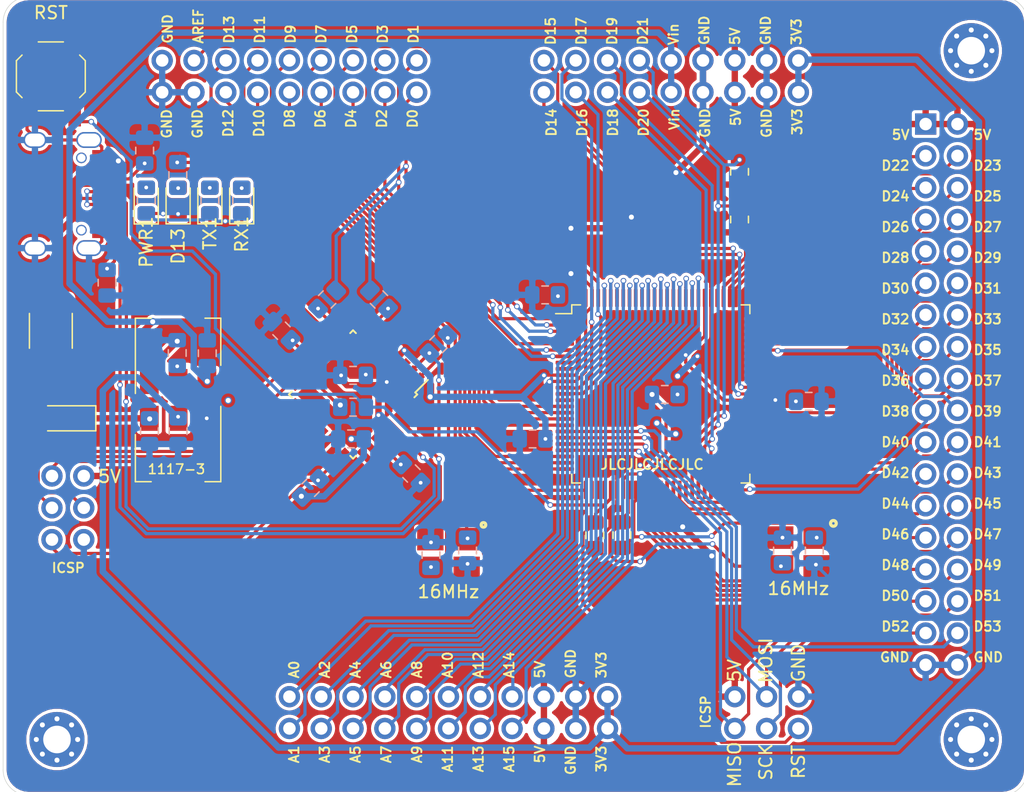
<source format=kicad_pcb>
(kicad_pcb (version 20171130) (host pcbnew "(5.1.2-1)-1")
  (layers (0 F.Cu signal) (31 B.Cu signal) (34 B.Paste user hide) (35 F.Paste user hide) (36 B.SilkS user) (37 F.SilkS user) (38 B.Mask user) (39 F.Mask user) (44 Edge.Cuts user hide))
  (net 0 "")
  (net 1 GNDREF)
  (net 2 +VSW)
  (net 3 +5V)
  (net 4 +3V3)
  (net 5 RST)
  (net 6 "Net-(C9-Pad1)")
  (net 7 "Net-(C10-Pad1)")
  (net 8 "Net-(D1-Pad2)")
  (net 9 "Net-(D13-Pad2)")
  (net 10 "Net-(F1-Pad1)")
  (net 11 D7)
  (net 12 D6)
  (net 13 D5)
  (net 14 D4)
  (net 15 D3)
  (net 16 D2)
  (net 17 D1)
  (net 18 D0)
  (net 19 "Net-(P1-PadB8)")
  (net 20 "Net-(P1-PadA5)")
  (net 21 "Net-(P1-PadA8)")
  (net 22 "Net-(PWR1-Pad2)")
  (net 23 TX)
  (net 24 RX)
  (net 25 D21)
  (net 26 D20)
  (net 27 D13)
  (net 28 "Net-(U3-Pad14)")
  (net 29 "Net-(U3-Pad12)")
  (net 30 AREF)
  (net 31 A0)
  (net 32 A1)
  (net 33 A2)
  (net 34 A3)
  (net 35 A4)
  (net 36 A5)
  (net 37 A6)
  (net 38 A7)
  (net 39 A8)
  (net 40 A9)
  (net 41 A10)
  (net 42 A11)
  (net 43 A12)
  (net 44 A13)
  (net 45 A14)
  (net 46 A15)
  (net 47 "Net-(U4-Pad79)")
  (net 48 D22)
  (net 49 D23)
  (net 50 D24)
  (net 51 D25)
  (net 52 D26)
  (net 53 D27)
  (net 54 D28)
  (net 55 D29)
  (net 56 D39)
  (net 57 "Net-(U4-Pad69)")
  (net 58 "Net-(U4-Pad68)")
  (net 59 "Net-(U4-Pad67)")
  (net 60 "Net-(U4-Pad66)")
  (net 61 "Net-(U4-Pad65)")
  (net 62 D14)
  (net 63 D15)
  (net 64 D30)
  (net 65 D31)
  (net 66 D32)
  (net 67 D33)
  (net 68 D34)
  (net 69 D35)
  (net 70 D36)
  (net 71 D37)
  (net 72 D40)
  (net 73 D41)
  (net 74 D38)
  (net 75 "Net-(U4-Pad49)")
  (net 76 "Net-(U4-Pad48)")
  (net 77 "Net-(U4-Pad47)")
  (net 78 D18)
  (net 79 D19)
  (net 80 D42)
  (net 81 D43)
  (net 82 D44)
  (net 83 D45)
  (net 84 D46)
  (net 85 D47)
  (net 86 D48)
  (net 87 D49)
  (net 88 "Net-(U4-Pad29)")
  (net 89 "Net-(U4-Pad28)")
  (net 90 "Net-(U4-Pad27)")
  (net 91 D12)
  (net 92 D11)
  (net 93 D10)
  (net 94 D9)
  (net 95 D8)
  (net 96 "Net-(U4-Pad14)")
  (net 97 D16)
  (net 98 D17)
  (net 99 "Net-(U4-Pad9)")
  (net 100 "Net-(U4-Pad8)")
  (net 101 "Net-(U4-Pad4)")
  (net 102 D53_SS)
  (net 103 D52_SCK)
  (net 104 D51_MOSI)
  (net 105 D50_MISO)
  (net 106 /D+)
  (net 107 "Net-(C7-Pad1)")
  (net 108 "Net-(C8-Pad1)")
  (net 109 "Net-(C11-Pad2)")
  (net 110 "Net-(C12-Pad2)")
  (net 111 "Net-(P1-PadB5)")
  (net 112 /D-)
  (net 113 "Net-(U3-Pad26)")
  (net 114 "Net-(U3-Pad25)")
  (net 115 "Net-(U3-Pad23)")
  (net 116 "Net-(U3-Pad22)")
  (net 117 "Net-(U3-Pad21)")
  (net 118 "Net-(U3-Pad20)")
  (net 119 "Net-(U3-Pad19)")
  (net 120 "Net-(U3-Pad18)")
  (net 121 "Net-(U3-Pad7)")
  (net 122 "Net-(U3-Pad6)")
  (net 123 "Net-(U3-Pad5)")
  (net 124 RXL)
  (net 125 TXL)
  (net 126 /RST_1)
  (net 127 /MOSI_1)
  (net 128 /SCK_1)
  (net 129 /MISO_1)
  (net 130 "Net-(R14-Pad2)")
  (net 131 "Net-(R15-Pad2)")
  (module MountingHole:MountingHole_2.2mm_M2_Pad_Via (layer F.Cu) (at 90 72)
    (fp_text reference H4 hide)
    (fp_text value MountingHole hide)
    (pad 1 thru_hole circle (at 1.166726 -1.166726) (size 0.7 0.7) (drill 0.4) (layers *.Cu *.Mask))
    (pad 1 thru_hole circle (at 0 -1.65) (size 0.7 0.7) (drill 0.4) (layers *.Cu *.Mask))
    (pad 1 thru_hole circle (at -1.166726 -1.166726) (size 0.7 0.7) (drill 0.4) (layers *.Cu *.Mask))
    (pad 1 thru_hole circle (at -1.65 0) (size 0.7 0.7) (drill 0.4) (layers *.Cu *.Mask))
    (pad 1 thru_hole circle (at -1.166726 1.166726) (size 0.7 0.7) (drill 0.4) (layers *.Cu *.Mask))
    (pad 1 thru_hole circle (at 0 1.65) (size 0.7 0.7) (drill 0.4) (layers *.Cu *.Mask))
    (pad 1 thru_hole circle (at 1.166726 1.166726) (size 0.7 0.7) (drill 0.4) (layers *.Cu *.Mask))
    (pad 1 thru_hole circle (at 1.65 0) (size 0.7 0.7) (drill 0.4) (layers *.Cu *.Mask))
    (pad 1 thru_hole circle (at 0 0) (size 4.4 4.4) (drill 2.2) (layers *.Cu *.Mask))
  )
  (module MountingHole:MountingHole_2.2mm_M2_Pad_Via (layer F.Cu) (at 90 17)
    (fp_text reference H3 hide)
    (fp_text value MountingHole hide)
    (pad 1 thru_hole circle (at 1.166726 -1.166726) (size 0.7 0.7) (drill 0.4) (layers *.Cu *.Mask))
    (pad 1 thru_hole circle (at 0 -1.65) (size 0.7 0.7) (drill 0.4) (layers *.Cu *.Mask))
    (pad 1 thru_hole circle (at -1.166726 -1.166726) (size 0.7 0.7) (drill 0.4) (layers *.Cu *.Mask))
    (pad 1 thru_hole circle (at -1.65 0) (size 0.7 0.7) (drill 0.4) (layers *.Cu *.Mask))
    (pad 1 thru_hole circle (at -1.166726 1.166726) (size 0.7 0.7) (drill 0.4) (layers *.Cu *.Mask))
    (pad 1 thru_hole circle (at 0 1.65) (size 0.7 0.7) (drill 0.4) (layers *.Cu *.Mask))
    (pad 1 thru_hole circle (at 1.166726 1.166726) (size 0.7 0.7) (drill 0.4) (layers *.Cu *.Mask))
    (pad 1 thru_hole circle (at 1.65 0) (size 0.7 0.7) (drill 0.4) (layers *.Cu *.Mask))
    (pad 1 thru_hole circle (at 0 0) (size 4.4 4.4) (drill 2.2) (layers *.Cu *.Mask))
  )
  (module MountingHole:MountingHole_2.2mm_M2_Pad_Via (layer F.Cu) (at 17 72)
    (fp_text reference H1 hide)
    (fp_text value MountingHole hide)
    (pad 1 thru_hole circle (at 1.166726 -1.166726) (size 0.7 0.7) (drill 0.4) (layers *.Cu *.Mask))
    (pad 1 thru_hole circle (at 0 -1.65) (size 0.7 0.7) (drill 0.4) (layers *.Cu *.Mask))
    (pad 1 thru_hole circle (at -1.166726 -1.166726) (size 0.7 0.7) (drill 0.4) (layers *.Cu *.Mask))
    (pad 1 thru_hole circle (at -1.65 0) (size 0.7 0.7) (drill 0.4) (layers *.Cu *.Mask))
    (pad 1 thru_hole circle (at -1.166726 1.166726) (size 0.7 0.7) (drill 0.4) (layers *.Cu *.Mask))
    (pad 1 thru_hole circle (at 0 1.65) (size 0.7 0.7) (drill 0.4) (layers *.Cu *.Mask))
    (pad 1 thru_hole circle (at 1.166726 1.166726) (size 0.7 0.7) (drill 0.4) (layers *.Cu *.Mask))
    (pad 1 thru_hole circle (at 1.65 0) (size 0.7 0.7) (drill 0.4) (layers *.Cu *.Mask))
    (pad 1 thru_hole circle (at 0 0) (size 4.4 4.4) (drill 2.2) (layers *.Cu *.Mask))
  )
  (module LED_SMD:LED_0805_2012Metric_Pad1.15x1.40mm_HandSolder (layer F.Cu) (at 24.125 28.975 90)
    (fp_text reference PWR1 (at -5.452 0 90) (layer F.SilkS) (effects (justify left)))
    (fp_text value LED)
    (pad 2 smd roundrect (at 1.025 0 90) (size 1.15 1.4) (layers F.Cu F.Paste F.Mask) (roundrect_rratio 0.217391) (net 22 "Net-(PWR1-Pad2)"))
    (pad 1 smd roundrect (at -1.025 0 90) (size 1.15 1.4) (layers F.Cu F.Paste F.Mask) (roundrect_rratio 0.217391) (net 1 GNDREF))
  )
  (module Connector_PinHeader_2.54mm:PinHeader_2x03_P2.54mm_Vertical (layer F.Cu) (at 16.6 50.96)
    (fp_text reference J6 hide)
    (fp_text value ICSP hide)
    (pad 6 thru_hole oval (at 2.54 5.08) (size 1.7 1.7) (drill 1) (layers *.Cu *.Mask) (net 1 GNDREF))
    (pad 5 thru_hole oval (at 0 5.08) (size 1.7 1.7) (drill 1) (layers *.Cu *.Mask) (net 126 /RST_1))
    (pad 4 thru_hole oval (at 2.54 2.54) (size 1.7 1.7) (drill 1) (layers *.Cu *.Mask) (net 127 /MOSI_1))
    (pad 3 thru_hole oval (at 0 2.54) (size 1.7 1.7) (drill 1) (layers *.Cu *.Mask) (net 128 /SCK_1))
    (pad 2 thru_hole oval (at 2.54 0) (size 1.7 1.7) (drill 1) (layers *.Cu *.Mask) (net 3 +5V))
    (pad 1 thru_hole circle (at 0 0) (size 1.7 1.7) (drill 1) (layers *.Cu *.Mask) (net 129 /MISO_1))
  )
  (module "Connector_USB:USB C C167321" (layer F.Cu) (at 12.7 24.13 270)
    (fp_text reference P1 hide)
    (fp_text value USB_C_Plug hide)
    (pad H thru_hole circle (at 1.43 -6.25 270) (size 0.85 0.85) (drill 0.65) (layers *.Cu *.Mask))
    (pad H thru_hole circle (at 7.2 -6.25 270) (size 0.85 0.85) (drill 0.65) (layers *.Cu *.Mask))
    (pad A12 smd rect (at 7.6835 -7.874 270) (size 0.299974 1.524) (layers F.Cu F.Paste F.Mask) (net 1 GNDREF))
    (pad B1 smd rect (at 7.4295 -7.874 270) (size 0.299974 1.524) (layers F.Cu F.Paste F.Mask) (net 1 GNDREF))
    (pad A9 smd rect (at 6.9215 -7.874 270) (size 0.299974 1.524) (layers F.Cu F.Paste F.Mask) (net 10 "Net-(F1-Pad1)"))
    (pad B4 smd rect (at 6.6675 -7.874 270) (size 0.299974 1.524) (layers F.Cu F.Paste F.Mask) (net 10 "Net-(F1-Pad1)"))
    (pad B5 smd rect (at 6.1595 -7.874 270) (size 0.299974 1.524) (layers F.Cu F.Paste F.Mask) (net 111 "Net-(P1-PadB5)"))
    (pad B8 smd rect (at 5.6515 -7.874 270) (size 0.299974 1.524) (layers F.Cu F.Paste F.Mask) (net 19 "Net-(P1-PadB8)"))
    (pad B6 smd rect (at 5.1435 -7.874 270) (size 0.299974 1.524) (layers F.Cu F.Paste F.Mask) (net 106 /D+))
    (pad A7 smd rect (at 4.6355 -7.874 270) (size 0.299974 1.524) (layers F.Cu F.Paste F.Mask) (net 112 /D-))
    (pad A6 smd rect (at 4.1275 -7.874 270) (size 0.299974 1.524) (layers F.Cu F.Paste F.Mask) (net 106 /D+))
    (pad B7 smd rect (at 3.6195 -7.874 270) (size 0.299974 1.524) (layers F.Cu F.Paste F.Mask) (net 112 /D-))
    (pad A5 smd rect (at 3.1115 -7.874 270) (size 0.299974 1.524) (layers F.Cu F.Paste F.Mask) (net 20 "Net-(P1-PadA5)"))
    (pad A8 smd rect (at 2.6035 -7.874 270) (size 0.299974 1.524) (layers F.Cu F.Paste F.Mask) (net 21 "Net-(P1-PadA8)"))
    (pad B9 smd rect (at 2.0955 -7.874 270) (size 0.299974 1.524) (layers F.Cu F.Paste F.Mask) (net 10 "Net-(F1-Pad1)"))
    (pad A4 smd rect (at 1.8415 -7.874 270) (size 0.299974 1.524) (layers F.Cu F.Paste F.Mask) (net 10 "Net-(F1-Pad1)"))
    (pad B12 smd rect (at 1.25 -7.874 270) (size 0.299974 1.524) (layers F.Cu F.Paste F.Mask) (net 1 GNDREF))
    (pad A1 smd rect (at 0.9525 -7.874 270) (size 0.299974 1.524) (layers F.Cu F.Paste F.Mask) (net 1 GNDREF))
    (pad S1 thru_hole oval (at 0 -2.54 270) (size 1.27 1.8288) (drill oval 1.016 1.5748) (layers *.Cu *.Mask) (net 1 GNDREF))
    (pad S1 thru_hole oval (at 0 -6.858 270) (size 1.27 2.032) (drill oval 1.016 1.778) (layers *.Cu *.Mask) (net 1 GNDREF))
    (pad S1 thru_hole oval (at 8.636 -2.54 270) (size 1.27 1.8288) (drill oval 1.016 1.5748) (layers *.Cu *.Mask) (net 1 GNDREF))
    (pad S1 thru_hole oval (at 8.636 -6.858 270) (size 1.27 2.032) (drill oval 1.016 1.778) (layers *.Cu *.Mask) (net 1 GNDREF))
  )
  (module Resistor_SMD:R_0805_2012Metric_Pad1.15x1.40mm_HandSolder (layer B.Cu) (at 31.75 28.965 90)
    (fp_text reference R15 hide)
    (fp_text value 330Ω)
    (pad 2 smd roundrect (at 1.025 0 90) (size 1.15 1.4) (layers B.Cu B.Paste B.Mask) (roundrect_rratio 0.217391) (net 131 "Net-(R15-Pad2)"))
    (pad 1 smd roundrect (at -1.025 0 90) (size 1.15 1.4) (layers B.Cu B.Paste B.Mask) (roundrect_rratio 0.217391) (net 3 +5V))
  )
  (module Resistor_SMD:R_0805_2012Metric_Pad1.15x1.40mm_HandSolder (layer B.Cu) (at 29.21 28.965 90)
    (fp_text reference R14 hide)
    (fp_text value R_Small_US)
    (pad 2 smd roundrect (at 1.025 0 90) (size 1.15 1.4) (layers B.Cu B.Paste B.Mask) (roundrect_rratio 0.217391) (net 130 "Net-(R14-Pad2)"))
    (pad 1 smd roundrect (at -1.025 0 90) (size 1.15 1.4) (layers B.Cu B.Paste B.Mask) (roundrect_rratio 0.217391) (net 3 +5V))
  )
  (module Resistor_SMD:R_0805_2012Metric_Pad1.15x1.40mm_HandSolder (layer B.Cu) (at 26.65 26.925 270)
    (fp_text reference R13 hide)
    (fp_text value R_Small_US)
    (pad 2 smd roundrect (at 1.025 0 270) (size 1.15 1.4) (layers B.Cu B.Paste B.Mask) (roundrect_rratio 0.217391) (net 9 "Net-(D13-Pad2)"))
    (pad 1 smd roundrect (at -1.025 0 270) (size 1.15 1.4) (layers B.Cu B.Paste B.Mask) (roundrect_rratio 0.217391) (net 27 D13))
  )
  (module Resistor_SMD:R_0805_2012Metric_Pad1.15x1.40mm_HandSolder (layer B.Cu) (at 24.13 28.965 90)
    (fp_text reference R12 hide)
    (fp_text value R_Small_US)
    (pad 2 smd roundrect (at 1.025 0 90) (size 1.15 1.4) (layers B.Cu B.Paste B.Mask) (roundrect_rratio 0.217391) (net 22 "Net-(PWR1-Pad2)"))
    (pad 1 smd roundrect (at -1.025 0 90) (size 1.15 1.4) (layers B.Cu B.Paste B.Mask) (roundrect_rratio 0.217391) (net 3 +5V))
  )
  (module Package_TO_SOT_SMD:SOT-223 (layer F.Cu) (at 26.67 40.27 90)
    (fp_text reference U1 hide)
    (fp_text value 1115-5)
    (pad 1 smd rect (at -3.15 -2.3 90) (size 2 1.5) (layers F.Cu F.Paste F.Mask) (net 1 GNDREF))
    (pad 3 smd rect (at -3.15 2.3 90) (size 2 1.5) (layers F.Cu F.Paste F.Mask) (net 2 +VSW))
    (pad 2 smd rect (at -3.15 0 90) (size 2 1.5) (layers F.Cu F.Paste F.Mask) (net 3 +5V))
    (pad 4 smd rect (at 3.15 0 90) (size 2 3.8) (layers F.Cu F.Paste F.Mask))
  )
  (module Resistor_SMD:R_0805_2012Metric_Pad1.15x1.40mm_HandSolder (layer B.Cu) (at 21 35.525 90)
    (fp_text reference R11 hide)
    (fp_text value 5.1KΩ)
    (pad 2 smd roundrect (at 1.025 0 90) (size 1.15 1.4) (layers B.Cu B.Paste B.Mask) (roundrect_rratio 0.217391) (net 111 "Net-(P1-PadB5)"))
    (pad 1 smd roundrect (at -1.025 0 90) (size 1.15 1.4) (layers B.Cu B.Paste B.Mask) (roundrect_rratio 0.217391) (net 1 GNDREF))
  )
  (module Resistor_SMD:R_0805_2012Metric_Pad1.15x1.40mm_HandSolder (layer B.Cu) (at 24 24.975 270)
    (fp_text reference R10 hide)
    (fp_text value 5.1KΩ)
    (pad 2 smd roundrect (at 1.025 0 270) (size 1.15 1.4) (layers B.Cu B.Paste B.Mask) (roundrect_rratio 0.217391) (net 20 "Net-(P1-PadA5)"))
    (pad 1 smd roundrect (at -1.025 0 270) (size 1.15 1.4) (layers B.Cu B.Paste B.Mask) (roundrect_rratio 0.217391) (net 1 GNDREF))
  )
  (module Capacitor_SMD:C_0805_2012Metric_Pad1.15x1.40mm_HandSolder (layer B.Cu) (at 40.475 48)
    (fp_text reference C16 hide)
    (fp_text value 100nF)
    (pad 2 smd roundrect (at 1.025 0) (size 1.15 1.4) (layers B.Cu B.Paste B.Mask) (roundrect_rratio 0.217391) (net 3 +5V))
    (pad 1 smd roundrect (at -1.025 0) (size 1.15 1.4) (layers B.Cu B.Paste B.Mask) (roundrect_rratio 0.217391) (net 1 GNDREF))
  )
  (module Capacitor_SMD:C_0805_2012Metric_Pad1.15x1.40mm_HandSolder (layer B.Cu) (at 55.975 36.5)
    (fp_text reference C15 hide)
    (fp_text value 100nF)
    (pad 2 smd roundrect (at 1.025 0) (size 1.15 1.4) (layers B.Cu B.Paste B.Mask) (roundrect_rratio 0.217391) (net 3 +5V))
    (pad 1 smd roundrect (at -1.025 0) (size 1.15 1.4) (layers B.Cu B.Paste B.Mask) (roundrect_rratio 0.217391) (net 1 GNDREF))
  )
  (module Capacitor_SMD:C_0805_2012Metric_Pad1.15x1.40mm_HandSolder (layer B.Cu) (at 77.025 45 180)
    (fp_text reference C14 hide)
    (fp_text value 100nF)
    (pad 2 smd roundrect (at 1.025 0 180) (size 1.15 1.4) (layers B.Cu B.Paste B.Mask) (roundrect_rratio 0.217391) (net 3 +5V))
    (pad 1 smd roundrect (at -1.025 0 180) (size 1.15 1.4) (layers B.Cu B.Paste B.Mask) (roundrect_rratio 0.217391) (net 1 GNDREF))
  )
  (module Capacitor_SMD:C_0805_2012Metric_Pad1.15x1.40mm_HandSolder (layer B.Cu) (at 54.975 48)
    (fp_text reference C13 hide)
    (fp_text value 100nF)
    (pad 2 smd roundrect (at 1.025 0) (size 1.15 1.4) (layers B.Cu B.Paste B.Mask) (roundrect_rratio 0.217391) (net 3 +5V))
    (pad 1 smd roundrect (at -1.025 0) (size 1.15 1.4) (layers B.Cu B.Paste B.Mask) (roundrect_rratio 0.217391) (net 1 GNDREF))
  )
  (module Connector_PinHeader_2.54mm:PinHeader_2x11_P2.54mm_Vertical (layer F.Cu) (at 35.56 71.12 90)
    (fp_text reference J5 hide)
    (fp_text value A0-15)
    (pad 22 thru_hole oval (at 2.54 25.4 90) (size 1.7 1.7) (drill 1) (layers *.Cu *.Mask) (net 4 +3V3))
    (pad 21 thru_hole oval (at 0 25.4 90) (size 1.7 1.7) (drill 1) (layers *.Cu *.Mask) (net 4 +3V3))
    (pad 20 thru_hole oval (at 2.54 22.86 90) (size 1.7 1.7) (drill 1) (layers *.Cu *.Mask) (net 1 GNDREF))
    (pad 19 thru_hole oval (at 0 22.86 90) (size 1.7 1.7) (drill 1) (layers *.Cu *.Mask) (net 1 GNDREF))
    (pad 18 thru_hole oval (at 2.54 20.32 90) (size 1.7 1.7) (drill 1) (layers *.Cu *.Mask) (net 3 +5V))
    (pad 17 thru_hole oval (at 0 20.32 90) (size 1.7 1.7) (drill 1) (layers *.Cu *.Mask) (net 3 +5V))
    (pad 16 thru_hole oval (at 2.54 17.78 90) (size 1.7 1.7) (drill 1) (layers *.Cu *.Mask) (net 45 A14))
    (pad 15 thru_hole oval (at 0 17.78 90) (size 1.7 1.7) (drill 1) (layers *.Cu *.Mask) (net 46 A15))
    (pad 14 thru_hole oval (at 2.54 15.24 90) (size 1.7 1.7) (drill 1) (layers *.Cu *.Mask) (net 43 A12))
    (pad 13 thru_hole oval (at 0 15.24 90) (size 1.7 1.7) (drill 1) (layers *.Cu *.Mask) (net 44 A13))
    (pad 12 thru_hole oval (at 2.54 12.7 90) (size 1.7 1.7) (drill 1) (layers *.Cu *.Mask) (net 41 A10))
    (pad 11 thru_hole oval (at 0 12.7 90) (size 1.7 1.7) (drill 1) (layers *.Cu *.Mask) (net 42 A11))
    (pad 10 thru_hole oval (at 2.54 10.16 90) (size 1.7 1.7) (drill 1) (layers *.Cu *.Mask) (net 39 A8))
    (pad 9 thru_hole oval (at 0 10.16 90) (size 1.7 1.7) (drill 1) (layers *.Cu *.Mask) (net 40 A9))
    (pad 8 thru_hole oval (at 2.54 7.62 90) (size 1.7 1.7) (drill 1) (layers *.Cu *.Mask) (net 37 A6))
    (pad 7 thru_hole oval (at 0 7.62 90) (size 1.7 1.7) (drill 1) (layers *.Cu *.Mask) (net 38 A7))
    (pad 6 thru_hole oval (at 2.54 5.08 90) (size 1.7 1.7) (drill 1) (layers *.Cu *.Mask) (net 35 A4))
    (pad 5 thru_hole oval (at 0 5.08 90) (size 1.7 1.7) (drill 1) (layers *.Cu *.Mask) (net 36 A5))
    (pad 4 thru_hole oval (at 2.54 2.54 90) (size 1.7 1.7) (drill 1) (layers *.Cu *.Mask) (net 33 A2))
    (pad 3 thru_hole oval (at 0 2.54 90) (size 1.7 1.7) (drill 1) (layers *.Cu *.Mask) (net 34 A3))
    (pad 2 thru_hole oval (at 2.54 0 90) (size 1.7 1.7) (drill 1) (layers *.Cu *.Mask) (net 31 A0))
    (pad 1 thru_hole circle (at 0 0 90) (size 1.7 1.7) (drill 1) (layers *.Cu *.Mask) (net 32 A1))
  )
  (module Connector_PinHeader_2.54mm:PinHeader_2x03_P2.54mm_Vertical (layer F.Cu) (at 71.12 71.12 90)
    (fp_text reference J4 hide)
    (fp_text value ICSP)
    (pad 6 thru_hole oval (at 2.54 5.08 90) (size 1.7 1.7) (drill 1) (layers *.Cu *.Mask) (net 1 GNDREF))
    (pad 5 thru_hole oval (at 0 5.08 90) (size 1.7 1.7) (drill 1) (layers *.Cu *.Mask) (net 5 RST))
    (pad 4 thru_hole oval (at 2.54 2.54 90) (size 1.7 1.7) (drill 1) (layers *.Cu *.Mask) (net 104 D51_MOSI))
    (pad 3 thru_hole oval (at 0 2.54 90) (size 1.7 1.7) (drill 1) (layers *.Cu *.Mask) (net 103 D52_SCK))
    (pad 2 thru_hole oval (at 2.54 0 90) (size 1.7 1.7) (drill 1) (layers *.Cu *.Mask) (net 3 +5V))
    (pad 1 thru_hole circle (at 0 0 90) (size 1.7 1.7) (drill 1) (layers *.Cu *.Mask) (net 105 D50_MISO))
  )
  (module Crystal:Crystal_SMD_3225-4Pin_3.2x2.5mm_HandSoldering (layer F.Cu) (at 76.2 57.03 180)
    (fp_text reference Y1 hide)
    (fp_text value 16MHz (at 0 -2.914 180) (layer F.SilkS))
    (pad 4 smd rect (at -1.45 -1.15 180) (size 2.1 1.8) (layers F.Cu F.Paste F.Mask) (net 1 GNDREF))
    (pad 3 smd rect (at 1.45 -1.15 180) (size 2.1 1.8) (layers F.Cu F.Paste F.Mask) (net 7 "Net-(C10-Pad1)"))
    (pad 2 smd rect (at 1.45 1.15 180) (size 2.1 1.8) (layers F.Cu F.Paste F.Mask) (net 1 GNDREF))
    (pad 1 smd rect (at -1.45 1.15 180) (size 2.1 1.8) (layers F.Cu F.Paste F.Mask) (net 6 "Net-(C9-Pad1)"))
  )
  (module Crystal:Crystal_SMD_3225-4Pin_3.2x2.5mm_HandSoldering (layer F.Cu) (at 48.26 57.15 180)
    (fp_text reference Y2 hide)
    (fp_text value 16MHz (at 0 -3.048 180) (layer F.SilkS))
    (pad 4 smd rect (at -1.45 -1.15 180) (size 2.1 1.8) (layers F.Cu F.Paste F.Mask) (net 1 GNDREF))
    (pad 3 smd rect (at 1.45 -1.15 180) (size 2.1 1.8) (layers F.Cu F.Paste F.Mask) (net 108 "Net-(C8-Pad1)"))
    (pad 2 smd rect (at 1.45 1.15 180) (size 2.1 1.8) (layers F.Cu F.Paste F.Mask) (net 1 GNDREF))
    (pad 1 smd rect (at -1.45 1.15 180) (size 2.1 1.8) (layers F.Cu F.Paste F.Mask) (net 107 "Net-(C7-Pad1)"))
  )
  (module Connector_PinHeader_2.54mm:PinHeader_2x18_P2.54mm_Vertical (layer F.Cu) (at 86.36 22.86)
    (fp_text reference J2 hide)
    (fp_text value D22-53[SERIAL])
    (pad 36 thru_hole oval (at 2.54 43.18) (size 1.7 1.7) (drill 1) (layers *.Cu *.Mask) (net 1 GNDREF))
    (pad 35 thru_hole oval (at 0 43.18) (size 1.7 1.7) (drill 1) (layers *.Cu *.Mask) (net 1 GNDREF))
    (pad 34 thru_hole oval (at 2.54 40.64) (size 1.7 1.7) (drill 1) (layers *.Cu *.Mask) (net 102 D53_SS))
    (pad 33 thru_hole oval (at 0 40.64) (size 1.7 1.7) (drill 1) (layers *.Cu *.Mask) (net 103 D52_SCK))
    (pad 32 thru_hole oval (at 2.54 38.1) (size 1.7 1.7) (drill 1) (layers *.Cu *.Mask) (net 104 D51_MOSI))
    (pad 31 thru_hole oval (at 0 38.1) (size 1.7 1.7) (drill 1) (layers *.Cu *.Mask) (net 105 D50_MISO))
    (pad 30 thru_hole oval (at 2.54 35.56) (size 1.7 1.7) (drill 1) (layers *.Cu *.Mask) (net 87 D49))
    (pad 29 thru_hole oval (at 0 35.56) (size 1.7 1.7) (drill 1) (layers *.Cu *.Mask) (net 86 D48))
    (pad 28 thru_hole oval (at 2.54 33.02) (size 1.7 1.7) (drill 1) (layers *.Cu *.Mask) (net 85 D47))
    (pad 27 thru_hole oval (at 0 33.02) (size 1.7 1.7) (drill 1) (layers *.Cu *.Mask) (net 84 D46))
    (pad 26 thru_hole oval (at 2.54 30.48) (size 1.7 1.7) (drill 1) (layers *.Cu *.Mask) (net 83 D45))
    (pad 25 thru_hole oval (at 0 30.48) (size 1.7 1.7) (drill 1) (layers *.Cu *.Mask) (net 82 D44))
    (pad 24 thru_hole oval (at 2.54 27.94) (size 1.7 1.7) (drill 1) (layers *.Cu *.Mask) (net 81 D43))
    (pad 23 thru_hole oval (at 0 27.94) (size 1.7 1.7) (drill 1) (layers *.Cu *.Mask) (net 80 D42))
    (pad 22 thru_hole oval (at 2.54 25.4) (size 1.7 1.7) (drill 1) (layers *.Cu *.Mask) (net 73 D41))
    (pad 21 thru_hole oval (at 0 25.4) (size 1.7 1.7) (drill 1) (layers *.Cu *.Mask) (net 72 D40))
    (pad 20 thru_hole oval (at 2.54 22.86) (size 1.7 1.7) (drill 1) (layers *.Cu *.Mask) (net 56 D39))
    (pad 19 thru_hole oval (at 0 22.86) (size 1.7 1.7) (drill 1) (layers *.Cu *.Mask) (net 74 D38))
    (pad 18 thru_hole oval (at 2.54 20.32) (size 1.7 1.7) (drill 1) (layers *.Cu *.Mask) (net 71 D37))
    (pad 17 thru_hole oval (at 0 20.32) (size 1.7 1.7) (drill 1) (layers *.Cu *.Mask) (net 70 D36))
    (pad 16 thru_hole oval (at 2.54 17.78) (size 1.7 1.7) (drill 1) (layers *.Cu *.Mask) (net 69 D35))
    (pad 15 thru_hole oval (at 0 17.78) (size 1.7 1.7) (drill 1) (layers *.Cu *.Mask) (net 68 D34))
    (pad 14 thru_hole oval (at 2.54 15.24) (size 1.7 1.7) (drill 1) (layers *.Cu *.Mask) (net 67 D33))
    (pad 13 thru_hole oval (at 0 15.24) (size 1.7 1.7) (drill 1) (layers *.Cu *.Mask) (net 66 D32))
    (pad 12 thru_hole oval (at 2.54 12.7) (size 1.7 1.7) (drill 1) (layers *.Cu *.Mask) (net 65 D31))
    (pad 11 thru_hole oval (at 0 12.7) (size 1.7 1.7) (drill 1) (layers *.Cu *.Mask) (net 64 D30))
    (pad 10 thru_hole oval (at 2.54 10.16) (size 1.7 1.7) (drill 1) (layers *.Cu *.Mask) (net 55 D29))
    (pad 9 thru_hole oval (at 0 10.16) (size 1.7 1.7) (drill 1) (layers *.Cu *.Mask) (net 54 D28))
    (pad 8 thru_hole oval (at 2.54 7.62) (size 1.7 1.7) (drill 1) (layers *.Cu *.Mask) (net 53 D27))
    (pad 7 thru_hole oval (at 0 7.62) (size 1.7 1.7) (drill 1) (layers *.Cu *.Mask) (net 52 D26))
    (pad 6 thru_hole oval (at 2.54 5.08) (size 1.7 1.7) (drill 1) (layers *.Cu *.Mask) (net 51 D25))
    (pad 5 thru_hole oval (at 0 5.08) (size 1.7 1.7) (drill 1) (layers *.Cu *.Mask) (net 50 D24))
    (pad 4 thru_hole oval (at 2.54 2.54) (size 1.7 1.7) (drill 1) (layers *.Cu *.Mask) (net 49 D23))
    (pad 3 thru_hole oval (at 0 2.54) (size 1.7 1.7) (drill 1) (layers *.Cu *.Mask) (net 48 D22))
    (pad 2 thru_hole oval (at 2.54 0) (size 1.7 1.7) (drill 1) (layers *.Cu *.Mask) (net 3 +5V))
    (pad 1 thru_hole rect (at 0 0) (size 1.7 1.7) (drill 1) (layers *.Cu *.Mask) (net 3 +5V))
  )
  (module Connector_PinHeader_2.54mm:PinHeader_2x09_P2.54mm_Vertical (layer F.Cu) (at 55.88 20.32 90)
    (fp_text reference J1 hide)
    (fp_text value "D14-21 [COMMS]")
    (pad 10 thru_hole oval (at 2.54 20.32 90) (size 1.7 1.7) (drill 1) (layers *.Cu *.Mask) (net 4 +3V3))
    (pad 9 thru_hole oval (at 0 20.32 90) (size 1.7 1.7) (drill 1) (layers *.Cu *.Mask) (net 4 +3V3))
    (pad 11 thru_hole oval (at 2.54 17.78 90) (size 1.7 1.7) (drill 1) (layers *.Cu *.Mask) (net 1 GNDREF))
    (pad 8 thru_hole oval (at 0 17.78 90) (size 1.7 1.7) (drill 1) (layers *.Cu *.Mask) (net 1 GNDREF))
    (pad 12 thru_hole oval (at 2.54 15.24 90) (size 1.7 1.7) (drill 1) (layers *.Cu *.Mask) (net 3 +5V))
    (pad 7 thru_hole oval (at 0 15.24 90) (size 1.7 1.7) (drill 1) (layers *.Cu *.Mask) (net 3 +5V))
    (pad 13 thru_hole oval (at 2.54 12.7 90) (size 1.7 1.7) (drill 1) (layers *.Cu *.Mask) (net 1 GNDREF))
    (pad 6 thru_hole oval (at 0 12.7 90) (size 1.7 1.7) (drill 1) (layers *.Cu *.Mask) (net 1 GNDREF))
    (pad 14 thru_hole oval (at 2.54 10.16 90) (size 1.7 1.7) (drill 1) (layers *.Cu *.Mask) (net 2 +VSW))
    (pad 5 thru_hole oval (at 0 10.16 90) (size 1.7 1.7) (drill 1) (layers *.Cu *.Mask) (net 2 +VSW))
    (pad 15 thru_hole oval (at 2.54 7.62 90) (size 1.7 1.7) (drill 1) (layers *.Cu *.Mask) (net 25 D21))
    (pad 4 thru_hole oval (at 0 7.62 90) (size 1.7 1.7) (drill 1) (layers *.Cu *.Mask) (net 26 D20))
    (pad 16 thru_hole oval (at 2.54 5.08 90) (size 1.7 1.7) (drill 1) (layers *.Cu *.Mask) (net 79 D19))
    (pad 3 thru_hole oval (at 0 5.08 90) (size 1.7 1.7) (drill 1) (layers *.Cu *.Mask) (net 78 D18))
    (pad 17 thru_hole oval (at 2.54 2.54 90) (size 1.7 1.7) (drill 1) (layers *.Cu *.Mask) (net 98 D17))
    (pad 2 thru_hole oval (at 0 2.54 90) (size 1.7 1.7) (drill 1) (layers *.Cu *.Mask) (net 97 D16))
    (pad 18 thru_hole oval (at 2.54 0 90) (size 1.7 1.7) (drill 1) (layers *.Cu *.Mask) (net 63 D15))
    (pad 1 thru_hole circle (at 0 0 90) (size 1.7 1.7) (drill 1) (layers *.Cu *.Mask) (net 62 D14))
  )
  (module Connector_PinHeader_2.54mm:PinHeader_2x09_P2.54mm_Vertical (layer F.Cu) (at 45.72 17.78 270)
    (fp_text reference J3 hide)
    (fp_text value "D0-13 [~PWM]")
    (pad 10 thru_hole oval (at 2.54 20.32 270) (size 1.7 1.7) (drill 1) (layers *.Cu *.Mask) (net 1 GNDREF))
    (pad 9 thru_hole oval (at 0 20.32 270) (size 1.7 1.7) (drill 1) (layers *.Cu *.Mask) (net 1 GNDREF))
    (pad 11 thru_hole oval (at 2.54 17.78 270) (size 1.7 1.7) (drill 1) (layers *.Cu *.Mask) (net 1 GNDREF))
    (pad 8 thru_hole oval (at 0 17.78 270) (size 1.7 1.7) (drill 1) (layers *.Cu *.Mask) (net 30 AREF))
    (pad 12 thru_hole oval (at 2.54 15.24 270) (size 1.7 1.7) (drill 1) (layers *.Cu *.Mask) (net 91 D12))
    (pad 7 thru_hole oval (at 0 15.24 270) (size 1.7 1.7) (drill 1) (layers *.Cu *.Mask) (net 27 D13))
    (pad 13 thru_hole oval (at 2.54 12.7 270) (size 1.7 1.7) (drill 1) (layers *.Cu *.Mask) (net 93 D10))
    (pad 6 thru_hole oval (at 0 12.7 270) (size 1.7 1.7) (drill 1) (layers *.Cu *.Mask) (net 92 D11))
    (pad 14 thru_hole oval (at 2.54 10.16 270) (size 1.7 1.7) (drill 1) (layers *.Cu *.Mask) (net 95 D8))
    (pad 5 thru_hole oval (at 0 10.16 270) (size 1.7 1.7) (drill 1) (layers *.Cu *.Mask) (net 94 D9))
    (pad 15 thru_hole oval (at 2.54 7.62 270) (size 1.7 1.7) (drill 1) (layers *.Cu *.Mask) (net 12 D6))
    (pad 4 thru_hole oval (at 0 7.62 270) (size 1.7 1.7) (drill 1) (layers *.Cu *.Mask) (net 11 D7))
    (pad 16 thru_hole oval (at 2.54 5.08 270) (size 1.7 1.7) (drill 1) (layers *.Cu *.Mask) (net 14 D4))
    (pad 3 thru_hole oval (at 0 5.08 270) (size 1.7 1.7) (drill 1) (layers *.Cu *.Mask) (net 13 D5))
    (pad 17 thru_hole oval (at 2.54 2.54 270) (size 1.7 1.7) (drill 1) (layers *.Cu *.Mask) (net 16 D2))
    (pad 2 thru_hole oval (at 0 2.54 270) (size 1.7 1.7) (drill 1) (layers *.Cu *.Mask) (net 15 D3))
    (pad 18 thru_hole oval (at 2.54 0 270) (size 1.7 1.7) (drill 1) (layers *.Cu *.Mask) (net 18 D0))
    (pad 1 thru_hole circle (at 0 0 270) (size 1.7 1.7) (drill 1) (layers *.Cu *.Mask) (net 17 D1))
  )
  (module Resistor_SMD:R_0805_2012Metric_Pad1.15x1.40mm_HandSolder (layer F.Cu) (at 62.103 55.6805 270)
    (fp_text reference R2 hide)
    (fp_text value 1MΩ hide)
    (pad 2 smd roundrect (at 1.025 0 270) (size 1.15 1.4) (layers F.Cu F.Paste F.Mask) (roundrect_rratio 0.217391) (net 6 "Net-(C9-Pad1)"))
    (pad 1 smd roundrect (at -1.025 0 270) (size 1.15 1.4) (layers F.Cu F.Paste F.Mask) (roundrect_rratio 0.217391) (net 7 "Net-(C10-Pad1)"))
  )
  (module Package_QFP:TQFP-100_14x14mm_P0.5mm (layer F.Cu) (at 65.214 44.4075)
    (fp_text reference U4 hide)
    (fp_text value ATmega2560-16AU hide)
    (pad 100 smd roundrect (at -6 -7.6625) (size 0.3 1.475) (layers F.Cu F.Paste F.Mask) (net 3 +5V))
    (pad 99 smd roundrect (at -5.5 -7.6625) (size 0.3 1.475) (layers F.Cu F.Paste F.Mask) (net 1 GNDREF))
    (pad 98 smd roundrect (at -5 -7.6625) (size 0.3 1.475) (layers F.Cu F.Paste F.Mask) (net 30 AREF))
    (pad 97 smd roundrect (at -4.5 -7.6625) (size 0.3 1.475) (layers F.Cu F.Paste F.Mask) (net 31 A0))
    (pad 96 smd roundrect (at -4 -7.6625) (size 0.3 1.475) (layers F.Cu F.Paste F.Mask) (net 32 A1))
    (pad 95 smd roundrect (at -3.5 -7.6625) (size 0.3 1.475) (layers F.Cu F.Paste F.Mask) (net 33 A2))
    (pad 94 smd roundrect (at -3 -7.6625) (size 0.3 1.475) (layers F.Cu F.Paste F.Mask) (net 34 A3))
    (pad 93 smd roundrect (at -2.5 -7.6625) (size 0.3 1.475) (layers F.Cu F.Paste F.Mask) (net 35 A4))
    (pad 92 smd roundrect (at -2 -7.6625) (size 0.3 1.475) (layers F.Cu F.Paste F.Mask) (net 36 A5))
    (pad 91 smd roundrect (at -1.5 -7.6625) (size 0.3 1.475) (layers F.Cu F.Paste F.Mask) (net 37 A6))
    (pad 90 smd roundrect (at -1 -7.6625) (size 0.3 1.475) (layers F.Cu F.Paste F.Mask) (net 38 A7))
    (pad 89 smd roundrect (at -0.5 -7.6625) (size 0.3 1.475) (layers F.Cu F.Paste F.Mask) (net 39 A8))
    (pad 88 smd roundrect (at 0 -7.6625) (size 0.3 1.475) (layers F.Cu F.Paste F.Mask) (net 40 A9))
    (pad 87 smd roundrect (at 0.5 -7.6625) (size 0.3 1.475) (layers F.Cu F.Paste F.Mask) (net 41 A10))
    (pad 86 smd roundrect (at 1 -7.6625) (size 0.3 1.475) (layers F.Cu F.Paste F.Mask) (net 42 A11))
    (pad 85 smd roundrect (at 1.5 -7.6625) (size 0.3 1.475) (layers F.Cu F.Paste F.Mask) (net 43 A12))
    (pad 84 smd roundrect (at 2 -7.6625) (size 0.3 1.475) (layers F.Cu F.Paste F.Mask) (net 44 A13))
    (pad 83 smd roundrect (at 2.5 -7.6625) (size 0.3 1.475) (layers F.Cu F.Paste F.Mask) (net 45 A14))
    (pad 82 smd roundrect (at 3 -7.6625) (size 0.3 1.475) (layers F.Cu F.Paste F.Mask) (net 46 A15))
    (pad 81 smd roundrect (at 3.5 -7.6625) (size 0.3 1.475) (layers F.Cu F.Paste F.Mask) (net 1 GNDREF))
    (pad 80 smd roundrect (at 4 -7.6625) (size 0.3 1.475) (layers F.Cu F.Paste F.Mask) (net 3 +5V))
    (pad 79 smd roundrect (at 4.5 -7.6625) (size 0.3 1.475) (layers F.Cu F.Paste F.Mask) (net 47 "Net-(U4-Pad79)"))
    (pad 78 smd roundrect (at 5 -7.6625) (size 0.3 1.475) (layers F.Cu F.Paste F.Mask) (net 48 D22))
    (pad 77 smd roundrect (at 5.5 -7.6625) (size 0.3 1.475) (layers F.Cu F.Paste F.Mask) (net 49 D23))
    (pad 76 smd roundrect (at 6 -7.6625) (size 0.3 1.475) (layers F.Cu F.Paste F.Mask) (net 50 D24))
    (pad 75 smd roundrect (at 7.6625 -6) (size 1.475 0.3) (layers F.Cu F.Paste F.Mask) (net 51 D25))
    (pad 74 smd roundrect (at 7.6625 -5.5) (size 1.475 0.3) (layers F.Cu F.Paste F.Mask) (net 52 D26))
    (pad 73 smd roundrect (at 7.6625 -5) (size 1.475 0.3) (layers F.Cu F.Paste F.Mask) (net 53 D27))
    (pad 72 smd roundrect (at 7.6625 -4.5) (size 1.475 0.3) (layers F.Cu F.Paste F.Mask) (net 54 D28))
    (pad 71 smd roundrect (at 7.6625 -4) (size 1.475 0.3) (layers F.Cu F.Paste F.Mask) (net 55 D29))
    (pad 70 smd roundrect (at 7.6625 -3.5) (size 1.475 0.3) (layers F.Cu F.Paste F.Mask) (net 56 D39))
    (pad 69 smd roundrect (at 7.6625 -3) (size 1.475 0.3) (layers F.Cu F.Paste F.Mask) (net 57 "Net-(U4-Pad69)"))
    (pad 68 smd roundrect (at 7.6625 -2.5) (size 1.475 0.3) (layers F.Cu F.Paste F.Mask) (net 58 "Net-(U4-Pad68)"))
    (pad 67 smd roundrect (at 7.6625 -2) (size 1.475 0.3) (layers F.Cu F.Paste F.Mask) (net 59 "Net-(U4-Pad67)"))
    (pad 66 smd roundrect (at 7.6625 -1.5) (size 1.475 0.3) (layers F.Cu F.Paste F.Mask) (net 60 "Net-(U4-Pad66)"))
    (pad 65 smd roundrect (at 7.6625 -1) (size 1.475 0.3) (layers F.Cu F.Paste F.Mask) (net 61 "Net-(U4-Pad65)"))
    (pad 64 smd roundrect (at 7.6625 -0.5) (size 1.475 0.3) (layers F.Cu F.Paste F.Mask) (net 62 D14))
    (pad 63 smd roundrect (at 7.6625 0) (size 1.475 0.3) (layers F.Cu F.Paste F.Mask) (net 63 D15))
    (pad 62 smd roundrect (at 7.6625 0.5) (size 1.475 0.3) (layers F.Cu F.Paste F.Mask) (net 1 GNDREF))
    (pad 61 smd roundrect (at 7.6625 1) (size 1.475 0.3) (layers F.Cu F.Paste F.Mask) (net 3 +5V))
    (pad 60 smd roundrect (at 7.6625 1.5) (size 1.475 0.3) (layers F.Cu F.Paste F.Mask) (net 64 D30))
    (pad 59 smd roundrect (at 7.6625 2) (size 1.475 0.3) (layers F.Cu F.Paste F.Mask) (net 65 D31))
    (pad 58 smd roundrect (at 7.6625 2.5) (size 1.475 0.3) (layers F.Cu F.Paste F.Mask) (net 66 D32))
    (pad 57 smd roundrect (at 7.6625 3) (size 1.475 0.3) (layers F.Cu F.Paste F.Mask) (net 67 D33))
    (pad 56 smd roundrect (at 7.6625 3.5) (size 1.475 0.3) (layers F.Cu F.Paste F.Mask) (net 68 D34))
    (pad 55 smd roundrect (at 7.6625 4) (size 1.475 0.3) (layers F.Cu F.Paste F.Mask) (net 69 D35))
    (pad 54 smd roundrect (at 7.6625 4.5) (size 1.475 0.3) (layers F.Cu F.Paste F.Mask) (net 70 D36))
    (pad 53 smd roundrect (at 7.6625 5) (size 1.475 0.3) (layers F.Cu F.Paste F.Mask) (net 71 D37))
    (pad 52 smd roundrect (at 7.6625 5.5) (size 1.475 0.3) (layers F.Cu F.Paste F.Mask) (net 72 D40))
    (pad 51 smd roundrect (at 7.6625 6) (size 1.475 0.3) (layers F.Cu F.Paste F.Mask) (net 73 D41))
    (pad 50 smd roundrect (at 6 7.6625) (size 0.3 1.475) (layers F.Cu F.Paste F.Mask) (net 74 D38))
    (pad 49 smd roundrect (at 5.5 7.6625) (size 0.3 1.475) (layers F.Cu F.Paste F.Mask) (net 75 "Net-(U4-Pad49)"))
    (pad 48 smd roundrect (at 5 7.6625) (size 0.3 1.475) (layers F.Cu F.Paste F.Mask) (net 76 "Net-(U4-Pad48)"))
    (pad 47 smd roundrect (at 4.5 7.6625) (size 0.3 1.475) (layers F.Cu F.Paste F.Mask) (net 77 "Net-(U4-Pad47)"))
    (pad 46 smd roundrect (at 4 7.6625) (size 0.3 1.475) (layers F.Cu F.Paste F.Mask) (net 78 D18))
    (pad 45 smd roundrect (at 3.5 7.6625) (size 0.3 1.475) (layers F.Cu F.Paste F.Mask) (net 79 D19))
    (pad 44 smd roundrect (at 3 7.6625) (size 0.3 1.475) (layers F.Cu F.Paste F.Mask) (net 26 D20))
    (pad 43 smd roundrect (at 2.5 7.6625) (size 0.3 1.475) (layers F.Cu F.Paste F.Mask) (net 25 D21))
    (pad 42 smd roundrect (at 2 7.6625) (size 0.3 1.475) (layers F.Cu F.Paste F.Mask) (net 80 D42))
    (pad 41 smd roundrect (at 1.5 7.6625) (size 0.3 1.475) (layers F.Cu F.Paste F.Mask) (net 81 D43))
    (pad 40 smd roundrect (at 1 7.6625) (size 0.3 1.475) (layers F.Cu F.Paste F.Mask) (net 82 D44))
    (pad 39 smd roundrect (at 0.5 7.6625) (size 0.3 1.475) (layers F.Cu F.Paste F.Mask) (net 83 D45))
    (pad 38 smd roundrect (at 0 7.6625) (size 0.3 1.475) (layers F.Cu F.Paste F.Mask) (net 84 D46))
    (pad 37 smd roundrect (at -0.5 7.6625) (size 0.3 1.475) (layers F.Cu F.Paste F.Mask) (net 85 D47))
    (pad 36 smd roundrect (at -1 7.6625) (size 0.3 1.475) (layers F.Cu F.Paste F.Mask) (net 86 D48))
    (pad 35 smd roundrect (at -1.5 7.6625) (size 0.3 1.475) (layers F.Cu F.Paste F.Mask) (net 87 D49))
    (pad 34 smd roundrect (at -2 7.6625) (size 0.3 1.475) (layers F.Cu F.Paste F.Mask) (net 6 "Net-(C9-Pad1)"))
    (pad 33 smd roundrect (at -2.5 7.6625) (size 0.3 1.475) (layers F.Cu F.Paste F.Mask) (net 7 "Net-(C10-Pad1)"))
    (pad 32 smd roundrect (at -3 7.6625) (size 0.3 1.475) (layers F.Cu F.Paste F.Mask) (net 1 GNDREF))
    (pad 31 smd roundrect (at -3.5 7.6625) (size 0.3 1.475) (layers F.Cu F.Paste F.Mask) (net 3 +5V))
    (pad 30 smd roundrect (at -4 7.6625) (size 0.3 1.475) (layers F.Cu F.Paste F.Mask) (net 5 RST))
    (pad 29 smd roundrect (at -4.5 7.6625) (size 0.3 1.475) (layers F.Cu F.Paste F.Mask) (net 88 "Net-(U4-Pad29)"))
    (pad 28 smd roundrect (at -5 7.6625) (size 0.3 1.475) (layers F.Cu F.Paste F.Mask) (net 89 "Net-(U4-Pad28)"))
    (pad 27 smd roundrect (at -5.5 7.6625) (size 0.3 1.475) (layers F.Cu F.Paste F.Mask) (net 90 "Net-(U4-Pad27)"))
    (pad 26 smd roundrect (at -6 7.6625) (size 0.3 1.475) (layers F.Cu F.Paste F.Mask) (net 27 D13))
    (pad 25 smd roundrect (at -7.6625 6) (size 1.475 0.3) (layers F.Cu F.Paste F.Mask) (net 91 D12))
    (pad 24 smd roundrect (at -7.6625 5.5) (size 1.475 0.3) (layers F.Cu F.Paste F.Mask) (net 92 D11))
    (pad 23 smd roundrect (at -7.6625 5) (size 1.475 0.3) (layers F.Cu F.Paste F.Mask) (net 93 D10))
    (pad 22 smd roundrect (at -7.6625 4.5) (size 1.475 0.3) (layers F.Cu F.Paste F.Mask) (net 105 D50_MISO))
    (pad 21 smd roundrect (at -7.6625 4) (size 1.475 0.3) (layers F.Cu F.Paste F.Mask) (net 104 D51_MOSI))
    (pad 20 smd roundrect (at -7.6625 3.5) (size 1.475 0.3) (layers F.Cu F.Paste F.Mask) (net 103 D52_SCK))
    (pad 19 smd roundrect (at -7.6625 3) (size 1.475 0.3) (layers F.Cu F.Paste F.Mask) (net 102 D53_SS))
    (pad 18 smd roundrect (at -7.6625 2.5) (size 1.475 0.3) (layers F.Cu F.Paste F.Mask) (net 94 D9))
    (pad 17 smd roundrect (at -7.6625 2) (size 1.475 0.3) (layers F.Cu F.Paste F.Mask) (net 95 D8))
    (pad 16 smd roundrect (at -7.6625 1.5) (size 1.475 0.3) (layers F.Cu F.Paste F.Mask) (net 11 D7))
    (pad 15 smd roundrect (at -7.6625 1) (size 1.475 0.3) (layers F.Cu F.Paste F.Mask) (net 12 D6))
    (pad 14 smd roundrect (at -7.6625 0.5) (size 1.475 0.3) (layers F.Cu F.Paste F.Mask) (net 96 "Net-(U4-Pad14)"))
    (pad 13 smd roundrect (at -7.6625 0) (size 1.475 0.3) (layers F.Cu F.Paste F.Mask) (net 97 D16))
    (pad 12 smd roundrect (at -7.6625 -0.5) (size 1.475 0.3) (layers F.Cu F.Paste F.Mask) (net 98 D17))
    (pad 11 smd roundrect (at -7.6625 -1) (size 1.475 0.3) (layers F.Cu F.Paste F.Mask) (net 1 GNDREF))
    (pad 10 smd roundrect (at -7.6625 -1.5) (size 1.475 0.3) (layers F.Cu F.Paste F.Mask) (net 3 +5V))
    (pad 9 smd roundrect (at -7.6625 -2) (size 1.475 0.3) (layers F.Cu F.Paste F.Mask) (net 99 "Net-(U4-Pad9)"))
    (pad 8 smd roundrect (at -7.6625 -2.5) (size 1.475 0.3) (layers F.Cu F.Paste F.Mask) (net 100 "Net-(U4-Pad8)"))
    (pad 7 smd roundrect (at -7.6625 -3) (size 1.475 0.3) (layers F.Cu F.Paste F.Mask) (net 15 D3))
    (pad 6 smd roundrect (at -7.6625 -3.5) (size 1.475 0.3) (layers F.Cu F.Paste F.Mask) (net 16 D2))
    (pad 5 smd roundrect (at -7.6625 -4) (size 1.475 0.3) (layers F.Cu F.Paste F.Mask) (net 13 D5))
    (pad 4 smd roundrect (at -7.6625 -4.5) (size 1.475 0.3) (layers F.Cu F.Paste F.Mask) (net 101 "Net-(U4-Pad4)"))
    (pad 3 smd roundrect (at -7.6625 -5) (size 1.475 0.3) (layers F.Cu F.Paste F.Mask) (net 17 D1))
    (pad 2 smd roundrect (at -7.6625 -5.5) (size 1.475 0.3) (layers F.Cu F.Paste F.Mask) (net 18 D0))
    (pad 1 smd roundrect (at -7.6625 -6) (size 1.475 0.3) (layers F.Cu F.Paste F.Mask) (net 14 D4))
  )
  (module Package_QFP:TQFP-32_7x7mm_P0.8mm (layer F.Cu) (at 40.64 44.45 225)
    (fp_text reference U3 hide)
    (fp_text value ATmega16U2-AU hide)
    (pad 32 smd rect (at -2.8 -4.25 315) (size 1.6 0.55) (layers F.Cu F.Paste F.Mask) (net 3 +5V))
    (pad 31 smd rect (at -2 -4.25 315) (size 1.6 0.55) (layers F.Cu F.Paste F.Mask) (net 3 +5V))
    (pad 30 smd rect (at -1.2 -4.25 315) (size 1.6 0.55) (layers F.Cu F.Paste F.Mask) (net 112 /D-))
    (pad 29 smd rect (at -0.4 -4.25 315) (size 1.6 0.55) (layers F.Cu F.Paste F.Mask) (net 106 /D+))
    (pad 28 smd rect (at 0.4 -4.25 315) (size 1.6 0.55) (layers F.Cu F.Paste F.Mask) (net 1 GNDREF))
    (pad 27 smd rect (at 1.2 -4.25 315) (size 1.6 0.55) (layers F.Cu F.Paste F.Mask) (net 109 "Net-(C11-Pad2)"))
    (pad 26 smd rect (at 2 -4.25 315) (size 1.6 0.55) (layers F.Cu F.Paste F.Mask) (net 113 "Net-(U3-Pad26)"))
    (pad 25 smd rect (at 2.8 -4.25 315) (size 1.6 0.55) (layers F.Cu F.Paste F.Mask) (net 114 "Net-(U3-Pad25)"))
    (pad 24 smd rect (at 4.25 -2.8 225) (size 1.6 0.55) (layers F.Cu F.Paste F.Mask) (net 126 /RST_1))
    (pad 23 smd rect (at 4.25 -2 225) (size 1.6 0.55) (layers F.Cu F.Paste F.Mask) (net 115 "Net-(U3-Pad23)"))
    (pad 22 smd rect (at 4.25 -1.2 225) (size 1.6 0.55) (layers F.Cu F.Paste F.Mask) (net 116 "Net-(U3-Pad22)"))
    (pad 21 smd rect (at 4.25 -0.4 225) (size 1.6 0.55) (layers F.Cu F.Paste F.Mask) (net 117 "Net-(U3-Pad21)"))
    (pad 20 smd rect (at 4.25 0.4 225) (size 1.6 0.55) (layers F.Cu F.Paste F.Mask) (net 118 "Net-(U3-Pad20)"))
    (pad 19 smd rect (at 4.25 1.2 225) (size 1.6 0.55) (layers F.Cu F.Paste F.Mask) (net 119 "Net-(U3-Pad19)"))
    (pad 18 smd rect (at 4.25 2 225) (size 1.6 0.55) (layers F.Cu F.Paste F.Mask) (net 120 "Net-(U3-Pad18)"))
    (pad 17 smd rect (at 4.25 2.8 225) (size 1.6 0.55) (layers F.Cu F.Paste F.Mask) (net 129 /MISO_1))
    (pad 16 smd rect (at 2.8 4.25 315) (size 1.6 0.55) (layers F.Cu F.Paste F.Mask) (net 127 /MOSI_1))
    (pad 15 smd rect (at 2 4.25 315) (size 1.6 0.55) (layers F.Cu F.Paste F.Mask) (net 128 /SCK_1))
    (pad 14 smd rect (at 1.2 4.25 315) (size 1.6 0.55) (layers F.Cu F.Paste F.Mask) (net 28 "Net-(U3-Pad14)"))
    (pad 13 smd rect (at 0.4 4.25 315) (size 1.6 0.55) (layers F.Cu F.Paste F.Mask) (net 110 "Net-(C12-Pad2)"))
    (pad 12 smd rect (at -0.4 4.25 315) (size 1.6 0.55) (layers F.Cu F.Paste F.Mask) (net 29 "Net-(U3-Pad12)"))
    (pad 11 smd rect (at -1.2 4.25 315) (size 1.6 0.55) (layers F.Cu F.Paste F.Mask) (net 125 TXL))
    (pad 10 smd rect (at -2 4.25 315) (size 1.6 0.55) (layers F.Cu F.Paste F.Mask) (net 124 RXL))
    (pad 9 smd rect (at -2.8 4.25 315) (size 1.6 0.55) (layers F.Cu F.Paste F.Mask) (net 24 RX))
    (pad 8 smd rect (at -4.25 2.8 225) (size 1.6 0.55) (layers F.Cu F.Paste F.Mask) (net 23 TX))
    (pad 7 smd rect (at -4.25 2 225) (size 1.6 0.55) (layers F.Cu F.Paste F.Mask) (net 121 "Net-(U3-Pad7)"))
    (pad 6 smd rect (at -4.25 1.2 225) (size 1.6 0.55) (layers F.Cu F.Paste F.Mask) (net 122 "Net-(U3-Pad6)"))
    (pad 5 smd rect (at -4.25 0.4 225) (size 1.6 0.55) (layers F.Cu F.Paste F.Mask) (net 123 "Net-(U3-Pad5)"))
    (pad 4 smd rect (at -4.25 -0.4 225) (size 1.6 0.55) (layers F.Cu F.Paste F.Mask) (net 3 +5V))
    (pad 3 smd rect (at -4.25 -1.2 225) (size 1.6 0.55) (layers F.Cu F.Paste F.Mask) (net 1 GNDREF))
    (pad 2 smd rect (at -4.25 -2 225) (size 1.6 0.55) (layers F.Cu F.Paste F.Mask) (net 108 "Net-(C8-Pad1)"))
    (pad 1 smd rect (at -4.25 -2.8 225) (size 1.6 0.55) (layers F.Cu F.Paste F.Mask) (net 107 "Net-(C7-Pad1)"))
  )
  (module Resistor_SMD:R_0805_2012Metric_Pad1.15x1.40mm_HandSolder (layer B.Cu) (at 34.925 39.361 315)
    (fp_text reference R9 hide)
    (fp_text value 1KΩ hide)
    (pad 2 smd roundrect (at 1.025 0 315) (size 1.15 1.4) (layers B.Cu B.Paste B.Mask) (roundrect_rratio 0.217391) (net 110 "Net-(C12-Pad2)"))
    (pad 1 smd roundrect (at -1.025 0 315) (size 1.15 1.4) (layers B.Cu B.Paste B.Mask) (roundrect_rratio 0.217391) (net 1 GNDREF))
  )
  (module Resistor_SMD:R_0805_2012Metric_Pad1.15x1.40mm_HandSolder (layer B.Cu) (at 47.460784 40.423216 45)
    (fp_text reference R5 hide)
    (fp_text value 1MΩ hide)
    (pad 2 smd roundrect (at 1.025 0 45) (size 1.15 1.4) (layers B.Cu B.Paste B.Mask) (roundrect_rratio 0.217391) (net 107 "Net-(C7-Pad1)"))
    (pad 1 smd roundrect (at -1.025 0 45) (size 1.15 1.4) (layers B.Cu B.Paste B.Mask) (roundrect_rratio 0.217391) (net 108 "Net-(C8-Pad1)"))
  )
  (module Resistor_SMD:R_0805_2012Metric_Pad1.15x1.40mm_HandSolder (layer B.Cu) (at 37.248216 51.905784 225)
    (fp_text reference R4 hide)
    (fp_text value 10KΩ hide)
    (pad 2 smd roundrect (at 1.025 0 225) (size 1.15 1.4) (layers B.Cu B.Paste B.Mask) (roundrect_rratio 0.217391) (net 3 +5V))
    (pad 1 smd roundrect (at -1.025 0 225) (size 1.15 1.4) (layers B.Cu B.Paste B.Mask) (roundrect_rratio 0.217391) (net 126 /RST_1))
  )
  (module Capacitor_SMD:C_0805_2012Metric_Pad1.15x1.40mm_HandSolder (layer B.Cu) (at 40.64 45.466 180)
    (fp_text reference C12 hide)
    (fp_text value 100nF hide)
    (pad 2 smd roundrect (at 1.025 0 180) (size 1.15 1.4) (layers B.Cu B.Paste B.Mask) (roundrect_rratio 0.217391) (net 110 "Net-(C12-Pad2)"))
    (pad 1 smd roundrect (at -1.025 0 180) (size 1.15 1.4) (layers B.Cu B.Paste B.Mask) (roundrect_rratio 0.217391) (net 5 RST))
  )
  (module Capacitor_SMD:C_0805_2012Metric_Pad1.15x1.40mm_HandSolder (layer B.Cu) (at 45.301784 50.762784 135)
    (fp_text reference C11 hide)
    (fp_text value 1µF hide)
    (pad 2 smd roundrect (at 1.025 0 135) (size 1.15 1.4) (layers B.Cu B.Paste B.Mask) (roundrect_rratio 0.217391) (net 109 "Net-(C11-Pad2)"))
    (pad 1 smd roundrect (at -1.025 0 135) (size 1.15 1.4) (layers B.Cu B.Paste B.Mask) (roundrect_rratio 0.217391) (net 1 GNDREF))
  )
  (module Capacitor_SMD:C_0805_2012Metric_Pad1.15x1.40mm_HandSolder (layer B.Cu) (at 46.863 57.268 90)
    (fp_text reference C8 hide)
    (fp_text value 22pF hide)
    (pad 2 smd roundrect (at 1.025 0 90) (size 1.15 1.4) (layers B.Cu B.Paste B.Mask) (roundrect_rratio 0.217391) (net 1 GNDREF))
    (pad 1 smd roundrect (at -1.025 0 90) (size 1.15 1.4) (layers B.Cu B.Paste B.Mask) (roundrect_rratio 0.217391) (net 108 "Net-(C8-Pad1)"))
  )
  (module Capacitor_SMD:C_0805_2012Metric_Pad1.15x1.40mm_HandSolder (layer B.Cu) (at 49.784 56.905 270)
    (fp_text reference C7 hide)
    (fp_text value 22pF)
    (pad 2 smd roundrect (at 1.025 0 270) (size 1.15 1.4) (layers B.Cu B.Paste B.Mask) (roundrect_rratio 0.217391) (net 1 GNDREF))
    (pad 1 smd roundrect (at -1.025 0 270) (size 1.15 1.4) (layers B.Cu B.Paste B.Mask) (roundrect_rratio 0.217391) (net 107 "Net-(C7-Pad1)"))
  )
  (module Capacitor_SMD:C_0805_2012Metric_Pad1.15x1.40mm_HandSolder (layer B.Cu) (at 40.64 42.926)
    (fp_text reference C6 hide)
    (fp_text value 100nF hide)
    (pad 2 smd roundrect (at 1.025 0) (size 1.15 1.4) (layers B.Cu B.Paste B.Mask) (roundrect_rratio 0.217391) (net 3 +5V))
    (pad 1 smd roundrect (at -1.025 0) (size 1.15 1.4) (layers B.Cu B.Paste B.Mask) (roundrect_rratio 0.217391) (net 1 GNDREF))
  )
  (module Package_TO_SOT_SMD:SOT-223 (layer F.Cu) (at 26.67 49.505 270)
    (fp_text reference U2 hide)
    (fp_text value 1117-3 (at 0.914 0.127 180) (layer F.SilkS) (effects (font (size 0.762 0.762) (thickness 0.127))))
    (pad 1 smd rect (at -3.15 -2.3 270) (size 2 1.5) (layers F.Cu F.Paste F.Mask) (net 1 GNDREF))
    (pad 3 smd rect (at -3.15 2.3 270) (size 2 1.5) (layers F.Cu F.Paste F.Mask) (net 2 +VSW))
    (pad 2 smd rect (at -3.15 0 270) (size 2 1.5) (layers F.Cu F.Paste F.Mask) (net 4 +3V3))
    (pad 4 smd rect (at 3.15 0 270) (size 2 3.8) (layers F.Cu F.Paste F.Mask))
  )
  (module LED_SMD:LED_0805_2012Metric_Pad1.15x1.40mm_HandSolder (layer F.Cu) (at 29.21 28.965 90)
    (fp_text reference TX1 (at -4.055 0 90) (layer F.SilkS) (effects (justify left)))
    (fp_text value LED)
    (pad 2 smd roundrect (at 1.025 0 90) (size 1.15 1.4) (layers F.Cu F.Paste F.Mask) (roundrect_rratio 0.217391) (net 130 "Net-(R14-Pad2)"))
    (pad 1 smd roundrect (at -1.025 0 90) (size 1.15 1.4) (layers F.Cu F.Paste F.Mask) (roundrect_rratio 0.217391) (net 125 TXL))
  )
  (module Button_Switch_SMD:SW_SPST_TL3342 (layer F.Cu) (at 16.51 19.05 270)
    (fp_text reference SW1 hide)
    (fp_text value RST (at -5.08 0 180) (layer F.SilkS))
    (pad 2 smd rect (at 3.15 1.9 270) (size 1.7 1) (layers F.Cu F.Paste F.Mask) (net 1 GNDREF))
    (pad 2 smd rect (at -3.15 1.9 270) (size 1.7 1) (layers F.Cu F.Paste F.Mask) (net 1 GNDREF))
    (pad 1 smd rect (at 3.15 -1.9 270) (size 1.7 1) (layers F.Cu F.Paste F.Mask) (net 5 RST))
    (pad 1 smd rect (at -3.15 -1.9 270) (size 1.7 1) (layers F.Cu F.Paste F.Mask) (net 5 RST))
  )
  (module LED_SMD:LED_0805_2012Metric_Pad1.15x1.40mm_HandSolder (layer F.Cu) (at 31.75 28.965 90)
    (fp_text reference RX1 (at -4.2455 0 90) (layer F.SilkS) (effects (justify left)))
    (fp_text value LED)
    (pad 2 smd roundrect (at 1.025 0 90) (size 1.15 1.4) (layers F.Cu F.Paste F.Mask) (roundrect_rratio 0.217391) (net 131 "Net-(R15-Pad2)"))
    (pad 1 smd roundrect (at -1.025 0 90) (size 1.15 1.4) (layers F.Cu F.Paste F.Mask) (roundrect_rratio 0.217391) (net 124 RXL))
  )
  (module Resistor_SMD:R_0805_2012Metric_Pad1.15x1.40mm_HandSolder (layer F.Cu) (at 71.501 30.48 270)
    (fp_text reference R8 hide)
    (fp_text value 1KΩ)
    (pad 2 smd roundrect (at 1.025 0 270) (size 1.15 1.4) (layers F.Cu F.Paste F.Mask) (roundrect_rratio 0.217391) (net 3 +5V))
    (pad 1 smd roundrect (at -1.025 0 270) (size 1.15 1.4) (layers F.Cu F.Paste F.Mask) (roundrect_rratio 0.217391) (net 26 D20))
  )
  (module Resistor_SMD:R_0805_2012Metric_Pad1.15x1.40mm_HandSolder (layer F.Cu) (at 71.501 26.67 270)
    (fp_text reference R7 hide)
    (fp_text value 1KΩ hide)
    (pad 2 smd roundrect (at 1.025 0 270) (size 1.15 1.4) (layers F.Cu F.Paste F.Mask) (roundrect_rratio 0.217391) (net 3 +5V))
    (pad 1 smd roundrect (at -1.025 0 270) (size 1.15 1.4) (layers F.Cu F.Paste F.Mask) (roundrect_rratio 0.217391) (net 25 D21))
  )
  (module Resistor_SMD:R_0805_2012Metric_Pad1.15x1.40mm_HandSolder (layer B.Cu) (at 42.709216 36.867216 315)
    (fp_text reference R6 hide)
    (fp_text value 1KΩ hide)
    (pad 2 smd roundrect (at 1.025 0 315) (size 1.15 1.4) (layers B.Cu B.Paste B.Mask) (roundrect_rratio 0.217391) (net 23 TX))
    (pad 1 smd roundrect (at -1.025 0 315) (size 1.15 1.4) (layers B.Cu B.Paste B.Mask) (roundrect_rratio 0.217391) (net 17 D1))
  )
  (module Resistor_SMD:R_0805_2012Metric_Pad1.15x1.40mm_HandSolder (layer B.Cu) (at 38.570784 36.867216 225)
    (fp_text reference R3 hide)
    (fp_text value 1KΩ hide)
    (pad 2 smd roundrect (at 1.025 0 225) (size 1.15 1.4) (layers B.Cu B.Paste B.Mask) (roundrect_rratio 0.217391) (net 24 RX))
    (pad 1 smd roundrect (at -1.025 0 225) (size 1.15 1.4) (layers B.Cu B.Paste B.Mask) (roundrect_rratio 0.217391) (net 18 D0))
  )
  (module Resistor_SMD:R_0805_2012Metric_Pad1.15x1.40mm_HandSolder (layer F.Cu) (at 59.944 55.6985 270)
    (fp_text reference R1 hide)
    (fp_text value 1KΩ hide)
    (pad 2 smd roundrect (at 1.025 0 270) (size 1.15 1.4) (layers F.Cu F.Paste F.Mask) (roundrect_rratio 0.217391) (net 3 +5V))
    (pad 1 smd roundrect (at -1.025 0 270) (size 1.15 1.4) (layers F.Cu F.Paste F.Mask) (roundrect_rratio 0.217391) (net 5 RST))
  )
  (module Fuse:Fuse_1812_4532Metric_Pad1.30x3.40mm_HandSolder (layer F.Cu) (at 16.51 39.37 270)
    (fp_text reference F1 hide)
    (fp_text value Fuse)
    (pad 2 smd roundrect (at 2.225 0 270) (size 1.3 3.4) (layers F.Cu F.Paste F.Mask) (roundrect_rratio 0.192308) (net 8 "Net-(D1-Pad2)"))
    (pad 1 smd roundrect (at -2.225 0 270) (size 1.3 3.4) (layers F.Cu F.Paste F.Mask) (roundrect_rratio 0.192308) (net 10 "Net-(F1-Pad1)"))
  )
  (module LED_SMD:LED_0805_2012Metric_Pad1.15x1.40mm_HandSolder (layer F.Cu) (at 26.67 28.965 90)
    (fp_text reference D13 (at -5.198 0 90) (layer F.SilkS) (effects (justify left)))
    (fp_text value LED)
    (pad 2 smd roundrect (at 1.025 0 90) (size 1.15 1.4) (layers F.Cu F.Paste F.Mask) (roundrect_rratio 0.217391) (net 9 "Net-(D13-Pad2)"))
    (pad 1 smd roundrect (at -1.025 0 90) (size 1.15 1.4) (layers F.Cu F.Paste F.Mask) (roundrect_rratio 0.217391) (net 1 GNDREF))
  )
  (module Diode_SMD:D_SOD-123F (layer F.Cu) (at 17.904 46.355 180)
    (fp_text reference D1 hide)
    (fp_text value D)
    (pad 2 smd rect (at 1.4 0 180) (size 1.1 1.1) (layers F.Cu F.Paste F.Mask) (net 8 "Net-(D1-Pad2)"))
    (pad 1 smd rect (at -1.4 0 180) (size 1.1 1.1) (layers F.Cu F.Paste F.Mask) (net 2 +VSW))
  )
  (module Capacitor_SMD:C_0805_2012Metric_Pad1.15x1.40mm_HandSolder (layer B.Cu) (at 74.93 56.905 90)
    (fp_text reference C10 hide)
    (fp_text value 22pF hide)
    (pad 2 smd roundrect (at 1.025 0 90) (size 1.15 1.4) (layers B.Cu B.Paste B.Mask) (roundrect_rratio 0.217391) (net 1 GNDREF))
    (pad 1 smd roundrect (at -1.025 0 90) (size 1.15 1.4) (layers B.Cu B.Paste B.Mask) (roundrect_rratio 0.217391) (net 7 "Net-(C10-Pad1)"))
  )
  (module Capacitor_SMD:C_0805_2012Metric_Pad1.15x1.40mm_HandSolder (layer B.Cu) (at 77.47 56.905 270)
    (fp_text reference C9 hide)
    (fp_text value 22pF hide)
    (pad 2 smd roundrect (at 1.025 0 270) (size 1.15 1.4) (layers B.Cu B.Paste B.Mask) (roundrect_rratio 0.217391) (net 1 GNDREF))
    (pad 1 smd roundrect (at -1.025 0 270) (size 1.15 1.4) (layers B.Cu B.Paste B.Mask) (roundrect_rratio 0.217391) (net 6 "Net-(C9-Pad1)"))
  )
  (module Capacitor_SMD:C_0805_2012Metric_Pad1.15x1.40mm_HandSolder (layer B.Cu) (at 65.532 44.45)
    (fp_text reference C5 hide)
    (fp_text value 100nF hide)
    (pad 2 smd roundrect (at 1.025 0) (size 1.15 1.4) (layers B.Cu B.Paste B.Mask) (roundrect_rratio 0.217391) (net 3 +5V))
    (pad 1 smd roundrect (at -1.025 0) (size 1.15 1.4) (layers B.Cu B.Paste B.Mask) (roundrect_rratio 0.217391) (net 1 GNDREF))
  )
  (module Capacitor_SMD:C_0805_2012Metric_Pad1.15x1.40mm_HandSolder (layer B.Cu) (at 26.67 47.38 90)
    (fp_text reference C4 hide)
    (fp_text value 100nF hide)
    (pad 2 smd roundrect (at 1.025 0 90) (size 1.15 1.4) (layers B.Cu B.Paste B.Mask) (roundrect_rratio 0.217391) (net 4 +3V3))
    (pad 1 smd roundrect (at -1.025 0 90) (size 1.15 1.4) (layers B.Cu B.Paste B.Mask) (roundrect_rratio 0.217391) (net 1 GNDREF))
  )
  (module Capacitor_SMD:C_0805_2012Metric_Pad1.15x1.40mm_HandSolder (layer B.Cu) (at 29 41.157 90)
    (fp_text reference C3 hide)
    (fp_text value 100nF)
    (pad 2 smd roundrect (at 1.025 0 90) (size 1.15 1.4) (layers B.Cu B.Paste B.Mask) (roundrect_rratio 0.217391) (net 1 GNDREF))
    (pad 1 smd roundrect (at -1.025 0 90) (size 1.15 1.4) (layers B.Cu B.Paste B.Mask) (roundrect_rratio 0.217391) (net 2 +VSW))
  )
  (module Capacitor_SMD:C_0805_2012Metric_Pad1.15x1.40mm_HandSolder (layer B.Cu) (at 26.6 41.139 270)
    (fp_text reference C2 hide)
    (fp_text value 100nF hide)
    (pad 2 smd roundrect (at 1.025 0 270) (size 1.15 1.4) (layers B.Cu B.Paste B.Mask) (roundrect_rratio 0.217391) (net 3 +5V))
    (pad 1 smd roundrect (at -1.025 0 270) (size 1.15 1.4) (layers B.Cu B.Paste B.Mask) (roundrect_rratio 0.217391) (net 1 GNDREF))
  )
  (module Capacitor_SMD:C_0805_2012Metric_Pad1.15x1.40mm_HandSolder (layer B.Cu) (at 24.384 47.38 270)
    (fp_text reference C1 hide)
    (fp_text value 100nF hide)
    (pad 2 smd roundrect (at 1.025 0 270) (size 1.15 1.4) (layers B.Cu B.Paste B.Mask) (roundrect_rratio 0.217391) (net 1 GNDREF))
    (pad 1 smd roundrect (at -1.025 0 270) (size 1.15 1.4) (layers B.Cu B.Paste B.Mask) (roundrect_rratio 0.217391) (net 2 +VSW))
  )
  (gr_text "5V\n" (at 21.2 51) (layer F.SilkS) (effects (font (size 1 1))))
  (gr_text RST (at 76.2 73.79 90) (layer F.SilkS) (effects (font (size 1 1))))
  (gr_text SCK (at 73.6 73.79 90) (layer F.SilkS) (effects (font (size 1 1))))
  (gr_text MISO (at 71.1 73.99 90) (layer F.SilkS) (effects (font (size 1 1))))
  (gr_text GND (at 76.2 65.89 90) (layer F.SilkS) (effects (font (size 1 1))))
  (gr_text MOSI (at 73.6 67.59 90) (layer F.SilkS) (effects (font (size 1 1)) (justify left)))
  (gr_text ICSP (at 17.9 58.3) (layer F.SilkS) (effects (font (size 0.762 0.762) (thickness 0.14986))))
  (gr_text JLCJLCJLCJLC (at 64.516 50.038) (layer F.SilkS) (effects (font (size 0.8 0.8))))
  (gr_text "5V\n" (at 71.1 66.49 90) (layer F.SilkS) (effects (font (size 1 1))))
  (gr_arc (start 92.456 14.732) (end 94.488 14.732) (angle -90) (layer Edge.Cuts) (width 0.05))
  (gr_arc (start 92.456 74.422) (end 92.456 76.454) (angle -90) (layer Edge.Cuts) (width 0.05))
  (gr_arc (start 14.732 74.422) (end 12.7 74.422) (angle -90) (layer Edge.Cuts) (width 0.05))
  (gr_arc (start 14.732 14.732) (end 14.732 12.7) (angle -90) (layer Edge.Cuts) (width 0.05))
  (gr_line (start 92.456 76.454) (end 14.732 76.454) (layer Edge.Cuts) (width 0.05))
  (gr_line (start 94.488 14.732) (end 94.488 74.422) (layer Edge.Cuts) (width 0.05))
  (gr_text "A1\n\nA3\n\nA5\n\nA7\n\nA9\n\nA11\n\nA13\n\nA15\n\n5V\n\nGND\n\n3V3" (at 48.2 72.4 90) (layer F.SilkS) (effects (font (size 0.762 0.762)) (justify right)))
  (gr_text "A0\n\nA2\n\nA4\n\nA6\n\nA8\n\nA10\n\nA12\n\nA14\n\n5V\n\nGND\n\n3V3" (at 48.2 67.2 90) (layer F.SilkS) (effects (font (size 0.762 0.762)) (justify left)))
  (gr_text ICSP (at 68.8 69.8 90) (layer F.SilkS) (effects (font (size 0.762 0.762) (thickness 0.14986))))
  (gr_text "5V\n\nD23\n\nD25\n\nD27\n\nD29\n\nD31\n\nD33\n\nD35\n\nD37\n\nD39\n\nD41\n\nD43\n\nD45\n\nD47\n\nD49\n\nD51\n\nD53\n\nGND" (at 90.1065 44.577) (layer F.SilkS) (effects (font (size 0.762 0.762)) (justify left)))
  (gr_text "5V\n\nD22\n\nD24\n\nD26\n\nD28\n\nD30\n\nD32\n\nD34\n\nD36\n\nD38\n\nD40\n\nD42\n\nD44\n\nD46\n\nD48\n\nD50\n\nD52\n\nGND" (at 85.1535 44.577) (layer F.SilkS) (effects (font (size 0.762 0.762)) (justify right)))
  (gr_text "D14\n\nD16\n\nD18\n\nD20\n\nVin\n\nGND\n\n5V\n\nGND\n\n3V3" (at 66.294 21.5265 90) (layer F.SilkS) (effects (font (size 0.762 0.762)) (justify right)))
  (gr_text "D15\n\nD17\n\nD19\n\nD21\n\nVin\n\nGND\n\n5V\n\nGND\n\n3V3" (at 66.2305 16.637 90) (layer F.SilkS) (effects (font (size 0.762 0.762)) (justify left)))
  (gr_text "GND\n\nGND\n\nD12\n\nD10\n\nD8\n\nD6\n\nD4\n\nD2\n\nD0" (at 35.58 21.58 90) (layer F.SilkS) (effects (font (size 0.762 0.762)) (justify right)))
  (gr_text "GND\n\nAREF\n\nD13\n\nD11\n\nD9\n\nD7\n\nD5\n\nD3\n\nD1" (at 35.65 16.52 90) (layer F.SilkS) (effects (font (size 0.762 0.762)) (justify left)))
  (gr_line (start 12.7 74.422) (end 12.7 14.732) (layer Edge.Cuts) (width 0.05))
  (gr_line (start 14.732 12.7) (end 92.456 12.7) (layer Edge.Cuts) (width 0.05))
  (via (at 69.2785 57.3405) (size 0.6) (drill 0.4) (layers F.Cu B.Cu) (net 1))
  (via (at 66.96 55.02) (size 0.6) (drill 0.4) (layers F.Cu B.Cu) (net 1))
  (segment (start 69.2785 57.3405) (end 66.9925 55.0545) (width 0.508) (layer F.Cu) (net 1))
  (segment (start 14.61 15.9) (end 14.61 22.23) (width 0.254) (layer F.Cu) (net 1))
  (segment (start 14.61 22.23) (end 14.732 22.352) (width 0.254) (layer F.Cu) (net 1))
  (via (at 77.597 58.039) (size 0.45) (drill 0.3) (layers F.Cu B.Cu) (net 1))
  (segment (start 77.65 58.092) (end 77.597 58.039) (width 0.254) (layer F.Cu) (net 1))
  (segment (start 77.65 58.18) (end 77.65 58.092) (width 0.254) (layer F.Cu) (net 1))
  (via (at 74.93 55.88) (size 0.45) (drill 0.3) (layers F.Cu B.Cu) (net 1))
  (via (at 49.784 57.9755) (size 0.45) (drill 0.3) (layers F.Cu B.Cu) (net 1))
  (segment (start 49.784 57.93) (end 49.784 57.9755) (width 0.254) (layer B.Cu) (net 1))
  (via (at 46.863 56.261) (size 0.45) (drill 0.3) (layers F.Cu B.Cu) (net 1))
  (segment (start 46.863 56.243) (end 46.863 56.261) (width 0.254) (layer B.Cu) (net 1))
  (via (at 74.3585 44.8945) (size 0.45) (drill 0.3) (layers F.Cu B.Cu) (net 1))
  (segment (start 74.3455 44.9075) (end 74.3585 44.8945) (width 0.254) (layer F.Cu) (net 1))
  (segment (start 72.8765 44.9075) (end 74.3455 44.9075) (width 0.254) (layer F.Cu) (net 1))
  (via (at 63.5635 50.8) (size 0.45) (drill 0.3) (layers F.Cu B.Cu) (net 1))
  (segment (start 62.6465 50.8) (end 63.5635 50.8) (width 0.254) (layer F.Cu) (net 1))
  (segment (start 62.214 51.2325) (end 62.6465 50.8) (width 0.254) (layer F.Cu) (net 1))
  (segment (start 62.214 52.07) (end 62.214 51.2325) (width 0.254) (layer F.Cu) (net 1))
  (via (at 56.3245 43.434) (size 0.45) (drill 0.3) (layers F.Cu B.Cu) (net 1))
  (segment (start 56.351 43.4075) (end 56.3245 43.434) (width 0.254) (layer F.Cu) (net 1))
  (segment (start 57.5515 43.4075) (end 56.351 43.4075) (width 0.254) (layer F.Cu) (net 1))
  (via (at 46.0375 51.4985) (size 0.45) (drill 0.3) (layers F.Cu B.Cu) (net 1))
  (segment (start 46.026568 51.487568) (end 46.0375 51.4985) (width 0.254) (layer B.Cu) (net 1))
  (segment (start 24.13 29.99) (end 24.13 30.0355) (width 0.254) (layer F.Cu) (net 1))
  (via (at 26.67 30.0355) (size 0.45) (drill 0.3) (layers F.Cu B.Cu) (net 1))
  (segment (start 26.67 29.99) (end 26.67 30.0355) (width 0.254) (layer F.Cu) (net 1))
  (segment (start 20.574 32.217487) (end 20.025487 32.766) (width 0.254) (layer F.Cu) (net 1))
  (segment (start 20.574 31.8135) (end 20.574 32.217487) (width 0.254) (layer F.Cu) (net 1))
  (segment (start 20.025487 32.766) (end 19.685 32.766) (width 0.254) (layer F.Cu) (net 1))
  (segment (start 20.574 24.678513) (end 20.025487 24.13) (width 0.254) (layer F.Cu) (net 1))
  (segment (start 20.025487 24.13) (end 19.685 24.13) (width 0.254) (layer F.Cu) (net 1))
  (segment (start 19.685 24.13) (end 19.685 24.0665) (width 0.254) (layer F.Cu) (net 1))
  (segment (start 19.685 24.0665) (end 19.685 24.1935) (width 0.254) (layer F.Cu) (net 1))
  (segment (start 14.61 23.304) (end 15.3035 23.9975) (width 0.254) (layer F.Cu) (net 1))
  (segment (start 14.61 22.2) (end 14.61 23.304) (width 0.254) (layer F.Cu) (net 1))
  (segment (start 15.3035 23.9975) (end 15.3035 24.13) (width 0.254) (layer F.Cu) (net 1))
  (segment (start 19.558 24.13) (end 15.24 24.13) (width 0.254) (layer F.Cu) (net 1))
  (segment (start 15.24 24.13) (end 15.1765 24.1935) (width 0.254) (layer F.Cu) (net 1))
  (segment (start 20.574 31.8135) (end 20.574 31.75) (width 0.254) (layer F.Cu) (net 1))
  (segment (start 20.574 31.75) (end 20.574 31.623) (width 0.254) (layer F.Cu) (net 1))
  (segment (start 20.574 25.0825) (end 20.574 25.3365) (width 0.254) (layer F.Cu) (net 1))
  (via (at 28.956 46.355) (size 0.45) (drill 0.3) (layers F.Cu B.Cu) (net 1))
  (segment (start 28.97 46.355) (end 28.956 46.355) (width 0.254) (layer F.Cu) (net 1))
  (segment (start 42.672 47.117) (end 43.307 47.752) (width 0.508) (layer F.Cu) (net 1))
  (segment (start 42.672 44.115056) (end 42.672 46.101) (width 0.508) (layer F.Cu) (net 1))
  (via (at 42.672 46.101) (size 0.45) (drill 0.3) (layers F.Cu B.Cu) (net 1))
  (segment (start 42.672 46.101) (end 42.672 47.117) (width 0.508) (layer F.Cu) (net 1))
  (via (at 43.330028 43.457028) (size 0.45) (drill 0.3) (layers F.Cu B.Cu) (net 1))
  (segment (start 44.493732 42.293324) (end 43.330028 43.457028) (width 0.508) (layer F.Cu) (net 1))
  (via (at 39.6875 42.926) (size 0.45) (drill 0.3) (layers F.Cu B.Cu) (net 1))
  (segment (start 39.615 42.926) (end 39.6875 42.926) (width 0.254) (layer B.Cu) (net 1))
  (segment (start 43.330028 43.457028) (end 43.076028 43.711028) (width 0.254) (layer F.Cu) (net 1))
  (segment (start 63.5635 50.8) (end 63.9445 50.8) (width 0.254) (layer F.Cu) (net 1))
  (segment (start 65.630001 49.114499) (end 65.630001 45.564001) (width 0.254) (layer F.Cu) (net 1))
  (segment (start 63.9445 50.8) (end 65.630001 49.114499) (width 0.254) (layer F.Cu) (net 1))
  (segment (start 65.630001 45.564001) (end 64.516 44.45) (width 0.254) (layer F.Cu) (net 1))
  (segment (start 59.210999 37.950793) (end 59.69 37.471792) (width 0.254) (layer F.Cu) (net 1))
  (segment (start 59.210999 42.62433) (end 59.210999 37.950793) (width 0.254) (layer F.Cu) (net 1))
  (segment (start 58.427829 43.4075) (end 59.210999 42.62433) (width 0.254) (layer F.Cu) (net 1))
  (segment (start 57.5515 43.4075) (end 58.427829 43.4075) (width 0.254) (layer F.Cu) (net 1))
  (segment (start 59.69 37.471792) (end 59.69 36.703) (width 0.254) (layer F.Cu) (net 1))
  (via (at 64.516 44.45) (size 0.6) (drill 0.4) (layers F.Cu B.Cu) (net 1))
  (segment (start 90.004001 64.935999) (end 89.749999 65.190001) (width 0.254) (layer B.Cu) (net 1))
  (segment (start 90.004001 62.970079) (end 90.004001 64.935999) (width 0.254) (layer B.Cu) (net 1))
  (segment (start 89.429921 62.395999) (end 90.004001 62.970079) (width 0.254) (layer B.Cu) (net 1))
  (segment (start 81.935999 62.395999) (end 89.429921 62.395999) (width 0.254) (layer B.Cu) (net 1))
  (segment (start 77.47 57.93) (end 81.935999 62.395999) (width 0.254) (layer B.Cu) (net 1))
  (segment (start 89.749999 65.190001) (end 88.9 66.04) (width 0.254) (layer B.Cu) (net 1))
  (segment (start 72.9615 55.8165) (end 74.93 55.8165) (width 0.254) (layer B.Cu) (net 1))
  (segment (start 67.6275 47.5615) (end 67.6275 50.4825) (width 0.254) (layer B.Cu) (net 1))
  (segment (start 67.6275 50.4825) (end 72.9615 55.8165) (width 0.254) (layer B.Cu) (net 1))
  (segment (start 64.516 44.45) (end 67.6275 47.5615) (width 0.254) (layer B.Cu) (net 1))
  (segment (start 59.714 35.9075) (end 58.6045 34.798) (width 0.254) (layer F.Cu) (net 1))
  (segment (start 59.714 36.745) (end 59.714 35.9075) (width 0.254) (layer F.Cu) (net 1))
  (via (at 58.039 34.798) (size 0.6) (drill 0.4) (layers F.Cu B.Cu) (net 1))
  (segment (start 58.6045 34.798) (end 58.039 34.798) (width 0.508) (layer F.Cu) (net 1))
  (via (at 58.039 31.1785) (size 0.6) (drill 0.4) (layers F.Cu B.Cu) (net 1))
  (segment (start 58.039 34.798) (end 58.039 31.1785) (width 0.508) (layer B.Cu) (net 1))
  (via (at 62.865 30.2895) (size 0.6) (drill 0.4) (layers F.Cu B.Cu) (net 1))
  (segment (start 61.976 31.1785) (end 62.865 30.2895) (width 0.508) (layer F.Cu) (net 1))
  (segment (start 58.039 31.1785) (end 61.976 31.1785) (width 0.508) (layer F.Cu) (net 1))
  (segment (start 58.42 68.58) (end 58.42 71.3105) (width 0.508) (layer B.Cu) (net 1))
  (via (at 66.421 26.7335) (size 0.6) (drill 0.4) (layers F.Cu B.Cu) (net 1))
  (segment (start 62.865 30.2895) (end 66.421 26.7335) (width 0.508) (layer B.Cu) (net 1))
  (segment (start 68.58 17.78) (end 68.58 24.5745) (width 0.508) (layer F.Cu) (net 1))
  (segment (start 68.58 24.5745) (end 66.421 26.7335) (width 0.508) (layer F.Cu) (net 1))
  (via (at 26.6 40.2) (size 0.6) (drill 0.4) (layers F.Cu B.Cu) (net 1))
  (segment (start 24.37 42.43) (end 26.6 40.2) (width 0.508) (layer F.Cu) (net 1))
  (segment (start 24.37 43.42) (end 24.37 42.43) (width 0.508) (layer F.Cu) (net 1))
  (segment (start 26.6345 30) (end 26.67 30.0355) (width 0.254) (layer F.Cu) (net 1))
  (via (at 25.475 30) (size 0.45) (drill 0.3) (layers F.Cu B.Cu) (net 1))
  (segment (start 24.125 30) (end 25.475 30) (width 0.254) (layer F.Cu) (net 1))
  (segment (start 25.475 30) (end 26.6345 30) (width 0.254) (layer F.Cu) (net 1))
  (segment (start 20.574 25.38) (end 20.574 24.974) (width 0.254) (layer F.Cu) (net 1))
  (segment (start 20.574 24.974) (end 20.574 24.678513) (width 0.254) (layer F.Cu) (net 1))
  (segment (start 20.574 25.0825) (end 20.574 24.974) (width 0.254) (layer F.Cu) (net 1))
  (via (at 21.9 25.8) (size 0.6) (drill 0.4) (layers F.Cu B.Cu) (net 1))
  (segment (start 20.574 25.38) (end 21.48 25.38) (width 0.254) (layer F.Cu) (net 1))
  (segment (start 21.1825 25.0825) (end 21.9 25.8) (width 0.254) (layer F.Cu) (net 1))
  (segment (start 20.574 25.0825) (end 21.1825 25.0825) (width 0.254) (layer F.Cu) (net 1))
  (segment (start 21.3 25.2) (end 21.9 25.8) (width 0.508) (layer F.Cu) (net 1))
  (segment (start 21 25.2) (end 21.3 25.2) (width 0.508) (layer F.Cu) (net 1))
  (segment (start 40.15433 43.711028) (end 43.076028 43.711028) (width 0.508) (layer F.Cu) (net 1))
  (segment (start 39.6875 42.926) (end 39.6875 43.244198) (width 0.254) (layer F.Cu) (net 1))
  (segment (start 39.6875 43.244198) (end 40.15433 43.711028) (width 0.508) (layer F.Cu) (net 1))
  (segment (start 43.330028 43.457028) (end 42.672 44.115056) (width 0.508) (layer F.Cu) (net 1))
  (via (at 67.200003 41.299997) (size 0.45) (drill 0.3) (layers F.Cu B.Cu) (net 1))
  (segment (start 68.714 36.745) (end 68.714 39.786) (width 0.254) (layer F.Cu) (net 1))
  (segment (start 67.425002 41.074998) (end 67.200003 41.299997) (width 0.254) (layer F.Cu) (net 1))
  (segment (start 68.714 39.786) (end 67.425002 41.074998) (width 0.254) (layer F.Cu) (net 1))
  (segment (start 67.2 41.9) (end 67.2 41.7) (width 0.254) (layer F.Cu) (net 1))
  (segment (start 70.2075 44.9075) (end 67.2 41.9) (width 0.254) (layer F.Cu) (net 1))
  (segment (start 67.200003 41.699997) (end 67.200003 41.299997) (width 0.254) (layer F.Cu) (net 1))
  (segment (start 67.2 41.7) (end 67.200003 41.699997) (width 0.254) (layer F.Cu) (net 1))
  (segment (start 72.8765 44.9075) (end 70.2075 44.9075) (width 0.254) (layer F.Cu) (net 1))
  (segment (start 69.2785 57.7215) (end 58.42 68.58) (width 0.508) (layer B.Cu) (net 1))
  (segment (start 69.2785 57.3405) (end 69.2785 57.7215) (width 0.508) (layer B.Cu) (net 1))
  (segment (start 19.304 46.355) (end 24.257 46.355) (width 0.508) (layer F.Cu) (net 2))
  (segment (start 24.257 46.355) (end 24.384 46.482) (width 0.508) (layer F.Cu) (net 2))
  (segment (start 66.04 20.32) (end 66.04 17.8435) (width 0.508) (layer B.Cu) (net 2))
  (segment (start 66.04 17.8435) (end 66.1035 17.78) (width 0.508) (layer B.Cu) (net 2))
  (segment (start 21.04075 38.64075) (end 24.64075 38.64075) (width 0.508) (layer B.Cu) (net 2))
  (segment (start 20 37.6) (end 21.04075 38.64075) (width 0.508) (layer B.Cu) (net 2))
  (segment (start 27.91899 39.765604) (end 27.91899 42.31899) (width 0.508) (layer B.Cu) (net 2))
  (segment (start 26.794136 38.64075) (end 27.91899 39.765604) (width 0.508) (layer B.Cu) (net 2))
  (segment (start 24.64075 38.64075) (end 26.794136 38.64075) (width 0.508) (layer B.Cu) (net 2))
  (via (at 29 43.4) (size 0.6) (drill 0.4) (layers F.Cu B.Cu) (net 2))
  (segment (start 27.91899 42.31899) (end 29 43.4) (width 0.508) (layer B.Cu) (net 2))
  (segment (start 29 43.4) (end 29 42.2) (width 0.508) (layer B.Cu) (net 2))
  (segment (start 23.112 40.1695) (end 24.64075 38.64075) (width 0.508) (layer F.Cu) (net 2))
  (segment (start 23.112 44.847) (end 23.112 40.1695) (width 0.508) (layer F.Cu) (net 2))
  (via (at 24.64075 38.64075) (size 0.6) (drill 0.4) (layers F.Cu B.Cu) (net 2))
  (segment (start 24.37 46.105) (end 23.112 44.847) (width 0.508) (layer F.Cu) (net 2))
  (segment (start 24.37 46.355) (end 24.37 46.105) (width 0.508) (layer F.Cu) (net 2))
  (segment (start 24.37 46.37) (end 24.4 46.4) (width 0.508) (layer F.Cu) (net 2))
  (via (at 24.4 46.4) (size 0.6) (drill 0.4) (layers F.Cu B.Cu) (net 2))
  (segment (start 24.37 46.355) (end 24.37 46.37) (width 0.508) (layer F.Cu) (net 2))
  (segment (start 18 35.6) (end 20.2 37.8) (width 0.508) (layer B.Cu) (net 2))
  (segment (start 18 23.358118) (end 18 35.6) (width 0.508) (layer B.Cu) (net 2))
  (segment (start 25.800618 15.5575) (end 18 23.358118) (width 0.508) (layer B.Cu) (net 2))
  (segment (start 66.04 16.577919) (end 65.019581 15.5575) (width 0.508) (layer B.Cu) (net 2))
  (segment (start 65.019581 15.5575) (end 25.800618 15.5575) (width 0.508) (layer B.Cu) (net 2))
  (segment (start 66.04 17.78) (end 66.04 16.577919) (width 0.508) (layer B.Cu) (net 2))
  (segment (start 26.67 42.799) (end 26.7335 42.8625) (width 0.254) (layer F.Cu) (net 3))
  (via (at 66.548 44.45) (size 0.6) (drill 0.3) (layers F.Cu B.Cu) (net 3))
  (segment (start 66.557 44.45) (end 66.548 44.45) (width 0.508) (layer B.Cu) (net 3))
  (segment (start 67.5055 45.4075) (end 66.548 44.45) (width 0.254) (layer F.Cu) (net 3))
  (segment (start 72.8765 45.4075) (end 67.5055 45.4075) (width 0.254) (layer F.Cu) (net 3))
  (via (at 55.88 42.926) (size 0.45) (drill 0.3) (layers F.Cu B.Cu) (net 3))
  (segment (start 55.8985 42.9075) (end 55.88 42.926) (width 0.254) (layer F.Cu) (net 3))
  (segment (start 57.5515 42.9075) (end 55.8985 42.9075) (width 0.254) (layer F.Cu) (net 3))
  (via (at 63.5635 50.1015) (size 0.45) (drill 0.3) (layers F.Cu B.Cu) (net 3))
  (segment (start 61.714 51.193671) (end 62.806171 50.1015) (width 0.254) (layer F.Cu) (net 3))
  (segment (start 62.806171 50.1015) (end 63.5635 50.1015) (width 0.254) (layer F.Cu) (net 3))
  (segment (start 61.714 52.07) (end 61.714 51.193671) (width 0.254) (layer F.Cu) (net 3))
  (segment (start 61.14899 55.070682) (end 60.0075 56.212172) (width 0.254) (layer F.Cu) (net 3))
  (segment (start 61.714 53.55672) (end 61.14899 54.12173) (width 0.254) (layer F.Cu) (net 3))
  (segment (start 61.14899 54.12173) (end 61.14899 55.070682) (width 0.254) (layer F.Cu) (net 3))
  (segment (start 61.714 52.07) (end 61.714 53.55672) (width 0.254) (layer F.Cu) (net 3))
  (segment (start 60.0075 56.212172) (end 60.0075 56.7055) (width 0.254) (layer F.Cu) (net 3))
  (segment (start 60.0075 56.7055) (end 60.071 56.642) (width 0.254) (layer F.Cu) (net 3))
  (segment (start 41.665 42.8715) (end 41.656 42.8625) (width 0.254) (layer B.Cu) (net 3))
  (via (at 41.656 42.8625) (size 0.45) (drill 0.3) (layers F.Cu B.Cu) (net 3))
  (segment (start 41.665 42.926) (end 41.665 42.8715) (width 0.254) (layer B.Cu) (net 3))
  (segment (start 42.793186 42.8625) (end 41.656 42.8625) (width 0.508) (layer F.Cu) (net 3))
  (segment (start 43.928047 41.727639) (end 42.793186 42.8625) (width 0.508) (layer F.Cu) (net 3))
  (via (at 68.1355 41.402) (size 0.45) (drill 0.3) (layers F.Cu B.Cu) (net 3))
  (segment (start 69.214 40.3235) (end 68.1355 41.402) (width 0.254) (layer F.Cu) (net 3))
  (segment (start 69.214 36.745) (end 69.214 40.3235) (width 0.254) (layer F.Cu) (net 3))
  (segment (start 70.26 34.8615) (end 70.622422 34.8615) (width 0.254) (layer F.Cu) (net 3))
  (segment (start 71.980001 33.503921) (end 71.980001 32.038501) (width 0.254) (layer F.Cu) (net 3))
  (segment (start 70.622422 34.8615) (end 71.980001 33.503921) (width 0.254) (layer F.Cu) (net 3))
  (segment (start 69.214 35.9075) (end 70.26 34.8615) (width 0.254) (layer F.Cu) (net 3))
  (segment (start 69.214 36.745) (end 69.214 35.9075) (width 0.254) (layer F.Cu) (net 3))
  (segment (start 71.980001 32.038501) (end 71.501 31.5595) (width 0.254) (layer F.Cu) (net 3))
  (via (at 46.7995 44.6405) (size 0.6) (drill 0.4) (layers F.Cu B.Cu) (net 3))
  (via (at 36.5125 52.578) (size 0.6) (drill 0.4) (layers F.Cu B.Cu) (net 3))
  (segment (start 36.523432 52.588932) (end 36.5125 52.578) (width 0.508) (layer B.Cu) (net 3))
  (segment (start 36.523432 52.630568) (end 36.523432 52.588932) (width 0.508) (layer B.Cu) (net 3))
  (segment (start 54.1655 44.6405) (end 55.88 42.926) (width 0.508) (layer B.Cu) (net 3))
  (segment (start 46.7995 44.6405) (end 54.1655 44.6405) (width 0.508) (layer B.Cu) (net 3))
  (segment (start 66.557 42.9805) (end 68.1355 41.402) (width 0.508) (layer B.Cu) (net 3))
  (via (at 64.897 46.736) (size 0.6) (drill 0.4) (layers F.Cu B.Cu) (net 3))
  (segment (start 64.897 48.768) (end 64.897 46.736) (width 0.508) (layer F.Cu) (net 3))
  (segment (start 63.5635 50.1015) (end 64.897 48.768) (width 0.508) (layer F.Cu) (net 3))
  (segment (start 41.5 48) (end 41.4 48) (width 0.254) (layer B.Cu) (net 3))
  (via (at 56 48) (size 0.45) (drill 0.3) (layers F.Cu B.Cu) (net 3))
  (segment (start 56 47.4) (end 56 48) (width 0.254) (layer B.Cu) (net 3))
  (segment (start 56 46.475) (end 56 47.4) (width 0.508) (layer B.Cu) (net 3))
  (segment (start 54.1655 44.6405) (end 56 46.475) (width 0.508) (layer B.Cu) (net 3))
  (segment (start 57.5515 42.9075) (end 58.389 42.9075) (width 0.254) (layer F.Cu) (net 3))
  (segment (start 58.54301 36.99201) (end 58.151 36.6) (width 0.254) (layer F.Cu) (net 3))
  (segment (start 58.389 42.9075) (end 58.54301 42.75349) (width 0.254) (layer F.Cu) (net 3))
  (segment (start 58.54301 42.75349) (end 58.54301 36.99201) (width 0.254) (layer F.Cu) (net 3))
  (via (at 57 36.6) (size 0.45) (drill 0.3) (layers F.Cu B.Cu) (net 3))
  (segment (start 58.151 36.6) (end 57 36.6) (width 0.254) (layer F.Cu) (net 3))
  (segment (start 59.069 36.6) (end 58.151 36.6) (width 0.254) (layer F.Cu) (net 3))
  (segment (start 59.214 36.745) (end 59.069 36.6) (width 0.254) (layer F.Cu) (net 3))
  (segment (start 75.5925 45.4075) (end 76 45) (width 0.254) (layer F.Cu) (net 3))
  (via (at 76 45) (size 0.45) (drill 0.3) (layers F.Cu B.Cu) (net 3))
  (segment (start 72.8765 45.4075) (end 75.5925 45.4075) (width 0.254) (layer F.Cu) (net 3))
  (segment (start 36.936764 52.578) (end 36.5125 52.578) (width 0.254) (layer B.Cu) (net 3))
  (segment (start 37.925176 52.578) (end 36.936764 52.578) (width 0.508) (layer B.Cu) (net 3))
  (via (at 26.6 42.2) (size 0.45) (drill 0.3) (layers F.Cu B.Cu) (net 3))
  (segment (start 26.67 42.27) (end 26.6 42.2) (width 0.508) (layer F.Cu) (net 3))
  (segment (start 26.67 43.42) (end 26.67 42.27) (width 0.508) (layer F.Cu) (net 3))
  (via (at 30.671993 44.928007) (size 0.6) (drill 0.4) (layers F.Cu B.Cu) (net 3))
  (segment (start 26.67 43.42) (end 26.67 43.67) (width 0.508) (layer F.Cu) (net 3))
  (segment (start 26.67 43.67) (end 27.928007 44.928007) (width 0.508) (layer F.Cu) (net 3))
  (segment (start 27.928007 44.928007) (end 30.671993 44.928007) (width 0.508) (layer F.Cu) (net 3))
  (segment (start 29.21 29.99) (end 29.833372 30.613372) (width 0.254) (layer B.Cu) (net 3))
  (segment (start 31.136628 30.613372) (end 31.75 30) (width 0.254) (layer B.Cu) (net 3))
  (via (at 30.438372 30.613372) (size 0.45) (drill 0.3) (layers F.Cu B.Cu) (net 3))
  (segment (start 29.833372 30.613372) (end 30.438372 30.613372) (width 0.254) (layer B.Cu) (net 3))
  (segment (start 30.438372 30.613372) (end 31.136628 30.613372) (width 0.254) (layer B.Cu) (net 3))
  (segment (start 28.710499 30.514501) (end 29.2 30.025) (width 0.254) (layer B.Cu) (net 3))
  (segment (start 24.315 29.99) (end 24.839501 30.514501) (width 0.254) (layer B.Cu) (net 3))
  (segment (start 24.839501 30.514501) (end 28.710499 30.514501) (width 0.254) (layer B.Cu) (net 3))
  (segment (start 24.13 29.99) (end 24.315 29.99) (width 0.254) (layer B.Cu) (net 3))
  (segment (start 46.609 44.6405) (end 45.1485 46.101) (width 0.508) (layer F.Cu) (net 3))
  (segment (start 46.7995 44.6405) (end 46.609 44.6405) (width 0.508) (layer F.Cu) (net 3))
  (via (at 44.73075 40.93075) (size 0.45) (drill 0.3) (layers F.Cu B.Cu) (net 3))
  (segment (start 43.928047 41.727639) (end 44.724936 40.93075) (width 0.254) (layer F.Cu) (net 3))
  (segment (start 46.7995 44.6405) (end 46.7995 42.9995) (width 0.508) (layer B.Cu) (net 3))
  (segment (start 46.7995 42.9995) (end 44.955749 41.155749) (width 0.508) (layer B.Cu) (net 3))
  (segment (start 44.724936 40.93075) (end 44.73075 40.93075) (width 0.254) (layer F.Cu) (net 3))
  (segment (start 44.955749 41.155749) (end 44.73075 40.93075) (width 0.508) (layer B.Cu) (net 3))
  (segment (start 38.322 52.578) (end 37.925176 52.578) (width 0.508) (layer B.Cu) (net 3))
  (segment (start 41.5 49.4) (end 38.322 52.578) (width 0.508) (layer B.Cu) (net 3))
  (segment (start 41.5 48) (end 41.5 49.4) (width 0.508) (layer B.Cu) (net 3))
  (segment (start 41.5 48) (end 40.5 48) (width 0.508) (layer B.Cu) (net 3))
  (via (at 40.5 48) (size 0.6) (drill 0.4) (layers F.Cu B.Cu) (net 3))
  (via (at 66.557 42.9805) (size 0.6) (drill 0.4) (layers F.Cu B.Cu) (net 3))
  (via (at 66.40001 47.6) (size 0.6) (drill 0.4) (layers F.Cu B.Cu) (net 3))
  (segment (start 65.975746 47.6) (end 66.40001 47.6) (width 0.508) (layer B.Cu) (net 3))
  (segment (start 64.897 46.736) (end 65.761 47.6) (width 0.508) (layer B.Cu) (net 3))
  (segment (start 65.761 47.6) (end 65.975746 47.6) (width 0.508) (layer B.Cu) (net 3))
  (segment (start 66.40001 47.175736) (end 66.40001 47.6) (width 0.508) (layer F.Cu) (net 3))
  (segment (start 66.40001 43.20099) (end 66.40001 47.175736) (width 0.508) (layer F.Cu) (net 3))
  (segment (start 66.548 43.053) (end 66.40001 43.20099) (width 0.508) (layer F.Cu) (net 3))
  (via (at 26.67 46.228) (size 0.6) (drill 0.3) (layers F.Cu B.Cu) (net 4))
  (segment (start 26.67 46.355) (end 26.67 46.228) (width 0.508) (layer B.Cu) (net 4))
  (segment (start 76.2 17.7165) (end 76.2 20.193) (width 0.508) (layer B.Cu) (net 4))
  (segment (start 90.6145 66.147382) (end 90.6145 22.683559) (width 0.508) (layer B.Cu) (net 4))
  (segment (start 84.054382 72.7075) (end 90.6145 66.147382) (width 0.508) (layer B.Cu) (net 4))
  (segment (start 62.5475 72.7075) (end 84.054382 72.7075) (width 0.508) (layer B.Cu) (net 4))
  (segment (start 85.647441 17.7165) (end 76.2 17.7165) (width 0.508) (layer B.Cu) (net 4))
  (segment (start 90.6145 22.683559) (end 85.647441 17.7165) (width 0.508) (layer B.Cu) (net 4))
  (segment (start 60.96 71.12) (end 62.5475 72.7075) (width 0.508) (layer B.Cu) (net 4))
  (segment (start 60.96 71.1835) (end 60.96 68.5165) (width 0.508) (layer B.Cu) (net 4))
  (segment (start 34.698198 72.644) (end 59.4995 72.644) (width 0.508) (layer B.Cu) (net 4))
  (segment (start 20.66 58.605802) (end 34.698198 72.644) (width 0.508) (layer B.Cu) (net 4))
  (segment (start 60.96 68.5165) (end 61.087 68.3895) (width 0.508) (layer B.Cu) (net 4))
  (segment (start 20.66 44.165618) (end 20.66 58.605802) (width 0.508) (layer B.Cu) (net 4))
  (segment (start 23.396999 43.081999) (end 21.743619 43.081999) (width 0.508) (layer B.Cu) (net 4))
  (segment (start 21.743619 43.081999) (end 20.66 44.165618) (width 0.508) (layer B.Cu) (net 4))
  (segment (start 59.4995 72.644) (end 60.96 71.1835) (width 0.508) (layer B.Cu) (net 4))
  (segment (start 26.67 46.355) (end 23.396999 43.081999) (width 0.508) (layer B.Cu) (net 4))
  (segment (start 18.41 15.9) (end 18.41 22.23) (width 0.254) (layer F.Cu) (net 5))
  (segment (start 18.41 22.23) (end 18.288 22.352) (width 0.254) (layer F.Cu) (net 5))
  (segment (start 70.066799 72.224001) (end 75.159499 72.224001) (width 0.254) (layer F.Cu) (net 5))
  (segment (start 58.98999 61.147192) (end 70.066799 72.224001) (width 0.254) (layer F.Cu) (net 5))
  (segment (start 58.98999 55.62751) (end 58.98999 61.147192) (width 0.254) (layer F.Cu) (net 5))
  (segment (start 59.944 54.6735) (end 58.98999 55.62751) (width 0.254) (layer F.Cu) (net 5))
  (segment (start 75.159499 72.224001) (end 76.2 71.1835) (width 0.254) (layer F.Cu) (net 5))
  (via (at 56.388 53.2765) (size 0.45) (drill 0.3) (layers F.Cu B.Cu) (net 5))
  (segment (start 60.710292 53.2765) (end 61.214 52.772792) (width 0.254) (layer F.Cu) (net 5))
  (segment (start 56.388 53.2765) (end 60.710292 53.2765) (width 0.254) (layer F.Cu) (net 5))
  (segment (start 61.214 52.772792) (end 61.214 52.197) (width 0.254) (layer F.Cu) (net 5))
  (segment (start 18.41 22.1665) (end 18.913 22.6695) (width 0.254) (layer F.Cu) (net 5))
  (segment (start 18.41 22.2) (end 18.41 22.1665) (width 0.254) (layer F.Cu) (net 5))
  (segment (start 18.913 22.6695) (end 19.735749 22.6695) (width 0.254) (layer F.Cu) (net 5))
  (via (at 19.735749 22.6695) (size 0.45) (drill 0.3) (layers F.Cu B.Cu) (net 5))
  (segment (start 29.6545 39.1795) (end 34.913845 44.438845) (width 0.254) (layer B.Cu) (net 5))
  (segment (start 29.6545 34.8545) (end 29.6545 39.1795) (width 0.254) (layer B.Cu) (net 5))
  (segment (start 22.92351 31.62301) (end 24.3005 33) (width 0.254) (layer B.Cu) (net 5))
  (segment (start 34.913845 44.438845) (end 40.638845 44.438845) (width 0.254) (layer B.Cu) (net 5))
  (segment (start 27.8 33) (end 29.6545 34.8545) (width 0.254) (layer B.Cu) (net 5))
  (segment (start 40.638845 44.438845) (end 41.7 45.5) (width 0.254) (layer B.Cu) (net 5))
  (segment (start 24.3005 33) (end 27.8 33) (width 0.254) (layer B.Cu) (net 5))
  (segment (start 22.92351 25.857261) (end 22.92351 31.62301) (width 0.254) (layer B.Cu) (net 5))
  (segment (start 19.735749 22.6695) (end 22.92351 25.857261) (width 0.254) (layer B.Cu) (net 5))
  (segment (start 50.546 47.4345) (end 56.388 53.2765) (width 0.254) (layer B.Cu) (net 5))
  (segment (start 45.085 47.4345) (end 50.546 47.4345) (width 0.254) (layer B.Cu) (net 5))
  (segment (start 43.1165 45.466) (end 45.085 47.4345) (width 0.254) (layer B.Cu) (net 5))
  (segment (start 41.665 45.466) (end 43.1165 45.466) (width 0.254) (layer B.Cu) (net 5))
  (segment (start 60.0075 53.979292) (end 60.0075 54.6735) (width 0.254) (layer F.Cu) (net 5))
  (segment (start 61.214 52.772792) (end 60.0075 53.979292) (width 0.254) (layer F.Cu) (net 5))
  (segment (start 61.214 52.07) (end 61.214 52.772792) (width 0.254) (layer F.Cu) (net 5))
  (segment (start 63.05701 53.06449) (end 63.05701 55.81499) (width 0.254) (layer F.Cu) (net 6))
  (segment (start 63.214 52.9075) (end 63.05701 53.06449) (width 0.254) (layer F.Cu) (net 6))
  (segment (start 63.214 52.07) (end 63.214 52.9075) (width 0.254) (layer F.Cu) (net 6))
  (segment (start 63.05701 55.81499) (end 62.103 56.769) (width 0.254) (layer F.Cu) (net 6))
  (via (at 63.6905 55.8165) (size 0.45) (drill 0.3) (layers F.Cu B.Cu) (net 6))
  (segment (start 63.68899 55.81499) (end 63.6905 55.8165) (width 0.254) (layer F.Cu) (net 6))
  (segment (start 63.05701 55.81499) (end 63.68899 55.81499) (width 0.254) (layer F.Cu) (net 6))
  (via (at 77.6605 55.88) (size 0.45) (drill 0.3) (layers F.Cu B.Cu) (net 6))
  (via (at 69.2785 55.753) (size 0.45) (drill 0.3) (layers F.Cu B.Cu) (net 6))
  (segment (start 77.6605 55.88) (end 76.506499 54.725999) (width 0.254) (layer F.Cu) (net 6))
  (segment (start 70.305501 54.725999) (end 69.2785 55.753) (width 0.254) (layer F.Cu) (net 6))
  (segment (start 76.506499 54.725999) (end 70.305501 54.725999) (width 0.254) (layer F.Cu) (net 6))
  (segment (start 63.6905 55.8165) (end 69.215 55.8165) (width 0.254) (layer B.Cu) (net 6))
  (segment (start 69.215 55.8165) (end 69.2785 55.753) (width 0.254) (layer B.Cu) (net 6))
  (segment (start 74.789 58.18) (end 74.803 58.166) (width 0.254) (layer F.Cu) (net 7))
  (segment (start 74.75 58.18) (end 74.789 58.18) (width 0.254) (layer F.Cu) (net 7))
  (segment (start 62.61801 52.38049) (end 62.61801 53.90449) (width 0.254) (layer F.Cu) (net 7))
  (segment (start 62.714 52.2845) (end 62.61801 52.38049) (width 0.254) (layer F.Cu) (net 7))
  (segment (start 62.714 52.07) (end 62.714 52.2845) (width 0.254) (layer F.Cu) (net 7))
  (segment (start 62.61801 53.90449) (end 62.0395 54.483) (width 0.254) (layer F.Cu) (net 7))
  (via (at 74.803 58.166) (size 0.45) (drill 0.3) (layers F.Cu B.Cu) (net 7))
  (segment (start 62.103 54.6555) (end 61.14899 55.60951) (width 0.254) (layer F.Cu) (net 7))
  (segment (start 61.69472 57.785) (end 63.5635 57.785) (width 0.254) (layer F.Cu) (net 7))
  (segment (start 61.14899 55.60951) (end 61.14899 57.23927) (width 0.254) (layer F.Cu) (net 7))
  (segment (start 61.14899 57.23927) (end 61.69472 57.785) (width 0.254) (layer F.Cu) (net 7))
  (via (at 63.5635 57.785) (size 0.45) (drill 0.3) (layers F.Cu B.Cu) (net 7))
  (segment (start 64.9605 56.388) (end 69.342 56.388) (width 0.254) (layer B.Cu) (net 7))
  (segment (start 63.5635 57.785) (end 64.9605 56.388) (width 0.254) (layer B.Cu) (net 7))
  (segment (start 74.803 58.166) (end 71.12 58.166) (width 0.254) (layer F.Cu) (net 7))
  (segment (start 71.12 58.166) (end 69.342 56.388) (width 0.254) (layer F.Cu) (net 7))
  (via (at 69.342 56.388) (size 0.45) (drill 0.3) (layers F.Cu B.Cu) (net 7))
  (segment (start 16.51 41.595) (end 16.51 46.482) (width 0.508) (layer F.Cu) (net 8))
  (segment (start 16.504 46.355) (end 16.504 46.476) (width 0.254) (layer F.Cu) (net 8))
  (via (at 26.675 27.975) (size 0.45) (drill 0.3) (layers F.Cu B.Cu) (net 9))
  (segment (start 26.67 27.97) (end 26.675 27.975) (width 0.254) (layer F.Cu) (net 9))
  (segment (start 26.67 27.94) (end 26.67 27.97) (width 0.254) (layer F.Cu) (net 9))
  (segment (start 20.574 25.9715) (end 20.574 26.162) (width 0.254) (layer F.Cu) (net 10))
  (segment (start 20.574 26.2255) (end 20.574 26.162) (width 0.254) (layer F.Cu) (net 10))
  (segment (start 19.638 26.162) (end 20.828 26.162) (width 0.254) (layer F.Cu) (net 10))
  (segment (start 19.7015 26.2255) (end 19.638 26.162) (width 0.254) (layer F.Cu) (net 10))
  (segment (start 20.574 26.2255) (end 19.7015 26.2255) (width 0.254) (layer F.Cu) (net 10))
  (segment (start 19.8285 25.9715) (end 19.638 26.162) (width 0.254) (layer F.Cu) (net 10))
  (segment (start 20.574 25.9715) (end 19.8285 25.9715) (width 0.254) (layer F.Cu) (net 10))
  (segment (start 19.8 26) (end 20 26) (width 0.508) (layer F.Cu) (net 10))
  (segment (start 18.3 27.5) (end 19.8 26) (width 0.508) (layer F.Cu) (net 10))
  (segment (start 18.3 30.369378) (end 18.3 27.5) (width 0.508) (layer F.Cu) (net 10))
  (segment (start 16.9545 31.714878) (end 18.3 30.369378) (width 0.508) (layer F.Cu) (net 10))
  (segment (start 16.9545 36.7005) (end 16.9545 31.714878) (width 0.508) (layer F.Cu) (net 10))
  (segment (start 16.51 37.145) (end 16.9545 36.7005) (width 0.508) (layer F.Cu) (net 10))
  (segment (start 19.712811 30.7975) (end 19.315311 30.4) (width 0.254) (layer F.Cu) (net 10))
  (segment (start 20.574 30.7975) (end 19.712811 30.7975) (width 0.254) (layer F.Cu) (net 10))
  (segment (start 18.330622 30.4) (end 18.3 30.369378) (width 0.254) (layer F.Cu) (net 10))
  (segment (start 19.315311 30.4) (end 18.330622 30.4) (width 0.508) (layer F.Cu) (net 10))
  (segment (start 20.574 31.0515) (end 20.574 30.826) (width 0.254) (layer F.Cu) (net 10))
  (segment (start 20.574 30.826) (end 20.6 30.8) (width 0.254) (layer F.Cu) (net 10))
  (segment (start 19.966811 31.0515) (end 19.712811 30.7975) (width 0.254) (layer F.Cu) (net 10))
  (segment (start 20.574 31.0515) (end 19.966811 31.0515) (width 0.254) (layer F.Cu) (net 10))
  (segment (start 52 45.9) (end 57.6 45.9) (width 0.254) (layer F.Cu) (net 11))
  (segment (start 51.086059 38.911471) (end 51.08606 44.98606) (width 0.254) (layer F.Cu) (net 11))
  (segment (start 38.1 17.78) (end 36.7 19.18) (width 0.254) (layer F.Cu) (net 11))
  (segment (start 36.7 19.18) (end 36.7 24.525412) (width 0.254) (layer F.Cu) (net 11))
  (segment (start 51.08606 44.98606) (end 52 45.9) (width 0.254) (layer F.Cu) (net 11))
  (segment (start 36.7 24.525412) (end 51.086059 38.911471) (width 0.254) (layer F.Cu) (net 11))
  (segment (start 52.1 45.4) (end 57.6 45.4) (width 0.254) (layer F.Cu) (net 12))
  (segment (start 51.46707 44.76707) (end 52.1 45.4) (width 0.254) (layer F.Cu) (net 12))
  (segment (start 38.1 20.32) (end 38.1 25.386582) (width 0.254) (layer F.Cu) (net 12))
  (segment (start 38.1 25.386582) (end 51.46707 38.753652) (width 0.254) (layer F.Cu) (net 12))
  (segment (start 51.46707 38.753652) (end 51.46707 44.76707) (width 0.254) (layer F.Cu) (net 12))
  (segment (start 39.204001 25.951753) (end 53.652248 40.4) (width 0.254) (layer F.Cu) (net 13))
  (segment (start 39.204001 19.215999) (end 39.204001 25.951753) (width 0.254) (layer F.Cu) (net 13))
  (segment (start 40.64 17.78) (end 39.204001 19.215999) (width 0.254) (layer F.Cu) (net 13))
  (segment (start 53.652248 40.4) (end 57.6 40.4) (width 0.254) (layer F.Cu) (net 13))
  (segment (start 52.191078 38.4) (end 57.5 38.4) (width 0.254) (layer F.Cu) (net 14))
  (segment (start 40.64 26.848922) (end 52.191078 38.4) (width 0.254) (layer F.Cu) (net 14))
  (segment (start 40.64 20.32) (end 40.64 26.848922) (width 0.254) (layer F.Cu) (net 14))
  (via (at 56.5785 41.402) (size 0.45) (drill 0.3) (layers F.Cu B.Cu) (net 15))
  (segment (start 56.584 41.4075) (end 56.5785 41.402) (width 0.254) (layer F.Cu) (net 15))
  (segment (start 57.5515 41.4075) (end 56.584 41.4075) (width 0.254) (layer F.Cu) (net 15))
  (segment (start 41.744001 27.244001) (end 51.575001 37.075001) (width 0.254) (layer F.Cu) (net 15))
  (segment (start 41.744001 19.215999) (end 41.744001 27.244001) (width 0.254) (layer F.Cu) (net 15))
  (segment (start 43.18 17.78) (end 41.744001 19.215999) (width 0.254) (layer F.Cu) (net 15))
  (segment (start 51.575001 37.075001) (end 51.8 37.3) (width 0.254) (layer F.Cu) (net 15))
  (via (at 51.8 37.3) (size 0.45) (drill 0.3) (layers F.Cu B.Cu) (net 15))
  (segment (start 51.8 37.618198) (end 51.8 37.3) (width 0.254) (layer B.Cu) (net 15))
  (segment (start 51.8 38.3) (end 51.8 37.618198) (width 0.254) (layer B.Cu) (net 15))
  (segment (start 54.902 41.402) (end 51.8 38.3) (width 0.254) (layer B.Cu) (net 15))
  (segment (start 56.5785 41.402) (end 54.902 41.402) (width 0.254) (layer B.Cu) (net 15))
  (via (at 56.0705 40.894) (size 0.45) (drill 0.3) (layers F.Cu B.Cu) (net 16))
  (segment (start 56.084 40.9075) (end 56.0705 40.894) (width 0.254) (layer F.Cu) (net 16))
  (segment (start 57.5515 40.9075) (end 56.084 40.9075) (width 0.254) (layer F.Cu) (net 16))
  (via (at 52.4 37.5) (size 0.45) (drill 0.3) (layers F.Cu B.Cu) (net 16))
  (segment (start 43.18 20.32) (end 43.18 27.98) (width 0.254) (layer F.Cu) (net 16))
  (segment (start 43.18 27.98) (end 52.4 37.2) (width 0.254) (layer F.Cu) (net 16))
  (segment (start 52.4 37.2) (end 52.4 37.5) (width 0.254) (layer F.Cu) (net 16))
  (segment (start 52.4 37.818198) (end 52.4 37.5) (width 0.254) (layer B.Cu) (net 16))
  (segment (start 54.994 40.894) (end 52.4 38.3) (width 0.254) (layer B.Cu) (net 16))
  (segment (start 52.4 38.3) (end 52.4 37.818198) (width 0.254) (layer B.Cu) (net 16))
  (segment (start 56.0705 40.894) (end 54.994 40.894) (width 0.254) (layer B.Cu) (net 16))
  (via (at 53 37.700004) (size 0.45) (drill 0.3) (layers F.Cu B.Cu) (net 17))
  (segment (start 54.699996 39.4) (end 53.224999 37.925003) (width 0.254) (layer B.Cu) (net 17))
  (segment (start 53.224999 37.925003) (end 53 37.700004) (width 0.254) (layer B.Cu) (net 17))
  (segment (start 53 37.381806) (end 53 37.700004) (width 0.254) (layer F.Cu) (net 17))
  (segment (start 45.72 17.78) (end 44.284001 19.215999) (width 0.254) (layer F.Cu) (net 17))
  (segment (start 53 37.261172) (end 53 37.700004) (width 0.254) (layer F.Cu) (net 17))
  (segment (start 44.284001 28.545173) (end 53 37.261172) (width 0.254) (layer F.Cu) (net 17))
  (via (at 44.284001 27.515999) (size 0.45) (drill 0.3) (layers F.Cu B.Cu) (net 17))
  (segment (start 41.984432 29.815568) (end 44.284001 27.515999) (width 0.254) (layer B.Cu) (net 17))
  (segment (start 41.984432 36.142432) (end 41.984432 29.815568) (width 0.254) (layer B.Cu) (net 17))
  (segment (start 44.284001 27.515999) (end 44.284001 28.545173) (width 0.254) (layer F.Cu) (net 17))
  (segment (start 44.284001 19.215999) (end 44.284001 27.515999) (width 0.254) (layer F.Cu) (net 17))
  (via (at 56.4 39.4) (size 0.45) (drill 0.3) (layers F.Cu B.Cu) (net 17))
  (segment (start 56.4075 39.4075) (end 56.4 39.4) (width 0.254) (layer F.Cu) (net 17))
  (segment (start 57.5515 39.4075) (end 56.4075 39.4075) (width 0.254) (layer F.Cu) (net 17))
  (segment (start 56.4 39.4) (end 54.699996 39.4) (width 0.254) (layer B.Cu) (net 17))
  (segment (start 45.72 20.32) (end 44.870001 21.169999) (width 0.254) (layer F.Cu) (net 18))
  (segment (start 44.870001 28.592345) (end 53.7 37.422344) (width 0.254) (layer F.Cu) (net 18))
  (segment (start 53.722344 37.422344) (end 55.2 38.9) (width 0.254) (layer B.Cu) (net 18))
  (segment (start 53.7 37.422344) (end 53.722344 37.422344) (width 0.254) (layer B.Cu) (net 18))
  (via (at 53.722344 37.422344) (size 0.45) (drill 0.3) (layers F.Cu B.Cu) (net 18))
  (via (at 44.870001 26.229999) (size 0.45) (drill 0.3) (layers F.Cu B.Cu) (net 18))
  (segment (start 44.861079 26.229999) (end 44.870001 26.229999) (width 0.254) (layer B.Cu) (net 18))
  (segment (start 39.295568 31.79551) (end 44.861079 26.229999) (width 0.254) (layer B.Cu) (net 18))
  (segment (start 39.295568 36.142432) (end 39.295568 31.79551) (width 0.254) (layer B.Cu) (net 18))
  (segment (start 44.870001 26.229999) (end 44.870001 28.592345) (width 0.254) (layer F.Cu) (net 18))
  (segment (start 44.870001 21.169999) (end 44.870001 26.229999) (width 0.254) (layer F.Cu) (net 18))
  (segment (start 56.1075 38.9075) (end 56.1 38.9) (width 0.254) (layer F.Cu) (net 18))
  (via (at 56.1 38.9) (size 0.45) (drill 0.3) (layers F.Cu B.Cu) (net 18))
  (segment (start 57.5515 38.9075) (end 56.1075 38.9075) (width 0.254) (layer F.Cu) (net 18))
  (segment (start 56.1 38.9) (end 55.2 38.9) (width 0.254) (layer B.Cu) (net 18))
  (via (at 24 26) (size 0.45) (drill 0.3) (layers F.Cu B.Cu) (net 20))
  (segment (start 22.7585 27.2415) (end 24 26) (width 0.254) (layer F.Cu) (net 20))
  (segment (start 20.574 27.2415) (end 22.7585 27.2415) (width 0.254) (layer F.Cu) (net 20))
  (via (at 24.125 27.925) (size 0.45) (drill 0.3) (layers F.Cu B.Cu) (net 22))
  (segment (start 24.13 27.93) (end 24.125 27.925) (width 0.254) (layer B.Cu) (net 22))
  (segment (start 24.13 27.94) (end 24.13 27.93) (width 0.254) (layer B.Cu) (net 22))
  (via (at 43.434 37.592) (size 0.45) (drill 0.3) (layers F.Cu B.Cu) (net 23))
  (segment (start 43.434 37.696202) (end 43.434 37.592) (width 0.254) (layer F.Cu) (net 23))
  (segment (start 41.665305 39.464897) (end 43.434 37.696202) (width 0.254) (layer F.Cu) (net 23))
  (via (at 37.846 37.592) (size 0.45) (drill 0.3) (layers F.Cu B.Cu) (net 24))
  (segment (start 37.846 37.696202) (end 37.846 37.592) (width 0.254) (layer F.Cu) (net 24))
  (segment (start 39.614695 39.464897) (end 37.846 37.696202) (width 0.254) (layer F.Cu) (net 24))
  (segment (start 63.627 17.78) (end 64.604001 18.757001) (width 0.254) (layer B.Cu) (net 25))
  (segment (start 64.604001 18.757001) (end 64.604001 20.471501) (width 0.254) (layer B.Cu) (net 25))
  (segment (start 64.604001 20.471501) (end 70.24888 26.11638) (width 0.254) (layer B.Cu) (net 25))
  (segment (start 70.24888 26.11638) (end 71.10212 26.11638) (width 0.254) (layer B.Cu) (net 25))
  (segment (start 71.10212 26.11638) (end 71.501 25.7175) (width 0.254) (layer B.Cu) (net 25))
  (via (at 71.501 25.7175) (size 0.45) (drill 0.3) (layers F.Cu B.Cu) (net 25))
  (via (at 70.27103 46.1645) (size 0.45) (drill 0.3) (layers F.Cu B.Cu) (net 25))
  (segment (start 70.27103 26.13853) (end 70.27103 46.1645) (width 0.254) (layer B.Cu) (net 25))
  (segment (start 70.24888 26.11638) (end 70.27103 26.13853) (width 0.254) (layer B.Cu) (net 25))
  (segment (start 69.781598 46.1645) (end 70.27103 46.1645) (width 0.254) (layer F.Cu) (net 25))
  (segment (start 67.714 52.07) (end 67.714 48.232098) (width 0.254) (layer F.Cu) (net 25))
  (segment (start 67.714 48.232098) (end 69.781598 46.1645) (width 0.254) (layer F.Cu) (net 25))
  (via (at 69.79202 29.4005) (size 0.45) (drill 0.3) (layers F.Cu B.Cu) (net 26))
  (segment (start 71.501 29.464) (end 71.4375 29.4005) (width 0.254) (layer F.Cu) (net 26))
  (segment (start 69.79202 26.29452) (end 69.79202 29.4005) (width 0.254) (layer B.Cu) (net 26))
  (segment (start 71.4375 29.4005) (end 69.79202 29.4005) (width 0.254) (layer F.Cu) (net 26))
  (segment (start 63.8175 20.32) (end 69.79202 26.29452) (width 0.254) (layer B.Cu) (net 26))
  (via (at 69.792022 46.863) (size 0.45) (drill 0.3) (layers F.Cu B.Cu) (net 26))
  (segment (start 69.79202 29.4005) (end 69.79202 46.862998) (width 0.254) (layer B.Cu) (net 26))
  (segment (start 69.79202 46.862998) (end 69.792022 46.863) (width 0.254) (layer B.Cu) (net 26))
  (segment (start 69.567023 47.087999) (end 69.792022 46.863) (width 0.254) (layer F.Cu) (net 26))
  (segment (start 68.214 52.07) (end 68.214 48.396086) (width 0.254) (layer F.Cu) (net 26))
  (segment (start 68.214 48.396086) (end 69.522087 47.087999) (width 0.254) (layer F.Cu) (net 26))
  (segment (start 69.522087 47.087999) (end 69.567023 47.087999) (width 0.254) (layer F.Cu) (net 26))
  (via (at 26.6 25.925) (size 0.45) (drill 0.3) (layers F.Cu B.Cu) (net 27))
  (segment (start 26.824999 25.700001) (end 26.6 25.925) (width 0.254) (layer F.Cu) (net 27))
  (segment (start 26.918198 25.925) (end 26.6 25.925) (width 0.254) (layer F.Cu) (net 27))
  (segment (start 59.1 52.1) (end 53 52.1) (width 0.254) (layer F.Cu) (net 27))
  (segment (start 53 52.1) (end 48.8 47.9) (width 0.254) (layer F.Cu) (net 27))
  (segment (start 34.866608 25.925) (end 26.918198 25.925) (width 0.254) (layer F.Cu) (net 27))
  (segment (start 48.8 47.9) (end 48.8 39.858392) (width 0.254) (layer F.Cu) (net 27))
  (segment (start 34.970804 26.029196) (end 34.866608 25.925) (width 0.254) (layer F.Cu) (net 27))
  (segment (start 48.8 39.858392) (end 34.970804 26.029196) (width 0.254) (layer F.Cu) (net 27))
  (segment (start 29.3 20.8) (end 34.425 25.925) (width 0.254) (layer F.Cu) (net 27))
  (segment (start 29.3 18.96) (end 29.3 20.8) (width 0.254) (layer F.Cu) (net 27))
  (segment (start 34.425 25.925) (end 34.866608 25.925) (width 0.254) (layer F.Cu) (net 27))
  (segment (start 30.48 17.78) (end 29.3 18.96) (width 0.254) (layer F.Cu) (net 27))
  (segment (start 47 17.426078) (end 47 22.3) (width 0.254) (layer F.Cu) (net 30))
  (segment (start 46.249921 16.675999) (end 47 17.426078) (width 0.254) (layer F.Cu) (net 30))
  (segment (start 60.2 35.5) (end 60.2 36.7) (width 0.254) (layer F.Cu) (net 30))
  (segment (start 47 22.3) (end 60.2 35.5) (width 0.254) (layer F.Cu) (net 30))
  (segment (start 29.044001 16.675999) (end 46.249921 16.675999) (width 0.254) (layer F.Cu) (net 30))
  (segment (start 27.94 17.78) (end 29.044001 16.675999) (width 0.254) (layer F.Cu) (net 30))
  (via (at 60.706 35.7505) (size 0.45) (drill 0.3) (layers F.Cu B.Cu) (net 31))
  (segment (start 60.714 35.7585) (end 60.706 35.7505) (width 0.254) (layer F.Cu) (net 31))
  (segment (start 60.714 36.745) (end 60.714 35.7585) (width 0.254) (layer F.Cu) (net 31))
  (segment (start 41.6 62.6) (end 35.6 68.6) (width 0.254) (layer B.Cu) (net 31))
  (segment (start 56.98989 42.050305) (end 56.98989 55.573982) (width 0.254) (layer B.Cu) (net 31))
  (segment (start 50.01649 62.547382) (end 41.652618 62.547382) (width 0.254) (layer B.Cu) (net 31))
  (segment (start 41.652618 62.547382) (end 41.6 62.6) (width 0.254) (layer B.Cu) (net 31))
  (segment (start 60.706 38.334195) (end 56.98989 42.050305) (width 0.254) (layer B.Cu) (net 31))
  (segment (start 56.98989 55.573982) (end 50.01649 62.547382) (width 0.254) (layer B.Cu) (net 31))
  (segment (start 60.706 35.7505) (end 60.706 38.334195) (width 0.254) (layer B.Cu) (net 31))
  (via (at 61.214 35.3695) (size 0.45) (drill 0.3) (layers F.Cu B.Cu) (net 32))
  (segment (start 61.214 36.745) (end 61.214 35.3695) (width 0.254) (layer F.Cu) (net 32))
  (segment (start 36.8 70) (end 35.6 71.2) (width 0.254) (layer B.Cu) (net 32))
  (segment (start 36.8 68.2) (end 36.8 70) (width 0.254) (layer B.Cu) (net 32))
  (segment (start 42.071607 62.928393) (end 36.8 68.2) (width 0.254) (layer B.Cu) (net 32))
  (segment (start 50.174309 62.928393) (end 42.071607 62.928393) (width 0.254) (layer B.Cu) (net 32))
  (segment (start 57.370901 55.731801) (end 50.174309 62.928393) (width 0.254) (layer B.Cu) (net 32))
  (segment (start 57.370901 42.208124) (end 57.370901 55.731801) (width 0.254) (layer B.Cu) (net 32))
  (segment (start 61.214 38.365025) (end 57.370901 42.208124) (width 0.254) (layer B.Cu) (net 32))
  (segment (start 61.214 35.3695) (end 61.214 38.365025) (width 0.254) (layer B.Cu) (net 32))
  (via (at 61.722 35.7505) (size 0.45) (drill 0.3) (layers F.Cu B.Cu) (net 33))
  (segment (start 61.714 35.7585) (end 61.722 35.7505) (width 0.254) (layer F.Cu) (net 33))
  (segment (start 61.714 36.745) (end 61.714 35.7585) (width 0.254) (layer F.Cu) (net 33))
  (segment (start 43.490596 63.309404) (end 38.2 68.6) (width 0.254) (layer B.Cu) (net 33))
  (segment (start 50.332128 63.309404) (end 43.490596 63.309404) (width 0.254) (layer B.Cu) (net 33))
  (segment (start 57.751912 55.88962) (end 50.332128 63.309404) (width 0.254) (layer B.Cu) (net 33))
  (segment (start 57.751912 42.365943) (end 57.751912 55.88962) (width 0.254) (layer B.Cu) (net 33))
  (segment (start 61.722 38.395855) (end 57.751912 42.365943) (width 0.254) (layer B.Cu) (net 33))
  (segment (start 61.722 35.7505) (end 61.722 38.395855) (width 0.254) (layer B.Cu) (net 33))
  (via (at 62.23 35.3695) (size 0.45) (drill 0.3) (layers F.Cu B.Cu) (net 34))
  (segment (start 62.214 35.3855) (end 62.23 35.3695) (width 0.254) (layer F.Cu) (net 34))
  (segment (start 62.214 36.745) (end 62.214 35.3855) (width 0.254) (layer F.Cu) (net 34))
  (segment (start 39.4 69.8) (end 38 71.2) (width 0.254) (layer B.Cu) (net 34))
  (segment (start 43.895663 63.690415) (end 39.4 68.186078) (width 0.254) (layer B.Cu) (net 34))
  (segment (start 50.489947 63.690415) (end 43.895663 63.690415) (width 0.254) (layer B.Cu) (net 34))
  (segment (start 58.132923 56.047439) (end 50.489947 63.690415) (width 0.254) (layer B.Cu) (net 34))
  (segment (start 58.132923 42.523762) (end 58.132923 56.047439) (width 0.254) (layer B.Cu) (net 34))
  (segment (start 62.22 38.436685) (end 58.132923 42.523762) (width 0.254) (layer B.Cu) (net 34))
  (segment (start 62.22 35.3795) (end 62.22 38.436685) (width 0.254) (layer B.Cu) (net 34))
  (segment (start 39.4 68.186078) (end 39.4 69.8) (width 0.254) (layer B.Cu) (net 34))
  (segment (start 62.23 35.3695) (end 62.22 35.3795) (width 0.254) (layer B.Cu) (net 34))
  (via (at 62.735 35.7505) (size 0.45) (drill 0.3) (layers F.Cu B.Cu) (net 35))
  (segment (start 62.714 35.7715) (end 62.735 35.7505) (width 0.254) (layer F.Cu) (net 35))
  (segment (start 62.714 36.745) (end 62.714 35.7715) (width 0.254) (layer F.Cu) (net 35))
  (segment (start 44.8 64.4) (end 40.6 68.6) (width 0.254) (layer B.Cu) (net 35))
  (segment (start 45.12857 64.07143) (end 44.8 64.4) (width 0.254) (layer B.Cu) (net 35))
  (segment (start 50.647762 64.07143) (end 45.12857 64.07143) (width 0.254) (layer B.Cu) (net 35))
  (segment (start 58.513934 56.205258) (end 50.647762 64.07143) (width 0.254) (layer B.Cu) (net 35))
  (segment (start 58.513934 42.681581) (end 58.513934 56.205258) (width 0.254) (layer B.Cu) (net 35))
  (segment (start 62.72 38.475515) (end 58.513934 42.681581) (width 0.254) (layer B.Cu) (net 35))
  (segment (start 62.72 35.7655) (end 62.72 38.475515) (width 0.254) (layer B.Cu) (net 35))
  (segment (start 62.735 35.7505) (end 62.72 35.7655) (width 0.254) (layer B.Cu) (net 35))
  (segment (start 63.214 35.4015) (end 63.246 35.3695) (width 0.254) (layer F.Cu) (net 36))
  (via (at 63.246 35.3695) (size 0.45) (drill 0.3) (layers F.Cu B.Cu) (net 36))
  (segment (start 63.214 36.745) (end 63.214 35.4015) (width 0.254) (layer F.Cu) (net 36))
  (segment (start 42 69.8) (end 40.6 71.2) (width 0.254) (layer B.Cu) (net 36))
  (segment (start 42 67.8) (end 42 69.8) (width 0.254) (layer B.Cu) (net 36))
  (segment (start 45.347563 64.452437) (end 42 67.8) (width 0.254) (layer B.Cu) (net 36))
  (segment (start 58.894945 56.363077) (end 50.805585 64.452437) (width 0.254) (layer B.Cu) (net 36))
  (segment (start 63.246 35.3695) (end 63.22 35.3955) (width 0.254) (layer B.Cu) (net 36))
  (segment (start 63.22 38.514345) (end 58.894945 42.8394) (width 0.254) (layer B.Cu) (net 36))
  (segment (start 50.805585 64.452437) (end 45.347563 64.452437) (width 0.254) (layer B.Cu) (net 36))
  (segment (start 58.894945 42.8394) (end 58.894945 56.363077) (width 0.254) (layer B.Cu) (net 36))
  (segment (start 63.22 35.3955) (end 63.22 38.514345) (width 0.254) (layer B.Cu) (net 36))
  (segment (start 63.714 35.76151) (end 63.72501 35.7505) (width 0.254) (layer F.Cu) (net 37))
  (segment (start 63.714 36.745) (end 63.714 35.76151) (width 0.254) (layer F.Cu) (net 37))
  (via (at 63.72501 35.7505) (size 0.45) (drill 0.3) (layers F.Cu B.Cu) (net 37))
  (segment (start 43.2 68.8) (end 43.2 68.6) (width 0.254) (layer B.Cu) (net 37))
  (segment (start 43.2 68) (end 43.2 68.8) (width 0.254) (layer B.Cu) (net 37))
  (segment (start 46.366552 64.833448) (end 43.2 68) (width 0.254) (layer B.Cu) (net 37))
  (segment (start 50.963404 64.833448) (end 46.366552 64.833448) (width 0.254) (layer B.Cu) (net 37))
  (segment (start 59.275956 56.520896) (end 50.963404 64.833448) (width 0.254) (layer B.Cu) (net 37))
  (segment (start 59.275956 42.997219) (end 59.275956 56.520896) (width 0.254) (layer B.Cu) (net 37))
  (segment (start 63.72501 38.548165) (end 59.275956 42.997219) (width 0.254) (layer B.Cu) (net 37))
  (segment (start 63.72501 35.7505) (end 63.72501 38.548165) (width 0.254) (layer B.Cu) (net 37))
  (via (at 64.1985 35.3695) (size 0.45) (drill 0.3) (layers F.Cu B.Cu) (net 38))
  (segment (start 64.214 35.385) (end 64.1985 35.3695) (width 0.254) (layer F.Cu) (net 38))
  (segment (start 64.214 36.745) (end 64.214 35.385) (width 0.254) (layer F.Cu) (net 38))
  (segment (start 64.1985 35.3695) (end 64.204012 35.375012) (width 0.254) (layer B.Cu) (net 38))
  (segment (start 51.121221 65.214461) (end 46.609039 65.214461) (width 0.254) (layer B.Cu) (net 38))
  (segment (start 64.204012 38.607993) (end 59.656967 43.155038) (width 0.254) (layer B.Cu) (net 38))
  (segment (start 59.656967 43.155038) (end 59.656967 56.678715) (width 0.254) (layer B.Cu) (net 38))
  (segment (start 64.204012 35.375012) (end 64.204012 38.607993) (width 0.254) (layer B.Cu) (net 38))
  (segment (start 59.656967 56.678715) (end 51.121221 65.214461) (width 0.254) (layer B.Cu) (net 38))
  (segment (start 44.284001 67.539499) (end 44.284001 70.115999) (width 0.254) (layer B.Cu) (net 38))
  (segment (start 46.609039 65.214461) (end 44.284001 67.539499) (width 0.254) (layer B.Cu) (net 38))
  (segment (start 44.284001 70.115999) (end 43.2 71.2) (width 0.254) (layer B.Cu) (net 38))
  (segment (start 64.714 35.758) (end 64.7065 35.7505) (width 0.254) (layer F.Cu) (net 39))
  (via (at 64.7065 35.7505) (size 0.45) (drill 0.3) (layers F.Cu B.Cu) (net 39))
  (segment (start 64.714 36.745) (end 64.714 35.758) (width 0.254) (layer F.Cu) (net 39))
  (segment (start 48.4 66) (end 45.8 68.6) (width 0.254) (layer B.Cu) (net 39))
  (segment (start 48.80453 65.59547) (end 48.4 66) (width 0.254) (layer B.Cu) (net 39))
  (segment (start 51.279042 65.59547) (end 48.80453 65.59547) (width 0.254) (layer B.Cu) (net 39))
  (segment (start 60.037978 56.836534) (end 51.279042 65.59547) (width 0.254) (layer B.Cu) (net 39))
  (segment (start 64.7065 35.7505) (end 64.7065 38.644335) (width 0.254) (layer B.Cu) (net 39))
  (segment (start 64.7065 38.644335) (end 60.037978 43.312857) (width 0.254) (layer B.Cu) (net 39))
  (segment (start 60.037978 43.312857) (end 60.037978 56.836534) (width 0.254) (layer B.Cu) (net 39))
  (via (at 65.2145 35.2425) (size 0.45) (drill 0.3) (layers F.Cu B.Cu) (net 40))
  (segment (start 65.214 35.243) (end 65.2145 35.2425) (width 0.254) (layer F.Cu) (net 40))
  (segment (start 65.214 36.745) (end 65.214 35.243) (width 0.254) (layer F.Cu) (net 40))
  (segment (start 46.824001 68.382077) (end 46.824001 70.175999) (width 0.254) (layer B.Cu) (net 40))
  (segment (start 46.824001 70.175999) (end 45.8 71.2) (width 0.254) (layer B.Cu) (net 40))
  (segment (start 48.8 66.4) (end 48.8 66.406078) (width 0.254) (layer B.Cu) (net 40))
  (segment (start 48.8 66.406078) (end 46.824001 68.382077) (width 0.254) (layer B.Cu) (net 40))
  (segment (start 65.2145 35.2425) (end 65.2145 38.675165) (width 0.254) (layer B.Cu) (net 40))
  (segment (start 51.436863 65.976479) (end 49.223521 65.976479) (width 0.254) (layer B.Cu) (net 40))
  (segment (start 60.418989 43.470676) (end 60.418989 56.994353) (width 0.254) (layer B.Cu) (net 40))
  (segment (start 49.223521 65.976479) (end 48.8 66.4) (width 0.254) (layer B.Cu) (net 40))
  (segment (start 65.2145 38.675165) (end 60.418989 43.470676) (width 0.254) (layer B.Cu) (net 40))
  (segment (start 60.418989 56.994353) (end 51.436863 65.976479) (width 0.254) (layer B.Cu) (net 40))
  (via (at 65.7225 35.687) (size 0.45) (drill 0.3) (layers F.Cu B.Cu) (net 41))
  (segment (start 65.714 35.6955) (end 65.7225 35.687) (width 0.254) (layer F.Cu) (net 41))
  (segment (start 65.714 36.745) (end 65.714 35.6955) (width 0.254) (layer F.Cu) (net 41))
  (segment (start 50.44251 66.35749) (end 48.2 68.6) (width 0.254) (layer B.Cu) (net 41))
  (segment (start 51.594682 66.35749) (end 50.44251 66.35749) (width 0.254) (layer B.Cu) (net 41))
  (segment (start 60.8 57.152172) (end 51.594682 66.35749) (width 0.254) (layer B.Cu) (net 41))
  (segment (start 60.8 43.628495) (end 60.8 57.152172) (width 0.254) (layer B.Cu) (net 41))
  (segment (start 65.7225 38.705995) (end 60.8 43.628495) (width 0.254) (layer B.Cu) (net 41))
  (segment (start 65.7225 35.687) (end 65.7225 38.705995) (width 0.254) (layer B.Cu) (net 41))
  (via (at 66.2305 35.2425) (size 0.45) (drill 0.3) (layers F.Cu B.Cu) (net 42))
  (segment (start 66.214 35.259) (end 66.2305 35.2425) (width 0.254) (layer F.Cu) (net 42))
  (segment (start 66.214 36.745) (end 66.214 35.259) (width 0.254) (layer F.Cu) (net 42))
  (segment (start 50.4 67) (end 49.6 67.8) (width 0.254) (layer B.Cu) (net 42))
  (segment (start 49.6 67.8) (end 49.6 69.8) (width 0.254) (layer B.Cu) (net 42))
  (segment (start 51.491 67) (end 50.4 67) (width 0.254) (layer B.Cu) (net 42))
  (segment (start 61.40448 57.08652) (end 51.491 67) (width 0.254) (layer B.Cu) (net 42))
  (segment (start 49.6 69.8) (end 48.2 71.2) (width 0.254) (layer B.Cu) (net 42))
  (segment (start 66.2305 35.2425) (end 66.2305 38.736824) (width 0.254) (layer B.Cu) (net 42))
  (segment (start 61.40448 43.562842) (end 61.40448 57.08652) (width 0.254) (layer B.Cu) (net 42))
  (segment (start 66.2305 38.736824) (end 61.40448 43.562842) (width 0.254) (layer B.Cu) (net 42))
  (via (at 66.732999 35.6235) (size 0.45) (drill 0.3) (layers F.Cu B.Cu) (net 43))
  (segment (start 66.714 35.642499) (end 66.732999 35.6235) (width 0.254) (layer F.Cu) (net 43))
  (segment (start 66.714 36.745) (end 66.714 35.642499) (width 0.254) (layer F.Cu) (net 43))
  (segment (start 50.8 68.2625) (end 50.8 68.8) (width 0.254) (layer B.Cu) (net 43))
  (segment (start 66.732999 35.6235) (end 66.732999 38.773153) (width 0.254) (layer B.Cu) (net 43))
  (segment (start 61.752818 57.309682) (end 50.8 68.2625) (width 0.254) (layer B.Cu) (net 43))
  (segment (start 61.78549 57.309682) (end 61.752818 57.309682) (width 0.254) (layer B.Cu) (net 43))
  (segment (start 61.78549 43.720661) (end 61.78549 57.309682) (width 0.254) (layer B.Cu) (net 43))
  (segment (start 66.732999 38.773153) (end 61.78549 43.720661) (width 0.254) (layer B.Cu) (net 43))
  (segment (start 50.8 68.58) (end 50.8 68.8) (width 0.254) (layer B.Cu) (net 43))
  (via (at 67.240437 35.19955) (size 0.45) (drill 0.3) (layers F.Cu B.Cu) (net 44))
  (segment (start 67.211999 35.227988) (end 67.240437 35.19955) (width 0.254) (layer F.Cu) (net 44))
  (segment (start 67.211999 35.905499) (end 67.211999 35.227988) (width 0.254) (layer F.Cu) (net 44))
  (segment (start 67.214 35.9075) (end 67.211999 35.905499) (width 0.254) (layer F.Cu) (net 44))
  (segment (start 67.214 36.745) (end 67.214 35.9075) (width 0.254) (layer F.Cu) (net 44))
  (segment (start 52 70) (end 50.8 71.2) (width 0.254) (layer B.Cu) (net 44))
  (segment (start 52 67.634) (end 52 70) (width 0.254) (layer B.Cu) (net 44))
  (segment (start 62.1665 57.4675) (end 52 67.634) (width 0.254) (layer B.Cu) (net 44))
  (segment (start 62.1665 43.87848) (end 62.1665 57.4675) (width 0.254) (layer B.Cu) (net 44))
  (segment (start 67.22 35.219987) (end 67.22 38.82498) (width 0.254) (layer B.Cu) (net 44))
  (segment (start 67.22 38.82498) (end 62.1665 43.87848) (width 0.254) (layer B.Cu) (net 44))
  (segment (start 67.240437 35.19955) (end 67.22 35.219987) (width 0.254) (layer B.Cu) (net 44))
  (segment (start 67.72551 36.73751) (end 67.72551 35.56) (width 0.254) (layer F.Cu) (net 45))
  (via (at 67.72551 35.56) (size 0.45) (drill 0.3) (layers F.Cu B.Cu) (net 45))
  (segment (start 67.72551 38.89099) (end 67.72551 35.56) (width 0.254) (layer B.Cu) (net 45))
  (segment (start 62.5475 57.658) (end 62.5475 44.069) (width 0.254) (layer B.Cu) (net 45))
  (segment (start 62.5475 44.069) (end 67.72551 38.89099) (width 0.254) (layer B.Cu) (net 45))
  (segment (start 53.4 66.8055) (end 62.5475 57.658) (width 0.254) (layer B.Cu) (net 45))
  (segment (start 53.4 68.6) (end 53.4 66.8055) (width 0.254) (layer B.Cu) (net 45))
  (via (at 68.22 35.179) (size 0.45) (drill 0.3) (layers F.Cu B.Cu) (net 46))
  (segment (start 68.214 35.2275) (end 68.2625 35.179) (width 0.254) (layer F.Cu) (net 46))
  (segment (start 68.214 36.745) (end 68.214 35.2275) (width 0.254) (layer F.Cu) (net 46))
  (segment (start 54.46 70.03) (end 53.33 71.16) (width 0.254) (layer B.Cu) (net 46))
  (segment (start 54.46 66.317) (end 54.46 70.03) (width 0.254) (layer B.Cu) (net 46))
  (segment (start 62.92851 57.84849) (end 54.46 66.317) (width 0.254) (layer B.Cu) (net 46))
  (segment (start 62.92851 48.51401) (end 62.92851 57.84849) (width 0.254) (layer B.Cu) (net 46))
  (segment (start 68.22 35.2215) (end 68.22 38.935328) (width 0.254) (layer B.Cu) (net 46))
  (segment (start 62.9285 44.226828) (end 62.9285 48.514) (width 0.254) (layer B.Cu) (net 46))
  (segment (start 62.9285 48.514) (end 62.92851 48.51401) (width 0.254) (layer B.Cu) (net 46))
  (segment (start 68.22 38.935328) (end 62.9285 44.226828) (width 0.254) (layer B.Cu) (net 46))
  (segment (start 68.2625 35.179) (end 68.22 35.2215) (width 0.254) (layer B.Cu) (net 46))
  (segment (start 70.214 35.868672) (end 80.619172 25.4635) (width 0.254) (layer F.Cu) (net 48))
  (segment (start 70.214 36.745) (end 70.214 35.868672) (width 0.254) (layer F.Cu) (net 48))
  (segment (start 80.619172 25.4635) (end 86.36 25.4635) (width 0.254) (layer F.Cu) (net 48))
  (segment (start 79.785501 26.835999) (end 87.527501 26.835999) (width 0.254) (layer F.Cu) (net 49))
  (segment (start 70.714 35.9075) (end 79.785501 26.835999) (width 0.254) (layer F.Cu) (net 49))
  (segment (start 70.714 36.745) (end 70.714 35.9075) (width 0.254) (layer F.Cu) (net 49))
  (segment (start 87.527501 26.835999) (end 88.9 25.4635) (width 0.254) (layer F.Cu) (net 49))
  (segment (start 86.36 28.30725) (end 86.36 28.067) (width 0.254) (layer F.Cu) (net 50))
  (segment (start 86.05625 28.0035) (end 86.36 28.30725) (width 0.254) (layer F.Cu) (net 50))
  (segment (start 71.214 35.974) (end 79.1845 28.0035) (width 0.254) (layer F.Cu) (net 50))
  (segment (start 79.1845 28.0035) (end 86.05625 28.0035) (width 0.254) (layer F.Cu) (net 50))
  (segment (start 71.214 36.745) (end 71.214 35.974) (width 0.254) (layer F.Cu) (net 50))
  (segment (start 87.63 29.21) (end 88.8365 28.0035) (width 0.254) (layer F.Cu) (net 51))
  (segment (start 85.996078 29.21) (end 87.63 29.21) (width 0.254) (layer F.Cu) (net 51))
  (segment (start 84.201 31.005078) (end 85.996078 29.21) (width 0.254) (layer F.Cu) (net 51))
  (segment (start 84.201 33.8455) (end 84.201 31.005078) (width 0.254) (layer F.Cu) (net 51))
  (segment (start 79.639 38.4075) (end 84.201 33.8455) (width 0.254) (layer F.Cu) (net 51))
  (segment (start 72.8765 38.4075) (end 79.639 38.4075) (width 0.254) (layer F.Cu) (net 51))
  (segment (start 79.762094 38.9075) (end 84.590529 34.079065) (width 0.254) (layer F.Cu) (net 52))
  (segment (start 72.8765 38.9075) (end 79.762094 38.9075) (width 0.254) (layer F.Cu) (net 52))
  (segment (start 84.590529 32.61672) (end 86.36 30.847249) (width 0.254) (layer F.Cu) (net 52))
  (segment (start 84.590529 34.079065) (end 84.590529 32.61672) (width 0.254) (layer F.Cu) (net 52))
  (segment (start 86.36 30.847249) (end 86.36 30.5435) (width 0.254) (layer F.Cu) (net 52))
  (segment (start 87.859499 31.584001) (end 88.9 30.5435) (width 0.254) (layer F.Cu) (net 53))
  (segment (start 84.971539 34.236883) (end 84.971539 32.774539) (width 0.254) (layer F.Cu) (net 53))
  (segment (start 84.971539 32.774539) (end 86.162077 31.584001) (width 0.254) (layer F.Cu) (net 53))
  (segment (start 86.162077 31.584001) (end 87.859499 31.584001) (width 0.254) (layer F.Cu) (net 53))
  (segment (start 79.800922 39.4075) (end 84.971539 34.236883) (width 0.254) (layer F.Cu) (net 53))
  (segment (start 72.8765 39.4075) (end 79.800922 39.4075) (width 0.254) (layer F.Cu) (net 53))
  (segment (start 79.83975 39.9075) (end 86.36 33.38725) (width 0.254) (layer F.Cu) (net 54))
  (segment (start 72.8765 39.9075) (end 79.83975 39.9075) (width 0.254) (layer F.Cu) (net 54))
  (segment (start 86.36 33.38725) (end 86.36 33.0835) (width 0.254) (layer F.Cu) (net 54))
  (segment (start 86.162077 34.124001) (end 87.795999 34.124001) (width 0.254) (layer F.Cu) (net 55))
  (segment (start 79.878578 40.4075) (end 86.162077 34.124001) (width 0.254) (layer F.Cu) (net 55))
  (segment (start 72.8765 40.4075) (end 79.878578 40.4075) (width 0.254) (layer F.Cu) (net 55))
  (segment (start 87.795999 34.124001) (end 88.8365 33.0835) (width 0.254) (layer F.Cu) (net 55))
  (via (at 74.549 40.9575) (size 0.45) (drill 0.3) (layers F.Cu B.Cu) (net 56))
  (segment (start 74.499 40.9075) (end 74.549 40.9575) (width 0.254) (layer F.Cu) (net 56))
  (segment (start 72.8765 40.9075) (end 74.499 40.9075) (width 0.254) (layer F.Cu) (net 56))
  (segment (start 86.162077 44.615999) (end 87.795999 44.615999) (width 0.254) (layer B.Cu) (net 56))
  (segment (start 87.795999 44.615999) (end 88.050001 44.870001) (width 0.254) (layer B.Cu) (net 56))
  (segment (start 82.503578 40.9575) (end 86.162077 44.615999) (width 0.254) (layer B.Cu) (net 56))
  (segment (start 74.549 40.9575) (end 82.503578 40.9575) (width 0.254) (layer B.Cu) (net 56))
  (segment (start 88.050001 44.870001) (end 88.9 45.72) (width 0.254) (layer B.Cu) (net 56))
  (via (at 71.501 33.274) (size 0.45) (drill 0.3) (layers F.Cu B.Cu) (net 62))
  (segment (start 67.73 33.274) (end 71.501 33.274) (width 0.254) (layer F.Cu) (net 62))
  (segment (start 55.88 21.424) (end 67.73 33.274) (width 0.254) (layer F.Cu) (net 62))
  (segment (start 55.88 20.32) (end 55.88 21.424) (width 0.254) (layer F.Cu) (net 62))
  (via (at 71.628 43.8785) (size 0.45) (drill 0.3) (layers F.Cu B.Cu) (net 62))
  (segment (start 71.501 43.7515) (end 71.628 43.8785) (width 0.254) (layer B.Cu) (net 62))
  (segment (start 71.501 33.274) (end 71.501 43.7515) (width 0.254) (layer B.Cu) (net 62))
  (segment (start 71.628 43.8785) (end 72.8345 43.8785) (width 0.254) (layer F.Cu) (net 62))
  (segment (start 56.984001 18.884001) (end 56.984001 21.989173) (width 0.254) (layer F.Cu) (net 63))
  (segment (start 55.88 17.78) (end 56.984001 18.884001) (width 0.254) (layer F.Cu) (net 63))
  (segment (start 56.984001 21.989173) (end 67.789828 32.795) (width 0.254) (layer F.Cu) (net 63))
  (via (at 70.984914 32.795) (size 0.45) (drill 0.3) (layers F.Cu B.Cu) (net 63))
  (segment (start 67.789828 32.795) (end 70.984914 32.795) (width 0.254) (layer F.Cu) (net 63))
  (via (at 71.400708 44.408849) (size 0.45) (drill 0.3) (layers F.Cu B.Cu) (net 63))
  (segment (start 70.984914 43.993055) (end 71.400708 44.408849) (width 0.254) (layer B.Cu) (net 63))
  (segment (start 70.984914 32.795) (end 70.984914 43.993055) (width 0.254) (layer B.Cu) (net 63))
  (segment (start 71.400708 44.408849) (end 72.875651 44.408849) (width 0.254) (layer F.Cu) (net 63))
  (segment (start 72.875651 44.408849) (end 72.898 44.3865) (width 0.254) (layer F.Cu) (net 63))
  (segment (start 72.8765 45.9075) (end 80.81136 45.9075) (width 0.254) (layer F.Cu) (net 64))
  (segment (start 83.288739 43.430121) (end 83.288739 38.758261) (width 0.254) (layer F.Cu) (net 64))
  (segment (start 80.81136 45.9075) (end 83.288739 43.430121) (width 0.254) (layer F.Cu) (net 64))
  (segment (start 83.288739 38.758261) (end 86.36 35.687) (width 0.254) (layer F.Cu) (net 64))
  (segment (start 80.850188 46.4075) (end 83.669749 43.587939) (width 0.254) (layer F.Cu) (net 65))
  (segment (start 72.8765 46.4075) (end 80.850188 46.4075) (width 0.254) (layer F.Cu) (net 65))
  (segment (start 85.830079 36.995999) (end 87.591001 36.995999) (width 0.254) (layer F.Cu) (net 65))
  (segment (start 83.669749 39.156329) (end 85.830079 36.995999) (width 0.254) (layer F.Cu) (net 65))
  (segment (start 83.669749 43.587939) (end 83.669749 39.156329) (width 0.254) (layer F.Cu) (net 65))
  (segment (start 87.591001 36.995999) (end 88.9 35.687) (width 0.254) (layer F.Cu) (net 65))
  (segment (start 80.889016 46.9075) (end 84.050759 43.745757) (width 0.254) (layer F.Cu) (net 66))
  (segment (start 72.8765 46.9075) (end 80.889016 46.9075) (width 0.254) (layer F.Cu) (net 66))
  (segment (start 84.050759 43.745757) (end 84.050759 40.472741) (width 0.254) (layer F.Cu) (net 66))
  (segment (start 84.050759 40.472741) (end 86.36 38.1635) (width 0.254) (layer F.Cu) (net 66))
  (segment (start 80.927844 47.4075) (end 84.431769 43.903575) (width 0.254) (layer F.Cu) (net 67))
  (segment (start 72.8765 47.4075) (end 80.927844 47.4075) (width 0.254) (layer F.Cu) (net 67))
  (segment (start 86.162077 39.204001) (end 87.859499 39.204001) (width 0.254) (layer F.Cu) (net 67))
  (segment (start 84.431769 43.903575) (end 84.431769 40.934309) (width 0.254) (layer F.Cu) (net 67))
  (segment (start 84.431769 40.934309) (end 86.162077 39.204001) (width 0.254) (layer F.Cu) (net 67))
  (segment (start 87.859499 39.204001) (end 88.9635 38.1) (width 0.254) (layer F.Cu) (net 67))
  (segment (start 72.8765 47.9075) (end 80.966672 47.9075) (width 0.254) (layer F.Cu) (net 68))
  (segment (start 80.966672 47.9075) (end 84.812779 44.061393) (width 0.254) (layer F.Cu) (net 68))
  (segment (start 84.812779 42.55447) (end 86.36 41.007249) (width 0.254) (layer F.Cu) (net 68))
  (segment (start 84.812779 44.061393) (end 84.812779 42.55447) (width 0.254) (layer F.Cu) (net 68))
  (segment (start 86.36 41.007249) (end 86.36 40.767) (width 0.254) (layer F.Cu) (net 68))
  (segment (start 86.162077 41.744001) (end 87.795999 41.744001) (width 0.254) (layer F.Cu) (net 69))
  (segment (start 85.193789 42.712289) (end 86.162077 41.744001) (width 0.254) (layer F.Cu) (net 69))
  (segment (start 85.193789 44.219211) (end 85.193789 42.712289) (width 0.254) (layer F.Cu) (net 69))
  (segment (start 81.0055 48.4075) (end 85.193789 44.219211) (width 0.254) (layer F.Cu) (net 69))
  (segment (start 88.050001 41.489999) (end 88.9 40.64) (width 0.254) (layer F.Cu) (net 69))
  (segment (start 87.795999 41.744001) (end 88.050001 41.489999) (width 0.254) (layer F.Cu) (net 69))
  (segment (start 72.8765 48.4075) (end 81.0055 48.4075) (width 0.254) (layer F.Cu) (net 69))
  (segment (start 72.8765 48.9075) (end 81.04433 48.9075) (width 0.254) (layer F.Cu) (net 70))
  (segment (start 81.04433 48.9075) (end 86.36 43.59183) (width 0.254) (layer F.Cu) (net 70))
  (segment (start 86.36 43.59183) (end 86.36 43.18) (width 0.254) (layer F.Cu) (net 70))
  (segment (start 85.921842 44.568818) (end 87.511182 44.568818) (width 0.254) (layer F.Cu) (net 71))
  (segment (start 72.8765 49.4075) (end 81.08316 49.4075) (width 0.254) (layer F.Cu) (net 71))
  (segment (start 81.08316 49.4075) (end 85.921842 44.568818) (width 0.254) (layer F.Cu) (net 71))
  (segment (start 87.511182 44.568818) (end 88.050001 44.029999) (width 0.254) (layer F.Cu) (net 71))
  (segment (start 88.050001 44.029999) (end 88.9 43.18) (width 0.254) (layer F.Cu) (net 71))
  (segment (start 84.7125 49.9075) (end 86.36 48.26) (width 0.254) (layer F.Cu) (net 72))
  (segment (start 72.8765 49.9075) (end 84.7125 49.9075) (width 0.254) (layer F.Cu) (net 72))
  (segment (start 86.36 48.26) (end 86.36 48.1965) (width 0.254) (layer F.Cu) (net 72))
  (segment (start 87.732499 49.364001) (end 88.9 48.1965) (width 0.254) (layer F.Cu) (net 73))
  (segment (start 85.116078 50.41) (end 86.162077 49.364001) (width 0.254) (layer F.Cu) (net 73))
  (segment (start 86.162077 49.364001) (end 87.732499 49.364001) (width 0.254) (layer F.Cu) (net 73))
  (segment (start 72.879 50.41) (end 85.116078 50.41) (width 0.254) (layer F.Cu) (net 73))
  (segment (start 72.8765 50.4075) (end 72.879 50.41) (width 0.254) (layer F.Cu) (net 73))
  (via (at 72.3265 52.0065) (size 0.45) (drill 0.3) (layers F.Cu B.Cu) (net 74))
  (segment (start 72.263 52.07) (end 72.3265 52.0065) (width 0.254) (layer F.Cu) (net 74))
  (segment (start 71.214 52.07) (end 72.263 52.07) (width 0.254) (layer F.Cu) (net 74))
  (segment (start 80.979578 52.0065) (end 86.4235 46.562578) (width 0.254) (layer B.Cu) (net 74))
  (segment (start 72.3265 52.0065) (end 80.979578 52.0065) (width 0.254) (layer B.Cu) (net 74))
  (segment (start 86.4235 46.562578) (end 86.4235 45.72) (width 0.254) (layer B.Cu) (net 74))
  (segment (start 68.834 48.3235) (end 69.2785 48.768) (width 0.254) (layer B.Cu) (net 78))
  (segment (start 68.834 28.1305) (end 68.834 48.3235) (width 0.254) (layer B.Cu) (net 78))
  (segment (start 69.214 48.8325) (end 69.2785 48.768) (width 0.254) (layer F.Cu) (net 78))
  (segment (start 69.214 52.07) (end 69.214 48.8325) (width 0.254) (layer F.Cu) (net 78))
  (segment (start 61.0235 20.32) (end 68.834 28.1305) (width 0.254) (layer B.Cu) (net 78))
  (via (at 69.2785 48.768) (size 0.45) (drill 0.3) (layers F.Cu B.Cu) (net 78))
  (via (at 69.313009 48.006) (size 0.45) (drill 0.3) (layers F.Cu B.Cu) (net 79))
  (segment (start 68.714 48.605009) (end 69.313009 48.006) (width 0.254) (layer F.Cu) (net 79))
  (segment (start 69.313009 27.766931) (end 69.313009 48.006) (width 0.254) (layer B.Cu) (net 79))
  (segment (start 68.714 52.07) (end 68.714 48.605009) (width 0.254) (layer F.Cu) (net 79))
  (segment (start 62.064001 18.820501) (end 62.064001 20.517923) (width 0.254) (layer B.Cu) (net 79))
  (segment (start 62.064001 20.517923) (end 69.313009 27.766931) (width 0.254) (layer B.Cu) (net 79))
  (segment (start 61.087 17.8435) (end 62.064001 18.820501) (width 0.254) (layer B.Cu) (net 79))
  (segment (start 84.16199 53.06151) (end 86.36 50.8635) (width 0.254) (layer F.Cu) (net 80))
  (segment (start 67.214 52.07) (end 67.214 52.83217) (width 0.254) (layer F.Cu) (net 80))
  (segment (start 67.214 52.83217) (end 67.44334 53.06151) (width 0.254) (layer F.Cu) (net 80))
  (segment (start 67.44334 53.06151) (end 84.16199 53.06151) (width 0.254) (layer F.Cu) (net 80))
  (segment (start 84.472089 53.593989) (end 85.830079 52.235999) (width 0.254) (layer F.Cu) (net 81))
  (segment (start 67.436989 53.593989) (end 84.472089 53.593989) (width 0.254) (layer F.Cu) (net 81))
  (segment (start 87.400501 52.235999) (end 88.8365 50.8) (width 0.254) (layer F.Cu) (net 81))
  (segment (start 85.830079 52.235999) (end 87.400501 52.235999) (width 0.254) (layer F.Cu) (net 81))
  (segment (start 66.714 52.871) (end 67.436989 53.593989) (width 0.254) (layer F.Cu) (net 81))
  (segment (start 66.714 52.07) (end 66.714 52.871) (width 0.254) (layer F.Cu) (net 81))
  (segment (start 86.36 53.34) (end 86.36 53.467) (width 0.254) (layer F.Cu) (net 82))
  (segment (start 67.2465 53.975) (end 85.725 53.975) (width 0.254) (layer F.Cu) (net 82))
  (segment (start 66.214 52.9425) (end 67.2465 53.975) (width 0.254) (layer F.Cu) (net 82))
  (segment (start 85.725 53.975) (end 86.36 53.34) (width 0.254) (layer F.Cu) (net 82))
  (segment (start 66.214 52.07) (end 66.214 52.9425) (width 0.254) (layer F.Cu) (net 82))
  (segment (start 87.502978 54.737022) (end 88.050001 54.189999) (width 0.254) (layer F.Cu) (net 83))
  (segment (start 83.50018 54.737022) (end 87.502978 54.737022) (width 0.254) (layer F.Cu) (net 83))
  (segment (start 70.192501 59.334001) (end 78.903201 59.334001) (width 0.254) (layer F.Cu) (net 83))
  (segment (start 65.714 54.8555) (end 70.192501 59.334001) (width 0.254) (layer F.Cu) (net 83))
  (segment (start 78.903201 59.334001) (end 83.50018 54.737022) (width 0.254) (layer F.Cu) (net 83))
  (segment (start 88.050001 54.189999) (end 88.9 53.34) (width 0.254) (layer F.Cu) (net 83))
  (segment (start 65.714 52.07) (end 65.714 54.8555) (width 0.254) (layer F.Cu) (net 83))
  (segment (start 65.214 52.07) (end 65.214 54.927) (width 0.254) (layer F.Cu) (net 84))
  (segment (start 82.896032 55.88) (end 86.36 55.88) (width 0.254) (layer F.Cu) (net 84))
  (segment (start 79.06102 59.715012) (end 82.896032 55.88) (width 0.254) (layer F.Cu) (net 84))
  (segment (start 70.002012 59.715012) (end 79.06102 59.715012) (width 0.254) (layer F.Cu) (net 84))
  (segment (start 65.214 54.927) (end 70.002012 59.715012) (width 0.254) (layer F.Cu) (net 84))
  (segment (start 64.714 52.07) (end 64.714 54.96583) (width 0.254) (layer F.Cu) (net 85))
  (segment (start 82.330861 56.984001) (end 87.795999 56.984001) (width 0.254) (layer F.Cu) (net 85))
  (segment (start 69.844193 60.096023) (end 79.218839 60.096023) (width 0.254) (layer F.Cu) (net 85))
  (segment (start 88.050001 56.729999) (end 88.9 55.88) (width 0.254) (layer F.Cu) (net 85))
  (segment (start 87.795999 56.984001) (end 88.050001 56.729999) (width 0.254) (layer F.Cu) (net 85))
  (segment (start 64.714 54.96583) (end 69.844193 60.096023) (width 0.254) (layer F.Cu) (net 85))
  (segment (start 79.218839 60.096023) (end 82.330861 56.984001) (width 0.254) (layer F.Cu) (net 85))
  (segment (start 81.433692 58.42) (end 86.36 58.42) (width 0.254) (layer F.Cu) (net 86))
  (segment (start 79.376658 60.477034) (end 81.433692 58.42) (width 0.254) (layer F.Cu) (net 86))
  (segment (start 64.214 55.0065) (end 69.684534 60.477034) (width 0.254) (layer F.Cu) (net 86))
  (segment (start 69.684534 60.477034) (end 79.376658 60.477034) (width 0.254) (layer F.Cu) (net 86))
  (segment (start 64.214 52.07) (end 64.214 55.0065) (width 0.254) (layer F.Cu) (net 86))
  (segment (start 79.534477 60.858045) (end 80.536523 59.855999) (width 0.254) (layer F.Cu) (net 87))
  (segment (start 69.494045 60.858045) (end 79.534477 60.858045) (width 0.254) (layer F.Cu) (net 87))
  (segment (start 80.536523 59.855999) (end 87.464001 59.855999) (width 0.254) (layer F.Cu) (net 87))
  (segment (start 63.714 55.078) (end 69.494045 60.858045) (width 0.254) (layer F.Cu) (net 87))
  (segment (start 88.050001 59.269999) (end 88.9 58.42) (width 0.254) (layer F.Cu) (net 87))
  (segment (start 87.464001 59.855999) (end 88.050001 59.269999) (width 0.254) (layer F.Cu) (net 87))
  (segment (start 63.714 52.07) (end 63.714 55.078) (width 0.254) (layer F.Cu) (net 87))
  (segment (start 51.9 50.4) (end 57.7 50.4) (width 0.254) (layer F.Cu) (net 91))
  (segment (start 49.18101 39.700572) (end 49.181011 47.681013) (width 0.254) (layer F.Cu) (net 91))
  (segment (start 30.48 20.32) (end 30.5 20.34) (width 0.254) (layer F.Cu) (net 91))
  (segment (start 49.181011 47.681013) (end 51.9 50.4) (width 0.254) (layer F.Cu) (net 91))
  (segment (start 30.5 21.019562) (end 49.18101 39.700572) (width 0.254) (layer F.Cu) (net 91))
  (segment (start 30.5 20.34) (end 30.5 21.019562) (width 0.254) (layer F.Cu) (net 91))
  (segment (start 31.915999 18.884001) (end 31.915999 21.896731) (width 0.254) (layer F.Cu) (net 92))
  (segment (start 49.562019 39.542751) (end 49.56202 47.523192) (width 0.254) (layer F.Cu) (net 92))
  (segment (start 49.56202 47.523192) (end 51.938828 49.9) (width 0.254) (layer F.Cu) (net 92))
  (segment (start 31.915999 21.896731) (end 49.562019 39.542751) (width 0.254) (layer F.Cu) (net 92))
  (segment (start 51.938828 49.9) (end 57.5 49.9) (width 0.254) (layer F.Cu) (net 92))
  (segment (start 33.02 17.78) (end 31.915999 18.884001) (width 0.254) (layer F.Cu) (net 92))
  (segment (start 49.94303 39.384932) (end 49.94303 47.34303) (width 0.254) (layer F.Cu) (net 93))
  (segment (start 33.02 20.32) (end 33.02 22.461902) (width 0.254) (layer F.Cu) (net 93))
  (segment (start 52 49.4) (end 57.6 49.4) (width 0.254) (layer F.Cu) (net 93))
  (segment (start 33.02 22.461902) (end 49.94303 39.384932) (width 0.254) (layer F.Cu) (net 93))
  (segment (start 49.94303 47.34303) (end 52 49.4) (width 0.254) (layer F.Cu) (net 93))
  (segment (start 50.32404 45.62404) (end 51.6 46.9) (width 0.254) (layer F.Cu) (net 94))
  (segment (start 51.6 46.9) (end 57.6 46.9) (width 0.254) (layer F.Cu) (net 94))
  (segment (start 35.56 17.78) (end 34.124001 19.215999) (width 0.254) (layer F.Cu) (net 94))
  (segment (start 50.324039 39.227111) (end 50.32404 45.62404) (width 0.254) (layer F.Cu) (net 94))
  (segment (start 34.124001 23.027073) (end 50.324039 39.227111) (width 0.254) (layer F.Cu) (net 94))
  (segment (start 34.124001 19.215999) (end 34.124001 23.027073) (width 0.254) (layer F.Cu) (net 94))
  (segment (start 51.8 46.4) (end 57.6 46.4) (width 0.254) (layer F.Cu) (net 95))
  (segment (start 35.56 23.924242) (end 50.70505 39.069292) (width 0.254) (layer F.Cu) (net 95))
  (segment (start 35.56 20.32) (end 35.56 23.924242) (width 0.254) (layer F.Cu) (net 95))
  (segment (start 50.70505 45.30505) (end 51.8 46.4) (width 0.254) (layer F.Cu) (net 95))
  (segment (start 50.70505 39.069292) (end 50.70505 45.30505) (width 0.254) (layer F.Cu) (net 95))
  (via (at 60.198 38.0365) (size 0.45) (drill 0.3) (layers F.Cu B.Cu) (net 97))
  (segment (start 60.198 22.098) (end 60.198 38.0365) (width 0.254) (layer B.Cu) (net 97))
  (segment (start 58.42 20.32) (end 60.198 22.098) (width 0.254) (layer B.Cu) (net 97))
  (segment (start 57.404 44.3865) (end 58.9915 44.3865) (width 0.254) (layer F.Cu) (net 97))
  (segment (start 58.9915 44.3865) (end 60.422999 42.955001) (width 0.254) (layer F.Cu) (net 97))
  (segment (start 60.422999 42.955001) (end 60.422999 38.261499) (width 0.254) (layer F.Cu) (net 97))
  (segment (start 60.422999 38.261499) (end 60.198 38.0365) (width 0.254) (layer F.Cu) (net 97))
  (segment (start 57.531 43.942) (end 58.674 43.942) (width 0.254) (layer F.Cu) (net 98))
  (segment (start 58.674 43.942) (end 59.69 42.926) (width 0.254) (layer F.Cu) (net 98))
  (segment (start 59.69 42.926) (end 59.69 38.671501) (width 0.254) (layer F.Cu) (net 98))
  (via (at 59.69 38.671501) (size 0.45) (drill 0.3) (layers F.Cu B.Cu) (net 98))
  (segment (start 57.315999 18.884001) (end 58.42 17.78) (width 0.254) (layer B.Cu) (net 98))
  (segment (start 57.315999 20.849921) (end 57.315999 18.884001) (width 0.254) (layer B.Cu) (net 98))
  (segment (start 59.69 23.223922) (end 57.315999 20.849921) (width 0.254) (layer B.Cu) (net 98))
  (segment (start 59.69 38.671501) (end 59.69 23.223922) (width 0.254) (layer B.Cu) (net 98))
  (segment (start 64.689494 47.353296) (end 63.621871 47.353296) (width 0.254) (layer B.Cu) (net 102))
  (segment (start 71.247011 55.025525) (end 65.121999 48.900513) (width 0.254) (layer B.Cu) (net 102))
  (segment (start 65.121999 47.785801) (end 64.689494 47.353296) (width 0.254) (layer B.Cu) (net 102))
  (segment (start 88.9 63.5) (end 87.795999 64.604001) (width 0.254) (layer B.Cu) (net 102))
  (segment (start 87.795999 64.604001) (end 72.605001 64.604001) (width 0.254) (layer B.Cu) (net 102))
  (segment (start 63.567667 47.4075) (end 63.621871 47.353296) (width 0.254) (layer F.Cu) (net 102))
  (segment (start 71.247011 63.246011) (end 71.247011 55.025525) (width 0.254) (layer B.Cu) (net 102))
  (segment (start 65.121999 48.900513) (end 65.121999 47.785801) (width 0.254) (layer B.Cu) (net 102))
  (segment (start 57.5515 47.4075) (end 63.567667 47.4075) (width 0.254) (layer F.Cu) (net 102))
  (via (at 63.621871 47.353296) (size 0.45) (drill 0.3) (layers F.Cu B.Cu) (net 102))
  (segment (start 72.605001 64.604001) (end 71.247011 63.246011) (width 0.254) (layer B.Cu) (net 102))
  (segment (start 86.36 63.5) (end 77.343 63.5) (width 0.254) (layer F.Cu) (net 103))
  (segment (start 74.764001 66.078999) (end 74.764001 70.015999) (width 0.254) (layer F.Cu) (net 103))
  (segment (start 74.764001 70.015999) (end 74.509999 70.270001) (width 0.254) (layer F.Cu) (net 103))
  (segment (start 77.343 63.5) (end 74.764001 66.078999) (width 0.254) (layer F.Cu) (net 103))
  (segment (start 74.509999 70.270001) (end 73.66 71.12) (width 0.254) (layer F.Cu) (net 103))
  (segment (start 64.227704 47.9075) (end 63.909506 47.9075) (width 0.254) (layer B.Cu) (net 103))
  (segment (start 73.66 71.12) (end 74.764001 70.015999) (width 0.254) (layer B.Cu) (net 103))
  (segment (start 64.481529 48.798873) (end 64.481529 48.161325) (width 0.254) (layer B.Cu) (net 103))
  (via (at 63.909506 47.9075) (size 0.45) (drill 0.3) (layers F.Cu B.Cu) (net 103))
  (segment (start 57.5515 47.9075) (end 63.909506 47.9075) (width 0.254) (layer F.Cu) (net 103))
  (segment (start 74.764001 67.943092) (end 70.866 64.045091) (width 0.254) (layer B.Cu) (net 103))
  (segment (start 74.764001 70.015999) (end 74.764001 67.943092) (width 0.254) (layer B.Cu) (net 103))
  (segment (start 70.866 64.045091) (end 70.866 55.183344) (width 0.254) (layer B.Cu) (net 103))
  (segment (start 70.866 55.183344) (end 64.481529 48.798873) (width 0.254) (layer B.Cu) (net 103))
  (segment (start 64.481529 48.161325) (end 64.227704 47.9075) (width 0.254) (layer B.Cu) (net 103))
  (segment (start 73.66 66.1035) (end 73.66 68.6435) (width 0.254) (layer F.Cu) (net 104))
  (segment (start 77.699499 62.064001) (end 73.66 66.1035) (width 0.254) (layer F.Cu) (net 104))
  (segment (start 87.795999 62.064001) (end 77.699499 62.064001) (width 0.254) (layer F.Cu) (net 104))
  (segment (start 88.9 60.96) (end 87.795999 62.064001) (width 0.254) (layer F.Cu) (net 104))
  (segment (start 70.485 55.416713) (end 64.002527 48.93424) (width 0.254) (layer B.Cu) (net 104))
  (segment (start 70.485 65.405) (end 70.485 55.416713) (width 0.254) (layer B.Cu) (net 104))
  (segment (start 64.002527 48.93424) (end 64.002527 48.616042) (width 0.254) (layer B.Cu) (net 104))
  (via (at 64.002527 48.616042) (size 0.45) (drill 0.3) (layers F.Cu B.Cu) (net 104))
  (segment (start 73.66 68.58) (end 70.485 65.405) (width 0.254) (layer B.Cu) (net 104))
  (segment (start 63.793985 48.4075) (end 64.002527 48.616042) (width 0.254) (layer F.Cu) (net 104))
  (segment (start 57.5515 48.4075) (end 63.793985 48.4075) (width 0.254) (layer F.Cu) (net 104))
  (segment (start 72.224001 69.952499) (end 71.12 71.0565) (width 0.254) (layer F.Cu) (net 105))
  (segment (start 72.224001 66.396499) (end 72.224001 69.952499) (width 0.254) (layer F.Cu) (net 105))
  (segment (start 81.699445 61.239055) (end 77.381445 61.239055) (width 0.254) (layer F.Cu) (net 105))
  (segment (start 77.381445 61.239055) (end 72.224001 66.396499) (width 0.254) (layer F.Cu) (net 105))
  (segment (start 81.9785 60.96) (end 81.699445 61.239055) (width 0.254) (layer F.Cu) (net 105))
  (segment (start 86.36 60.96) (end 81.9785 60.96) (width 0.254) (layer F.Cu) (net 105))
  (segment (start 69.977 69.977) (end 69.977 55.523523) (width 0.254) (layer B.Cu) (net 105))
  (segment (start 57.5515 48.9075) (end 63.360977 48.9075) (width 0.254) (layer F.Cu) (net 105))
  (segment (start 71.12 71.12) (end 69.977 69.977) (width 0.254) (layer B.Cu) (net 105))
  (segment (start 69.977 55.523523) (end 63.465055 49.011578) (width 0.254) (layer B.Cu) (net 105))
  (via (at 63.465055 49.011578) (size 0.45) (drill 0.3) (layers F.Cu B.Cu) (net 105))
  (segment (start 63.360977 48.9075) (end 63.465055 49.011578) (width 0.254) (layer F.Cu) (net 105))
  (segment (start 20.574 28.2575) (end 20.574 28.224488) (width 0.25) (layer F.Cu) (net 106))
  (via (at 22.5135 45.0215) (size 0.45) (drill 0.3) (layers F.Cu B.Cu) (net 106))
  (segment (start 22.5135 45.0215) (end 22.5135 53.407172) (width 0.254) (layer B.Cu) (net 106))
  (segment (start 22.5135 53.407172) (end 24.287818 55.18149) (width 0.254) (layer B.Cu) (net 106))
  (segment (start 24.287818 55.18149) (end 44.482682 55.18149) (width 0.254) (layer B.Cu) (net 106))
  (segment (start 44.482682 55.18149) (end 47.11699 52.547182) (width 0.254) (layer B.Cu) (net 106))
  (via (at 46.228 49.4665) (size 0.45) (drill 0.3) (layers F.Cu B.Cu) (net 106))
  (segment (start 47.11699 50.35549) (end 46.228 49.4665) (width 0.254) (layer B.Cu) (net 106))
  (segment (start 47.11699 52.547182) (end 47.11699 50.35549) (width 0.254) (layer B.Cu) (net 106))
  (segment (start 46.228 49.4665) (end 44.0055 47.244) (width 0.254) (layer F.Cu) (net 106))
  (segment (start 44.0055 47.244) (end 43.942 47.244) (width 0.254) (layer F.Cu) (net 106))
  (segment (start 22.5425 44.9925) (end 22.5135 45.0215) (width 0.254) (layer F.Cu) (net 106))
  (segment (start 21.620828 28.2575) (end 22.5425 29.179172) (width 0.254) (layer F.Cu) (net 106))
  (segment (start 22.5425 29.179172) (end 22.5425 44.9925) (width 0.254) (layer F.Cu) (net 106))
  (segment (start 20.574 28.2575) (end 21.620828 28.2575) (width 0.254) (layer F.Cu) (net 106))
  (via (at 19.4 28.2285) (size 0.45) (drill 0.3) (layers F.Cu B.Cu) (net 106))
  (segment (start 19.429 28.2575) (end 19.4 28.2285) (width 0.254) (layer F.Cu) (net 106))
  (segment (start 20.574 28.2575) (end 19.429 28.2575) (width 0.254) (layer F.Cu) (net 106))
  (via (at 19.4 29.279) (size 0.45) (drill 0.3) (layers F.Cu B.Cu) (net 106))
  (segment (start 19.4 28.2285) (end 19.4 29.279) (width 0.254) (layer B.Cu) (net 106))
  (segment (start 20.521 29.279) (end 20.6 29.2) (width 0.254) (layer F.Cu) (net 106))
  (segment (start 19.4 29.279) (end 20.521 29.279) (width 0.254) (layer F.Cu) (net 106))
  (segment (start 45.625103 43.424695) (end 48.26 40.789798) (width 0.254) (layer F.Cu) (net 107))
  (via (at 49.784 55.9435) (size 0.45) (drill 0.3) (layers F.Cu B.Cu) (net 107))
  (segment (start 49.7275 56) (end 49.784 55.9435) (width 0.254) (layer F.Cu) (net 107))
  (segment (start 49.71 56) (end 49.7275 56) (width 0.254) (layer F.Cu) (net 107))
  (segment (start 48.26 40.789798) (end 48.26 40.0685) (width 0.254) (layer F.Cu) (net 107))
  (segment (start 48.26 48.006) (end 48.26 40.0685) (width 0.254) (layer F.Cu) (net 107))
  (segment (start 49.71 49.456) (end 48.26 48.006) (width 0.254) (layer F.Cu) (net 107))
  (segment (start 49.71 56) (end 49.71 49.456) (width 0.254) (layer F.Cu) (net 107))
  (segment (start 48.26 39.995816) (end 48.201092 39.936908) (width 0.254) (layer F.Cu) (net 107))
  (segment (start 48.26 40.0685) (end 48.26 39.995816) (width 0.254) (layer F.Cu) (net 107))
  (via (at 48.201092 39.936908) (size 0.45) (drill 0.3) (layers F.Cu B.Cu) (net 107))
  (segment (start 45.059417 42.85901) (end 45.059417 42.824583) (width 0.254) (layer F.Cu) (net 108))
  (segment (start 45.059417 42.824583) (end 46.736 41.148) (width 0.254) (layer F.Cu) (net 108))
  (via (at 46.736 41.148) (size 0.45) (drill 0.3) (layers F.Cu B.Cu) (net 108))
  (via (at 46.863 58.2295) (size 0.45) (drill 0.3) (layers F.Cu B.Cu) (net 108))
  (segment (start 46.81 58.2825) (end 46.863 58.2295) (width 0.254) (layer F.Cu) (net 108))
  (segment (start 46.81 58.3) (end 46.81 58.2825) (width 0.254) (layer F.Cu) (net 108))
  (via (at 47.498 43.307) (size 0.45) (drill 0.3) (layers F.Cu B.Cu) (net 108))
  (segment (start 47.498 43.307) (end 47.498 41.9735) (width 0.254) (layer B.Cu) (net 108))
  (segment (start 47.498 41.9735) (end 46.6725 41.148) (width 0.254) (layer B.Cu) (net 108))
  (segment (start 48.114001 48.876001) (end 47.498 48.26) (width 0.254) (layer F.Cu) (net 108))
  (segment (start 47.498 48.26) (end 47.498 43.307) (width 0.254) (layer F.Cu) (net 108))
  (segment (start 47.181198 58.2295) (end 48.114001 57.296697) (width 0.254) (layer F.Cu) (net 108))
  (segment (start 48.114001 57.296697) (end 48.114001 48.876001) (width 0.254) (layer F.Cu) (net 108))
  (segment (start 46.863 58.2295) (end 47.181198 58.2295) (width 0.254) (layer F.Cu) (net 108))
  (via (at 44.45 50.038) (size 0.45) (drill 0.3) (layers F.Cu B.Cu) (net 109))
  (segment (start 42.796676 48.384676) (end 44.45 50.038) (width 0.254) (layer F.Cu) (net 109))
  (segment (start 42.796676 48.303732) (end 42.796676 48.384676) (width 0.254) (layer F.Cu) (net 109))
  (via (at 35.814014 40.132) (size 0.45) (drill 0.3) (layers F.Cu B.Cu) (net 110))
  (segment (start 37.351953 41.727639) (end 35.814014 40.1897) (width 0.254) (layer F.Cu) (net 110))
  (segment (start 35.814014 40.1897) (end 35.814014 40.132) (width 0.254) (layer F.Cu) (net 110))
  (segment (start 37.988348 42.364034) (end 37.988348 43.830348) (width 0.254) (layer F.Cu) (net 110))
  (segment (start 37.351953 41.727639) (end 37.988348 42.364034) (width 0.254) (layer F.Cu) (net 110))
  (segment (start 37.988348 43.830348) (end 39.624 45.466) (width 0.254) (layer F.Cu) (net 110))
  (via (at 39.624 45.293008) (size 0.6) (drill 0.4) (layers F.Cu B.Cu) (net 110))
  (segment (start 39.624 45.466) (end 39.624 45.293008) (width 0.254) (layer F.Cu) (net 110))
  (via (at 21 34.4) (size 0.45) (drill 0.3) (layers F.Cu B.Cu) (net 111))
  (segment (start 21.590001 33.809999) (end 21 34.4) (width 0.254) (layer F.Cu) (net 111))
  (segment (start 21.590001 30.289501) (end 21.590001 33.809999) (width 0.254) (layer F.Cu) (net 111))
  (segment (start 20.574 30.2895) (end 21.590001 30.289501) (width 0.254) (layer F.Cu) (net 111))
  (segment (start 21.59 28.7655) (end 22.0345 29.21) (width 0.254) (layer F.Cu) (net 112))
  (segment (start 20.574 28.7655) (end 21.59 28.7655) (width 0.254) (layer F.Cu) (net 112))
  (via (at 22.0345 43.688) (size 0.45) (drill 0.3) (layers F.Cu B.Cu) (net 112))
  (segment (start 22.0345 29.21) (end 22.0345 43.688) (width 0.254) (layer F.Cu) (net 112))
  (via (at 47.498 49.5935) (size 0.45) (drill 0.3) (layers F.Cu B.Cu) (net 112))
  (segment (start 47.498 49.5935) (end 44.5135 46.609) (width 0.254) (layer F.Cu) (net 112))
  (segment (start 44.6405 55.5625) (end 47.498 52.705) (width 0.254) (layer B.Cu) (net 112))
  (segment (start 47.498 52.705) (end 47.498 49.5935) (width 0.254) (layer B.Cu) (net 112))
  (segment (start 24.13 55.5625) (end 44.6405 55.5625) (width 0.254) (layer B.Cu) (net 112))
  (segment (start 22.0345 53.467) (end 24.13 55.5625) (width 0.254) (layer B.Cu) (net 112))
  (segment (start 22.0345 43.688) (end 22.0345 53.467) (width 0.254) (layer B.Cu) (net 112))
  (segment (start 18.808011 27.991989) (end 18.808011 28.608011) (width 0.254) (layer F.Cu) (net 112))
  (segment (start 19.0505 27.7495) (end 18.808011 27.991989) (width 0.254) (layer F.Cu) (net 112))
  (segment (start 18.808011 28.608011) (end 19 28.8) (width 0.254) (layer F.Cu) (net 112))
  (segment (start 19 28.8) (end 20.4 28.8) (width 0.254) (layer F.Cu) (net 112))
  (segment (start 20.574 27.7495) (end 19.0505 27.7495) (width 0.254) (layer F.Cu) (net 112))
  (segment (start 31.75 29.99) (end 31.75 32.639) (width 0.254) (layer F.Cu) (net 124))
  (segment (start 31.75 32.639) (end 39.1795 40.0685) (width 0.254) (layer F.Cu) (net 124))
  (segment (start 29.21 29.99) (end 29.21 31.3055) (width 0.254) (layer F.Cu) (net 125))
  (segment (start 29.21 31.3055) (end 38.481 40.5765) (width 0.254) (layer F.Cu) (net 125))
  (via (at 37.846 51.308) (size 0.45) (drill 0.3) (layers F.Cu B.Cu) (net 126))
  (segment (start 37.846 51.203798) (end 37.846 51.308) (width 0.254) (layer F.Cu) (net 126))
  (segment (start 39.614695 49.435103) (end 37.846 51.203798) (width 0.254) (layer F.Cu) (net 126))
  (segment (start 36.962578 51.308) (end 37.527802 51.308) (width 0.254) (layer F.Cu) (net 126))
  (segment (start 37.527802 51.308) (end 37.846 51.308) (width 0.254) (layer F.Cu) (net 126))
  (segment (start 31.126577 57.144001) (end 36.962578 51.308) (width 0.254) (layer F.Cu) (net 126))
  (segment (start 17.064001 57.144001) (end 31.126577 57.144001) (width 0.254) (layer F.Cu) (net 126))
  (segment (start 15.96 56.04) (end 17.064001 57.144001) (width 0.254) (layer F.Cu) (net 126))
  (segment (start 16.08101 49.41899) (end 29.68101 49.41899) (width 0.254) (layer F.Cu) (net 127))
  (segment (start 29.68101 49.41899) (end 35.6 43.5) (width 0.254) (layer F.Cu) (net 127))
  (segment (start 17.94 52.3) (end 16 52.3) (width 0.254) (layer F.Cu) (net 127))
  (segment (start 15.495999 51.795999) (end 15.495999 50.004001) (width 0.254) (layer F.Cu) (net 127))
  (segment (start 16 52.3) (end 15.495999 51.795999) (width 0.254) (layer F.Cu) (net 127))
  (segment (start 15.495999 50.004001) (end 16.08101 49.41899) (width 0.254) (layer F.Cu) (net 127))
  (segment (start 19.14 53.5) (end 17.94 52.3) (width 0.254) (layer F.Cu) (net 127))
  (segment (start 15.114989 49.846182) (end 15.961171 49) (width 0.254) (layer F.Cu) (net 128))
  (segment (start 15.114989 52.014989) (end 15.114989 49.846182) (width 0.254) (layer F.Cu) (net 128))
  (segment (start 16.6 53.5) (end 15.114989 52.014989) (width 0.254) (layer F.Cu) (net 128))
  (segment (start 35.121657 42.410545) (end 35.810545 42.410545) (width 0.254) (layer F.Cu) (net 128))
  (segment (start 28.532202 49) (end 35.121657 42.410545) (width 0.254) (layer F.Cu) (net 128))
  (segment (start 15.961171 49) (end 28.532202 49) (width 0.254) (layer F.Cu) (net 128))
  (segment (start 35.810545 42.410545) (end 36.3 42.9) (width 0.254) (layer F.Cu) (net 128))
  (segment (start 31.2 49.8) (end 35.5 45.5) (width 0.254) (layer F.Cu) (net 129))
  (segment (start 17.12 49.8) (end 31.2 49.8) (width 0.254) (layer F.Cu) (net 129))
  (segment (start 15.96 50.96) (end 17.12 49.8) (width 0.254) (layer F.Cu) (net 129))
  (via (at 29.2 27.95) (size 0.45) (drill 0.3) (layers F.Cu B.Cu) (net 130))
  (segment (start 29.21 27.94) (end 29.2 27.95) (width 0.254) (layer B.Cu) (net 130))
  (via (at 31.75 27.975) (size 0.45) (drill 0.3) (layers F.Cu B.Cu) (net 131))
  (segment (start 31.75 27.94) (end 31.75 27.975) (width 0.254) (layer F.Cu) (net 131))
  (zone (net 3) (net_name +5V) (layer F.Cu) (connect_pads (clearance 0.254)) (min_thickness 0.254) (fill yes (arc_segments 32) (thermal_gap 0.508) (thermal_bridge_width 0.508) (smoothing fillet) (radius 0.254))
    (polygon (pts (xy 12.954 12.954) (xy 94.234 12.954) (xy 94.234 76.2) (xy 12.954 76.2)))
  )
  (zone (net 1) (net_name GNDREF) (layer B.Cu) (connect_pads (clearance 0.254)) (min_thickness 0.254) (fill yes (arc_segments 32) (thermal_gap 0.508) (thermal_bridge_width 0.508) (smoothing fillet) (radius 0.254))
    (polygon (pts (xy 12.954 12.954) (xy 94.234 12.954) (xy 94.234 76.2) (xy 12.954 76.2)))
  )
)
</source>
